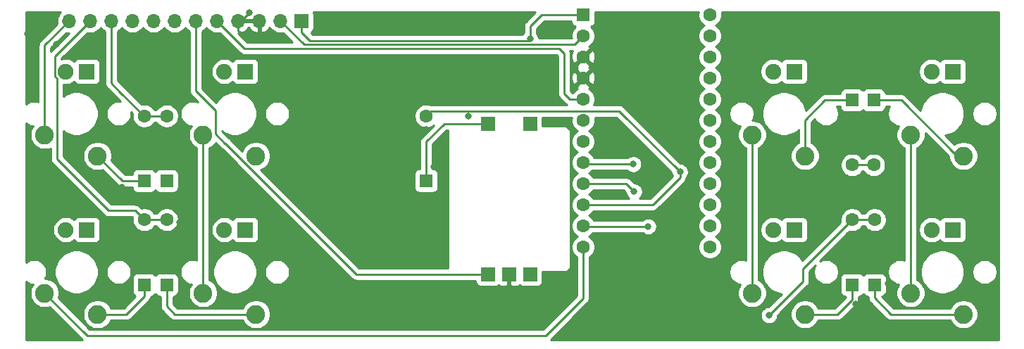
<source format=gbr>
%TF.GenerationSoftware,KiCad,Pcbnew,(5.1.6)-1*%
%TF.CreationDate,2022-01-06T13:40:46-06:00*%
%TF.ProjectId,Pikatea XL Macropad,50696b61-7465-4612-9058-4c204d616372,rev?*%
%TF.SameCoordinates,Original*%
%TF.FileFunction,Copper,L1,Top*%
%TF.FilePolarity,Positive*%
%FSLAX46Y46*%
G04 Gerber Fmt 4.6, Leading zero omitted, Abs format (unit mm)*
G04 Created by KiCad (PCBNEW (5.1.6)-1) date 2022-01-06 13:40:46*
%MOMM*%
%LPD*%
G01*
G04 APERTURE LIST*
%TA.AperFunction,ComponentPad*%
%ADD10C,1.600000*%
%TD*%
%TA.AperFunction,ComponentPad*%
%ADD11R,1.600000X1.600000*%
%TD*%
%TA.AperFunction,ComponentPad*%
%ADD12O,1.700000X1.700000*%
%TD*%
%TA.AperFunction,ComponentPad*%
%ADD13R,1.700000X1.700000*%
%TD*%
%TA.AperFunction,ComponentPad*%
%ADD14R,1.905000X1.905000*%
%TD*%
%TA.AperFunction,ComponentPad*%
%ADD15C,1.905000*%
%TD*%
%TA.AperFunction,ComponentPad*%
%ADD16C,2.250000*%
%TD*%
%TA.AperFunction,ViaPad*%
%ADD17C,0.800000*%
%TD*%
%TA.AperFunction,Conductor*%
%ADD18C,0.250000*%
%TD*%
%TA.AperFunction,Conductor*%
%ADD19C,0.254000*%
%TD*%
G04 APERTURE END LIST*
D10*
%TO.P,D1,2*%
%TO.N,/A3*%
X190900000Y-94500000D03*
D11*
%TO.P,D1,1*%
%TO.N,Net-(D1-Pad1)*%
X190900000Y-86700000D03*
%TD*%
D10*
%TO.P,D2,2*%
%TO.N,/A0*%
X191000000Y-101100000D03*
D11*
%TO.P,D2,1*%
%TO.N,Net-(D2-Pad1)*%
X191000000Y-108900000D03*
%TD*%
D10*
%TO.P,D3,2*%
%TO.N,/A3*%
X188300000Y-94500000D03*
D11*
%TO.P,D3,1*%
%TO.N,Net-(D3-Pad1)*%
X188300000Y-86700000D03*
%TD*%
D10*
%TO.P,D4,2*%
%TO.N,/A0*%
X188300000Y-101100000D03*
D11*
%TO.P,D4,1*%
%TO.N,Net-(D4-Pad1)*%
X188300000Y-108900000D03*
%TD*%
D10*
%TO.P,D5,2*%
%TO.N,/A3*%
X105900000Y-88600000D03*
D11*
%TO.P,D5,1*%
%TO.N,Net-(D5-Pad1)*%
X105900000Y-96400000D03*
%TD*%
D10*
%TO.P,D6,2*%
%TO.N,/A0*%
X105900000Y-101100000D03*
D11*
%TO.P,D6,1*%
%TO.N,Net-(D6-Pad1)*%
X105900000Y-108900000D03*
%TD*%
D10*
%TO.P,D7,2*%
%TO.N,/A3*%
X103200000Y-88600000D03*
D11*
%TO.P,D7,1*%
%TO.N,Net-(D7-Pad1)*%
X103200000Y-96400000D03*
%TD*%
D10*
%TO.P,D8,2*%
%TO.N,/A0*%
X103200000Y-101100000D03*
D11*
%TO.P,D8,1*%
%TO.N,Net-(D8-Pad1)*%
X103200000Y-108900000D03*
%TD*%
D10*
%TO.P,D9,2*%
%TO.N,/A3*%
X137100000Y-88600000D03*
D11*
%TO.P,D9,1*%
%TO.N,Net-(D9-Pad1)*%
X137100000Y-96400000D03*
%TD*%
D10*
%TO.P,U1,24*%
%TO.N,Net-(U1-Pad24)*%
X171221400Y-76415900D03*
%TO.P,U1,23*%
%TO.N,Net-(U1-Pad23)*%
X171221400Y-78955900D03*
%TO.P,U1,22*%
%TO.N,Net-(U1-Pad22)*%
X171221400Y-81495900D03*
%TO.P,U1,21*%
%TO.N,Net-(U1-Pad21)*%
X171221400Y-84035900D03*
%TO.P,U1,20*%
%TO.N,Net-(U1-Pad20)*%
X171221400Y-86575900D03*
%TO.P,U1,19*%
%TO.N,Net-(U1-Pad19)*%
X171221400Y-89115900D03*
%TO.P,U1,18*%
%TO.N,Net-(U1-Pad18)*%
X171221400Y-91655900D03*
%TO.P,U1,17*%
%TO.N,Net-(U1-Pad17)*%
X171221400Y-94195900D03*
%TO.P,U1,16*%
%TO.N,Net-(U1-Pad16)*%
X171221400Y-96735900D03*
%TO.P,U1,15*%
%TO.N,Net-(U1-Pad15)*%
X171221400Y-99275900D03*
%TO.P,U1,14*%
%TO.N,Net-(U1-Pad14)*%
X171221400Y-101815900D03*
%TO.P,U1,13*%
%TO.N,Net-(U1-Pad13)*%
X171221400Y-104355900D03*
%TO.P,U1,12*%
%TO.N,/A4*%
X155981400Y-104355900D03*
%TO.P,U1,11*%
%TO.N,/A0*%
X155981400Y-101815900D03*
%TO.P,U1,10*%
%TO.N,/A3*%
X155981400Y-99275900D03*
%TO.P,U1,9*%
%TO.N,/D9*%
X155981400Y-96735900D03*
%TO.P,U1,8*%
%TO.N,/D7*%
X155981400Y-94195900D03*
%TO.P,U1,7*%
%TO.N,/A*%
X155981400Y-91655900D03*
%TO.P,U1,6*%
%TO.N,/B*%
X155981400Y-89115900D03*
%TO.P,U1,5*%
%TO.N,Net-(J1-Pad5)*%
X155981400Y-86575900D03*
%TO.P,U1,4*%
%TO.N,GND*%
X155981400Y-84035900D03*
%TO.P,U1,3*%
X155981400Y-81495900D03*
%TO.P,U1,2*%
%TO.N,Net-(J1-Pad2)*%
X155981400Y-78955900D03*
D11*
%TO.P,U1,1*%
%TO.N,/A10*%
X155981400Y-76415900D03*
%TD*%
D12*
%TO.P,J1,12*%
%TO.N,/A4*%
X94170500Y-77177900D03*
%TO.P,J1,11*%
%TO.N,/A0*%
X96710500Y-77177900D03*
%TO.P,J1,10*%
%TO.N,/A3*%
X99250500Y-77177900D03*
%TO.P,J1,9*%
%TO.N,/D9*%
X101790500Y-77177900D03*
%TO.P,J1,8*%
%TO.N,/D7*%
X104330500Y-77177900D03*
%TO.P,J1,7*%
%TO.N,/A*%
X106870500Y-77177900D03*
%TO.P,J1,6*%
%TO.N,/B*%
X109410500Y-77177900D03*
%TO.P,J1,5*%
%TO.N,Net-(J1-Pad5)*%
X111950500Y-77177900D03*
%TO.P,J1,4*%
%TO.N,GND*%
X114490500Y-77177900D03*
%TO.P,J1,3*%
X117030500Y-77177900D03*
%TO.P,J1,2*%
%TO.N,Net-(J1-Pad2)*%
X119570500Y-77177900D03*
D13*
%TO.P,J1,1*%
%TO.N,/A10*%
X122110500Y-77177900D03*
%TD*%
%TO.P,SW3,S1*%
%TO.N,Net-(D9-Pad1)*%
X144531080Y-89529940D03*
%TO.P,SW3,S2*%
%TO.N,/A10*%
X149611080Y-89529940D03*
%TO.P,SW3,C*%
%TO.N,GND*%
X147071080Y-107629940D03*
%TO.P,SW3,B*%
%TO.N,/B*%
X144531080Y-107629940D03*
%TO.P,SW3,A*%
%TO.N,/A*%
X149611080Y-107629940D03*
%TD*%
D14*
%TO.P,MX8,4*%
%TO.N,Net-(MX8-Pad4)*%
X96321479Y-83243660D03*
D15*
%TO.P,MX8,3*%
%TO.N,Net-(MX8-Pad3)*%
X93781479Y-83243660D03*
D16*
%TO.P,MX8,1*%
%TO.N,/A4*%
X91241479Y-90863660D03*
%TO.P,MX8,2*%
%TO.N,Net-(D7-Pad1)*%
X97591479Y-93403660D03*
%TD*%
D14*
%TO.P,MX7,4*%
%TO.N,Net-(MX7-Pad4)*%
X115371480Y-83243660D03*
D15*
%TO.P,MX7,3*%
%TO.N,Net-(MX7-Pad3)*%
X112831480Y-83243660D03*
D16*
%TO.P,MX7,1*%
%TO.N,/D8*%
X110291480Y-90863660D03*
%TO.P,MX7,2*%
%TO.N,Net-(D5-Pad1)*%
X116641480Y-93403660D03*
%TD*%
D14*
%TO.P,MX6,4*%
%TO.N,Net-(MX6-Pad4)*%
X181371480Y-83243660D03*
D15*
%TO.P,MX6,3*%
%TO.N,Net-(MX6-Pad3)*%
X178831480Y-83243660D03*
D16*
%TO.P,MX6,1*%
%TO.N,/D7*%
X176291480Y-90863660D03*
%TO.P,MX6,2*%
%TO.N,Net-(D3-Pad1)*%
X182641480Y-93403660D03*
%TD*%
D14*
%TO.P,MX5,4*%
%TO.N,Net-(MX5-Pad4)*%
X200421480Y-83243660D03*
D15*
%TO.P,MX5,3*%
%TO.N,Net-(MX5-Pad3)*%
X197881480Y-83243660D03*
D16*
%TO.P,MX5,1*%
%TO.N,/D9*%
X195341480Y-90863660D03*
%TO.P,MX5,2*%
%TO.N,Net-(D1-Pad1)*%
X201691480Y-93403660D03*
%TD*%
D14*
%TO.P,MX4,4*%
%TO.N,Net-(MX4-Pad4)*%
X96321479Y-102293660D03*
D15*
%TO.P,MX4,3*%
%TO.N,Net-(MX4-Pad3)*%
X93781479Y-102293660D03*
D16*
%TO.P,MX4,1*%
%TO.N,/A4*%
X91241479Y-109913660D03*
%TO.P,MX4,2*%
%TO.N,Net-(D8-Pad1)*%
X97591479Y-112453660D03*
%TD*%
D14*
%TO.P,MX3,4*%
%TO.N,Net-(MX3-Pad4)*%
X115371480Y-102293659D03*
D15*
%TO.P,MX3,3*%
%TO.N,Net-(MX3-Pad3)*%
X112831480Y-102293659D03*
D16*
%TO.P,MX3,1*%
%TO.N,/D8*%
X110291480Y-109913659D03*
%TO.P,MX3,2*%
%TO.N,Net-(D6-Pad1)*%
X116641480Y-112453659D03*
%TD*%
D14*
%TO.P,MX2,4*%
%TO.N,Net-(MX2-Pad4)*%
X181371480Y-102293659D03*
D15*
%TO.P,MX2,3*%
%TO.N,Net-(MX2-Pad3)*%
X178831480Y-102293659D03*
D16*
%TO.P,MX2,1*%
%TO.N,/D7*%
X176291480Y-109913659D03*
%TO.P,MX2,2*%
%TO.N,Net-(D4-Pad1)*%
X182641480Y-112453659D03*
%TD*%
D14*
%TO.P,MX1,4*%
%TO.N,Net-(MX1-Pad4)*%
X200421480Y-102293659D03*
D15*
%TO.P,MX1,3*%
%TO.N,Net-(MX1-Pad3)*%
X197881480Y-102293659D03*
D16*
%TO.P,MX1,1*%
%TO.N,/D9*%
X195341480Y-109913659D03*
%TO.P,MX1,2*%
%TO.N,Net-(D2-Pad1)*%
X201691480Y-112453659D03*
%TD*%
D17*
%TO.N,GND*%
X115800000Y-76200000D03*
%TO.N,/D9*%
X162100000Y-97700000D03*
%TO.N,/D7*%
X162000000Y-94400000D03*
%TO.N,/A3*%
X167620901Y-95320901D03*
%TO.N,/A0*%
X178307113Y-112600000D03*
X163800000Y-101900000D03*
%TO.N,GND*%
X157200000Y-82600000D03*
X107100000Y-87300000D03*
X107400000Y-97900000D03*
X100500000Y-97200000D03*
X103000000Y-86800000D03*
X107400000Y-110500000D03*
X101500000Y-109900000D03*
X101300000Y-101500000D03*
X107500000Y-101400000D03*
X151800000Y-110300000D03*
X142300000Y-109100000D03*
X154200000Y-108500000D03*
X188700000Y-111200000D03*
X192600000Y-108800000D03*
X187900000Y-102900000D03*
X191200000Y-102900000D03*
X188400000Y-89300000D03*
X190300000Y-89200000D03*
X191000000Y-92400000D03*
X188200000Y-92500000D03*
X157300000Y-103200000D03*
X118300000Y-92300000D03*
X95700000Y-92200000D03*
X94400000Y-111100000D03*
X113600000Y-111100000D03*
X151600000Y-89500000D03*
X142200000Y-88600000D03*
X137100000Y-90200000D03*
X138000000Y-94700000D03*
X153900000Y-78000000D03*
X120200000Y-79300000D03*
X147700000Y-76800000D03*
X100400000Y-84300000D03*
X89800000Y-94500000D03*
X161400000Y-100400000D03*
X157800000Y-95700000D03*
X90500000Y-113600000D03*
X89200000Y-78700000D03*
X92600000Y-80000000D03*
X157800000Y-98000000D03*
X111300000Y-79500000D03*
%TO.N,/A10*%
X149587347Y-79287347D03*
%TD*%
D18*
%TO.N,Net-(D1-Pad1)*%
X200927482Y-93403660D02*
X201691480Y-93403660D01*
X194223822Y-86700000D02*
X200927482Y-93403660D01*
X190900000Y-86700000D02*
X194223822Y-86700000D01*
%TO.N,Net-(D2-Pad1)*%
X191000000Y-108900000D02*
X191000000Y-110500000D01*
X192953659Y-112453659D02*
X201691480Y-112453659D01*
X191000000Y-110500000D02*
X192953659Y-112453659D01*
%TO.N,Net-(D3-Pad1)*%
X182641480Y-89087658D02*
X182641480Y-93403660D01*
X185029138Y-86700000D02*
X182641480Y-89087658D01*
X188300000Y-86700000D02*
X185029138Y-86700000D01*
%TO.N,Net-(D4-Pad1)*%
X188300000Y-108900000D02*
X188300000Y-110700000D01*
X186546341Y-112453659D02*
X182641480Y-112453659D01*
X188300000Y-110700000D02*
X186546341Y-112453659D01*
%TO.N,Net-(D6-Pad1)*%
X105900000Y-108900000D02*
X105900000Y-111500000D01*
X106853659Y-112453659D02*
X116641480Y-112453659D01*
X105900000Y-111500000D02*
X106853659Y-112453659D01*
%TO.N,Net-(D7-Pad1)*%
X100587819Y-96400000D02*
X97591479Y-93403660D01*
X103200000Y-96400000D02*
X100587819Y-96400000D01*
%TO.N,Net-(D8-Pad1)*%
X103200000Y-108900000D02*
X103200000Y-110300000D01*
X101046340Y-112453660D02*
X97591479Y-112453660D01*
X103200000Y-110300000D02*
X101046340Y-112453660D01*
%TO.N,Net-(D9-Pad1)*%
X137100000Y-96400000D02*
X137100000Y-91700000D01*
X139270060Y-89529940D02*
X144531080Y-89529940D01*
X137100000Y-91700000D02*
X139270060Y-89529940D01*
%TO.N,/D9*%
X195341480Y-107879661D02*
X195341480Y-109913659D01*
X195341480Y-90863660D02*
X195341480Y-107879661D01*
X161135900Y-96735900D02*
X155981400Y-96735900D01*
X162100000Y-97700000D02*
X161135900Y-96735900D01*
%TO.N,/D7*%
X176291480Y-107879661D02*
X176291480Y-109913659D01*
X176291480Y-90863660D02*
X176291480Y-107879661D01*
X156185500Y-94400000D02*
X155981400Y-94195900D01*
X162000000Y-94400000D02*
X156185500Y-94400000D01*
%TO.N,/D8*%
X110291480Y-109913659D02*
X110291480Y-90863660D01*
%TO.N,/A4*%
X91241479Y-80106921D02*
X94170500Y-77177900D01*
X91241479Y-90863660D02*
X91241479Y-80106921D01*
X91241479Y-109913660D02*
X96327819Y-115000000D01*
X96327819Y-115000000D02*
X151500000Y-115000000D01*
X155981400Y-110518600D02*
X155981400Y-104355900D01*
X151500000Y-115000000D02*
X155981400Y-110518600D01*
%TO.N,/A3*%
X190900000Y-94500000D02*
X188300000Y-94500000D01*
X105900000Y-88600000D02*
X103200000Y-88600000D01*
X103200000Y-88600000D02*
X100300000Y-85700000D01*
X99250500Y-84650500D02*
X100300000Y-85700000D01*
X99250500Y-77177900D02*
X99250500Y-84650500D01*
X137709101Y-87990899D02*
X137100000Y-88600000D01*
X160290899Y-87990899D02*
X137709101Y-87990899D01*
X167620901Y-95320901D02*
X160290899Y-87990899D01*
X167620901Y-95320901D02*
X167620901Y-95979099D01*
X164324100Y-99275900D02*
X155981400Y-99275900D01*
X167620901Y-95979099D02*
X164324100Y-99275900D01*
%TO.N,/A0*%
X191000000Y-101100000D02*
X188300000Y-101100000D01*
X103200000Y-101100000D02*
X105900000Y-101100000D01*
X182420381Y-108486732D02*
X182420381Y-106979619D01*
X178307113Y-112600000D02*
X178307113Y-112600000D01*
X182420381Y-106979619D02*
X188300000Y-101100000D01*
X103200000Y-101100000D02*
X102100000Y-100000000D01*
X92503978Y-81384422D02*
X96710500Y-77177900D01*
X92691480Y-93791480D02*
X92691480Y-84044363D01*
X92691480Y-84044363D02*
X92503978Y-83856861D01*
X98900000Y-100000000D02*
X92691480Y-93791480D01*
X92503978Y-83856861D02*
X92503978Y-81384422D01*
X102100000Y-100000000D02*
X98900000Y-100000000D01*
X178307113Y-112600000D02*
X182420381Y-108486732D01*
X156065500Y-101900000D02*
X155981400Y-101815900D01*
X163800000Y-101900000D02*
X156065500Y-101900000D01*
%TO.N,Net-(J1-Pad5)*%
X111950500Y-77332678D02*
X111950500Y-77177900D01*
X115234957Y-80462357D02*
X111950500Y-77177900D01*
X153062358Y-80462358D02*
X115234957Y-80462357D01*
X154375900Y-86575900D02*
X153700000Y-85900000D01*
X153700000Y-85900000D02*
X153700000Y-81100000D01*
X155981400Y-86575900D02*
X154375900Y-86575900D01*
X153700000Y-81100000D02*
X153062358Y-80462358D01*
%TO.N,Net-(J1-Pad2)*%
X122404948Y-80012348D02*
X119570500Y-77177900D01*
X154924952Y-80012348D02*
X122404948Y-80012348D01*
X155981400Y-78955900D02*
X154924952Y-80012348D01*
%TO.N,GND*%
X117030500Y-77177900D02*
X114490500Y-77177900D01*
X114822100Y-77177900D02*
X115800000Y-76200000D01*
X114490500Y-77177900D02*
X114822100Y-77177900D01*
X114490500Y-77177900D02*
X114490500Y-78390500D01*
X115400000Y-79300000D02*
X120200000Y-79300000D01*
X114490500Y-78390500D02*
X115400000Y-79300000D01*
%TO.N,/B*%
X109410500Y-85610500D02*
X109410500Y-77177900D01*
X144531080Y-107629940D02*
X128721758Y-107629940D01*
X112991818Y-91900000D02*
X112900000Y-91900000D01*
X128721758Y-107629940D02*
X112991818Y-91900000D01*
X112900000Y-91900000D02*
X111741481Y-90741481D01*
X111741481Y-87941481D02*
X109410500Y-85610500D01*
X111741481Y-90741481D02*
X111741481Y-87941481D01*
%TO.N,/A10*%
X149600000Y-77800000D02*
X150984100Y-76415900D01*
X149600000Y-77931800D02*
X149600000Y-77800000D01*
X155981400Y-76415900D02*
X150984100Y-76415900D01*
X149587347Y-77944453D02*
X149600000Y-77931800D01*
X149587347Y-79287347D02*
X149587347Y-77944453D01*
X149337662Y-79562338D02*
X123162338Y-79562338D01*
X122110500Y-78510500D02*
X122110500Y-77177900D01*
X123162338Y-79562338D02*
X122110500Y-78510500D01*
X149587347Y-79287347D02*
X149587347Y-79312653D01*
X149587347Y-79312653D02*
X149337662Y-79562338D01*
%TD*%
D19*
%TO.N,GND*%
G36*
X89008910Y-108546553D02*
G01*
X89256226Y-108711804D01*
X89531028Y-108825631D01*
X89814117Y-108881941D01*
X89681787Y-109079987D01*
X89549115Y-109400287D01*
X89481479Y-109740315D01*
X89481479Y-110087005D01*
X89549115Y-110427033D01*
X89681787Y-110747333D01*
X89874398Y-111035595D01*
X90119544Y-111280741D01*
X90407806Y-111473352D01*
X90728106Y-111606024D01*
X91068134Y-111673660D01*
X91414824Y-111673660D01*
X91754852Y-111606024D01*
X91828525Y-111575508D01*
X95764020Y-115511003D01*
X95767300Y-115515000D01*
X88985000Y-115515000D01*
X88985000Y-108522643D01*
X89008910Y-108546553D01*
G37*
X89008910Y-108546553D02*
X89256226Y-108711804D01*
X89531028Y-108825631D01*
X89814117Y-108881941D01*
X89681787Y-109079987D01*
X89549115Y-109400287D01*
X89481479Y-109740315D01*
X89481479Y-110087005D01*
X89549115Y-110427033D01*
X89681787Y-110747333D01*
X89874398Y-111035595D01*
X90119544Y-111280741D01*
X90407806Y-111473352D01*
X90728106Y-111606024D01*
X91068134Y-111673660D01*
X91414824Y-111673660D01*
X91754852Y-111606024D01*
X91828525Y-111575508D01*
X95764020Y-115511003D01*
X95767300Y-115515000D01*
X88985000Y-115515000D01*
X88985000Y-108522643D01*
X89008910Y-108546553D01*
G36*
X169786400Y-76274565D02*
G01*
X169786400Y-76557235D01*
X169841547Y-76834474D01*
X169949720Y-77095627D01*
X170106763Y-77330659D01*
X170306641Y-77530537D01*
X170539159Y-77685900D01*
X170306641Y-77841263D01*
X170106763Y-78041141D01*
X169949720Y-78276173D01*
X169841547Y-78537326D01*
X169786400Y-78814565D01*
X169786400Y-79097235D01*
X169841547Y-79374474D01*
X169949720Y-79635627D01*
X170106763Y-79870659D01*
X170306641Y-80070537D01*
X170539159Y-80225900D01*
X170306641Y-80381263D01*
X170106763Y-80581141D01*
X169949720Y-80816173D01*
X169841547Y-81077326D01*
X169786400Y-81354565D01*
X169786400Y-81637235D01*
X169841547Y-81914474D01*
X169949720Y-82175627D01*
X170106763Y-82410659D01*
X170306641Y-82610537D01*
X170539159Y-82765900D01*
X170306641Y-82921263D01*
X170106763Y-83121141D01*
X169949720Y-83356173D01*
X169841547Y-83617326D01*
X169786400Y-83894565D01*
X169786400Y-84177235D01*
X169841547Y-84454474D01*
X169949720Y-84715627D01*
X170106763Y-84950659D01*
X170306641Y-85150537D01*
X170539159Y-85305900D01*
X170306641Y-85461263D01*
X170106763Y-85661141D01*
X169949720Y-85896173D01*
X169841547Y-86157326D01*
X169786400Y-86434565D01*
X169786400Y-86717235D01*
X169841547Y-86994474D01*
X169949720Y-87255627D01*
X170106763Y-87490659D01*
X170306641Y-87690537D01*
X170539159Y-87845900D01*
X170306641Y-88001263D01*
X170106763Y-88201141D01*
X169949720Y-88436173D01*
X169841547Y-88697326D01*
X169786400Y-88974565D01*
X169786400Y-89257235D01*
X169841547Y-89534474D01*
X169949720Y-89795627D01*
X170106763Y-90030659D01*
X170306641Y-90230537D01*
X170539159Y-90385900D01*
X170306641Y-90541263D01*
X170106763Y-90741141D01*
X169949720Y-90976173D01*
X169841547Y-91237326D01*
X169786400Y-91514565D01*
X169786400Y-91797235D01*
X169841547Y-92074474D01*
X169949720Y-92335627D01*
X170106763Y-92570659D01*
X170306641Y-92770537D01*
X170539159Y-92925900D01*
X170306641Y-93081263D01*
X170106763Y-93281141D01*
X169949720Y-93516173D01*
X169841547Y-93777326D01*
X169786400Y-94054565D01*
X169786400Y-94337235D01*
X169841547Y-94614474D01*
X169949720Y-94875627D01*
X170106763Y-95110659D01*
X170306641Y-95310537D01*
X170539159Y-95465900D01*
X170306641Y-95621263D01*
X170106763Y-95821141D01*
X169949720Y-96056173D01*
X169841547Y-96317326D01*
X169786400Y-96594565D01*
X169786400Y-96877235D01*
X169841547Y-97154474D01*
X169949720Y-97415627D01*
X170106763Y-97650659D01*
X170306641Y-97850537D01*
X170539159Y-98005900D01*
X170306641Y-98161263D01*
X170106763Y-98361141D01*
X169949720Y-98596173D01*
X169841547Y-98857326D01*
X169786400Y-99134565D01*
X169786400Y-99417235D01*
X169841547Y-99694474D01*
X169949720Y-99955627D01*
X170106763Y-100190659D01*
X170306641Y-100390537D01*
X170539159Y-100545900D01*
X170306641Y-100701263D01*
X170106763Y-100901141D01*
X169949720Y-101136173D01*
X169841547Y-101397326D01*
X169786400Y-101674565D01*
X169786400Y-101957235D01*
X169841547Y-102234474D01*
X169949720Y-102495627D01*
X170106763Y-102730659D01*
X170306641Y-102930537D01*
X170539159Y-103085900D01*
X170306641Y-103241263D01*
X170106763Y-103441141D01*
X169949720Y-103676173D01*
X169841547Y-103937326D01*
X169786400Y-104214565D01*
X169786400Y-104497235D01*
X169841547Y-104774474D01*
X169949720Y-105035627D01*
X170106763Y-105270659D01*
X170306641Y-105470537D01*
X170541673Y-105627580D01*
X170802826Y-105735753D01*
X171080065Y-105790900D01*
X171362735Y-105790900D01*
X171639974Y-105735753D01*
X171901127Y-105627580D01*
X172136159Y-105470537D01*
X172336037Y-105270659D01*
X172493080Y-105035627D01*
X172601253Y-104774474D01*
X172656400Y-104497235D01*
X172656400Y-104214565D01*
X172601253Y-103937326D01*
X172493080Y-103676173D01*
X172336037Y-103441141D01*
X172136159Y-103241263D01*
X171903641Y-103085900D01*
X172136159Y-102930537D01*
X172336037Y-102730659D01*
X172493080Y-102495627D01*
X172601253Y-102234474D01*
X172656400Y-101957235D01*
X172656400Y-101674565D01*
X172601253Y-101397326D01*
X172493080Y-101136173D01*
X172336037Y-100901141D01*
X172136159Y-100701263D01*
X171903641Y-100545900D01*
X172136159Y-100390537D01*
X172336037Y-100190659D01*
X172493080Y-99955627D01*
X172601253Y-99694474D01*
X172656400Y-99417235D01*
X172656400Y-99134565D01*
X172601253Y-98857326D01*
X172493080Y-98596173D01*
X172336037Y-98361141D01*
X172136159Y-98161263D01*
X171903641Y-98005900D01*
X172136159Y-97850537D01*
X172336037Y-97650659D01*
X172493080Y-97415627D01*
X172601253Y-97154474D01*
X172656400Y-96877235D01*
X172656400Y-96594565D01*
X172601253Y-96317326D01*
X172493080Y-96056173D01*
X172336037Y-95821141D01*
X172136159Y-95621263D01*
X171903641Y-95465900D01*
X172136159Y-95310537D01*
X172336037Y-95110659D01*
X172493080Y-94875627D01*
X172601253Y-94614474D01*
X172656400Y-94337235D01*
X172656400Y-94054565D01*
X172601253Y-93777326D01*
X172493080Y-93516173D01*
X172336037Y-93281141D01*
X172136159Y-93081263D01*
X171903641Y-92925900D01*
X172136159Y-92770537D01*
X172336037Y-92570659D01*
X172493080Y-92335627D01*
X172601253Y-92074474D01*
X172656400Y-91797235D01*
X172656400Y-91514565D01*
X172601253Y-91237326D01*
X172493080Y-90976173D01*
X172336037Y-90741141D01*
X172136159Y-90541263D01*
X171903641Y-90385900D01*
X172136159Y-90230537D01*
X172336037Y-90030659D01*
X172493080Y-89795627D01*
X172601253Y-89534474D01*
X172656400Y-89257235D01*
X172656400Y-88974565D01*
X172601253Y-88697326D01*
X172493080Y-88436173D01*
X172336037Y-88201141D01*
X172309834Y-88174938D01*
X173511480Y-88174938D01*
X173511480Y-88472382D01*
X173569509Y-88764111D01*
X173683336Y-89038913D01*
X173848587Y-89286229D01*
X174058911Y-89496553D01*
X174306227Y-89661804D01*
X174581029Y-89775631D01*
X174864118Y-89831941D01*
X174731788Y-90029987D01*
X174599116Y-90350287D01*
X174531480Y-90690315D01*
X174531480Y-91037005D01*
X174599116Y-91377033D01*
X174731788Y-91697333D01*
X174924399Y-91985595D01*
X175169545Y-92230741D01*
X175457807Y-92423352D01*
X175531480Y-92453868D01*
X175531481Y-105950497D01*
X175461931Y-105921688D01*
X175170202Y-105863659D01*
X174872758Y-105863659D01*
X174581029Y-105921688D01*
X174306227Y-106035515D01*
X174058911Y-106200766D01*
X173848587Y-106411090D01*
X173683336Y-106658406D01*
X173569509Y-106933208D01*
X173511480Y-107224937D01*
X173511480Y-107522381D01*
X173569509Y-107814110D01*
X173683336Y-108088912D01*
X173848587Y-108336228D01*
X174058911Y-108546552D01*
X174306227Y-108711803D01*
X174581029Y-108825630D01*
X174864118Y-108881940D01*
X174731788Y-109079986D01*
X174599116Y-109400286D01*
X174531480Y-109740314D01*
X174531480Y-110087004D01*
X174599116Y-110427032D01*
X174731788Y-110747332D01*
X174924399Y-111035594D01*
X175169545Y-111280740D01*
X175457807Y-111473351D01*
X175778107Y-111606023D01*
X176118135Y-111673659D01*
X176464825Y-111673659D01*
X176804853Y-111606023D01*
X177125153Y-111473351D01*
X177413415Y-111280740D01*
X177658561Y-111035594D01*
X177851172Y-110747332D01*
X177983844Y-110427032D01*
X178051480Y-110087004D01*
X178051480Y-109740314D01*
X177983844Y-109400286D01*
X177851172Y-109079986D01*
X177658561Y-108791724D01*
X177413415Y-108546578D01*
X177125153Y-108353967D01*
X177051480Y-108323451D01*
X177051480Y-102137304D01*
X177243980Y-102137304D01*
X177243980Y-102450014D01*
X177304987Y-102756716D01*
X177424656Y-103045622D01*
X177598388Y-103305631D01*
X177819508Y-103526751D01*
X178079517Y-103700483D01*
X178368423Y-103820152D01*
X178675125Y-103881159D01*
X178987835Y-103881159D01*
X179294537Y-103820152D01*
X179583443Y-103700483D01*
X179843452Y-103526751D01*
X179847029Y-103523174D01*
X179888443Y-103600653D01*
X179967795Y-103697344D01*
X180064486Y-103776696D01*
X180174800Y-103835661D01*
X180294498Y-103871971D01*
X180418980Y-103884231D01*
X182323980Y-103884231D01*
X182448462Y-103871971D01*
X182568160Y-103835661D01*
X182678474Y-103776696D01*
X182775165Y-103697344D01*
X182854517Y-103600653D01*
X182913482Y-103490339D01*
X182949792Y-103370641D01*
X182962052Y-103246159D01*
X182962052Y-101341159D01*
X182949792Y-101216677D01*
X182913482Y-101096979D01*
X182854517Y-100986665D01*
X182775165Y-100889974D01*
X182678474Y-100810622D01*
X182568160Y-100751657D01*
X182448462Y-100715347D01*
X182323980Y-100703087D01*
X180418980Y-100703087D01*
X180294498Y-100715347D01*
X180174800Y-100751657D01*
X180064486Y-100810622D01*
X179967795Y-100889974D01*
X179888443Y-100986665D01*
X179847029Y-101064144D01*
X179843452Y-101060567D01*
X179583443Y-100886835D01*
X179294537Y-100767166D01*
X178987835Y-100706159D01*
X178675125Y-100706159D01*
X178368423Y-100767166D01*
X178079517Y-100886835D01*
X177819508Y-101060567D01*
X177598388Y-101281687D01*
X177424656Y-101541696D01*
X177304987Y-101830602D01*
X177243980Y-102137304D01*
X177051480Y-102137304D01*
X177051480Y-92453868D01*
X177125153Y-92423352D01*
X177413415Y-92230741D01*
X177658561Y-91985595D01*
X177851172Y-91697333D01*
X177983844Y-91377033D01*
X178051480Y-91037005D01*
X178051480Y-90690315D01*
X177983844Y-90350287D01*
X177851172Y-90029987D01*
X177658561Y-89741725D01*
X177413415Y-89496579D01*
X177125153Y-89303968D01*
X176804853Y-89171296D01*
X176464825Y-89103660D01*
X176316362Y-89103660D01*
X176359624Y-89038913D01*
X176473451Y-88764111D01*
X176531480Y-88472382D01*
X176531480Y-88174938D01*
X176509560Y-88064736D01*
X177472580Y-88064736D01*
X177472580Y-88582584D01*
X177573607Y-89090482D01*
X177771779Y-89568911D01*
X178059480Y-89999486D01*
X178425654Y-90365660D01*
X178856229Y-90653361D01*
X179334658Y-90851533D01*
X179842556Y-90952560D01*
X180360404Y-90952560D01*
X180868302Y-90851533D01*
X181346731Y-90653361D01*
X181777306Y-90365660D01*
X181881480Y-90261486D01*
X181881481Y-91813452D01*
X181807807Y-91843968D01*
X181519545Y-92036579D01*
X181274399Y-92281725D01*
X181081788Y-92569987D01*
X180949116Y-92890287D01*
X180881480Y-93230315D01*
X180881480Y-93577005D01*
X180949116Y-93917033D01*
X181081788Y-94237333D01*
X181274399Y-94525595D01*
X181519545Y-94770741D01*
X181807807Y-94963352D01*
X182128107Y-95096024D01*
X182468135Y-95163660D01*
X182814825Y-95163660D01*
X183154853Y-95096024D01*
X183475153Y-94963352D01*
X183763415Y-94770741D01*
X184008561Y-94525595D01*
X184120100Y-94358665D01*
X186865000Y-94358665D01*
X186865000Y-94641335D01*
X186920147Y-94918574D01*
X187028320Y-95179727D01*
X187185363Y-95414759D01*
X187385241Y-95614637D01*
X187620273Y-95771680D01*
X187881426Y-95879853D01*
X188158665Y-95935000D01*
X188441335Y-95935000D01*
X188718574Y-95879853D01*
X188979727Y-95771680D01*
X189214759Y-95614637D01*
X189414637Y-95414759D01*
X189518043Y-95260000D01*
X189681957Y-95260000D01*
X189785363Y-95414759D01*
X189985241Y-95614637D01*
X190220273Y-95771680D01*
X190481426Y-95879853D01*
X190758665Y-95935000D01*
X191041335Y-95935000D01*
X191318574Y-95879853D01*
X191579727Y-95771680D01*
X191814759Y-95614637D01*
X192014637Y-95414759D01*
X192171680Y-95179727D01*
X192279853Y-94918574D01*
X192335000Y-94641335D01*
X192335000Y-94358665D01*
X192279853Y-94081426D01*
X192171680Y-93820273D01*
X192014637Y-93585241D01*
X191814759Y-93385363D01*
X191579727Y-93228320D01*
X191318574Y-93120147D01*
X191041335Y-93065000D01*
X190758665Y-93065000D01*
X190481426Y-93120147D01*
X190220273Y-93228320D01*
X189985241Y-93385363D01*
X189785363Y-93585241D01*
X189681957Y-93740000D01*
X189518043Y-93740000D01*
X189414637Y-93585241D01*
X189214759Y-93385363D01*
X188979727Y-93228320D01*
X188718574Y-93120147D01*
X188441335Y-93065000D01*
X188158665Y-93065000D01*
X187881426Y-93120147D01*
X187620273Y-93228320D01*
X187385241Y-93385363D01*
X187185363Y-93585241D01*
X187028320Y-93820273D01*
X186920147Y-94081426D01*
X186865000Y-94358665D01*
X184120100Y-94358665D01*
X184201172Y-94237333D01*
X184333844Y-93917033D01*
X184401480Y-93577005D01*
X184401480Y-93230315D01*
X184333844Y-92890287D01*
X184201172Y-92569987D01*
X184008561Y-92281725D01*
X183763415Y-92036579D01*
X183475153Y-91843968D01*
X183401480Y-91813452D01*
X183401480Y-89402459D01*
X183820400Y-88983540D01*
X183843336Y-89038913D01*
X184008587Y-89286229D01*
X184218911Y-89496553D01*
X184466227Y-89661804D01*
X184741029Y-89775631D01*
X185032758Y-89833660D01*
X185330202Y-89833660D01*
X185621931Y-89775631D01*
X185896733Y-89661804D01*
X186144049Y-89496553D01*
X186354373Y-89286229D01*
X186519624Y-89038913D01*
X186633451Y-88764111D01*
X186691480Y-88472382D01*
X186691480Y-88174938D01*
X186633451Y-87883209D01*
X186519624Y-87608407D01*
X186420462Y-87460000D01*
X186861928Y-87460000D01*
X186861928Y-87500000D01*
X186874188Y-87624482D01*
X186910498Y-87744180D01*
X186969463Y-87854494D01*
X187048815Y-87951185D01*
X187145506Y-88030537D01*
X187255820Y-88089502D01*
X187375518Y-88125812D01*
X187500000Y-88138072D01*
X189100000Y-88138072D01*
X189224482Y-88125812D01*
X189344180Y-88089502D01*
X189454494Y-88030537D01*
X189551185Y-87951185D01*
X189600000Y-87891704D01*
X189648815Y-87951185D01*
X189745506Y-88030537D01*
X189855820Y-88089502D01*
X189975518Y-88125812D01*
X190100000Y-88138072D01*
X191700000Y-88138072D01*
X191824482Y-88125812D01*
X191944180Y-88089502D01*
X192054494Y-88030537D01*
X192151185Y-87951185D01*
X192230537Y-87854494D01*
X192289502Y-87744180D01*
X192325812Y-87624482D01*
X192338072Y-87500000D01*
X192338072Y-87460000D01*
X192832498Y-87460000D01*
X192733336Y-87608407D01*
X192619509Y-87883209D01*
X192561480Y-88174938D01*
X192561480Y-88472382D01*
X192619509Y-88764111D01*
X192733336Y-89038913D01*
X192898587Y-89286229D01*
X193108911Y-89496553D01*
X193356227Y-89661804D01*
X193631029Y-89775631D01*
X193914118Y-89831941D01*
X193781788Y-90029987D01*
X193649116Y-90350287D01*
X193581480Y-90690315D01*
X193581480Y-91037005D01*
X193649116Y-91377033D01*
X193781788Y-91697333D01*
X193974399Y-91985595D01*
X194219545Y-92230741D01*
X194507807Y-92423352D01*
X194581480Y-92453868D01*
X194581481Y-105950497D01*
X194511931Y-105921688D01*
X194220202Y-105863659D01*
X193922758Y-105863659D01*
X193631029Y-105921688D01*
X193356227Y-106035515D01*
X193108911Y-106200766D01*
X192898587Y-106411090D01*
X192733336Y-106658406D01*
X192619509Y-106933208D01*
X192561480Y-107224937D01*
X192561480Y-107522381D01*
X192619509Y-107814110D01*
X192733336Y-108088912D01*
X192898587Y-108336228D01*
X193108911Y-108546552D01*
X193356227Y-108711803D01*
X193631029Y-108825630D01*
X193914118Y-108881940D01*
X193781788Y-109079986D01*
X193649116Y-109400286D01*
X193581480Y-109740314D01*
X193581480Y-110087004D01*
X193649116Y-110427032D01*
X193781788Y-110747332D01*
X193974399Y-111035594D01*
X194219545Y-111280740D01*
X194507807Y-111473351D01*
X194828107Y-111606023D01*
X195168135Y-111673659D01*
X195514825Y-111673659D01*
X195854853Y-111606023D01*
X196175153Y-111473351D01*
X196463415Y-111280740D01*
X196708561Y-111035594D01*
X196901172Y-110747332D01*
X197033844Y-110427032D01*
X197101480Y-110087004D01*
X197101480Y-109740314D01*
X197033844Y-109400286D01*
X196901172Y-109079986D01*
X196708561Y-108791724D01*
X196463415Y-108546578D01*
X196175153Y-108353967D01*
X196101480Y-108323451D01*
X196101480Y-107114735D01*
X196522580Y-107114735D01*
X196522580Y-107632583D01*
X196623607Y-108140481D01*
X196821779Y-108618910D01*
X197109480Y-109049485D01*
X197475654Y-109415659D01*
X197906229Y-109703360D01*
X198384658Y-109901532D01*
X198892556Y-110002559D01*
X199410404Y-110002559D01*
X199918302Y-109901532D01*
X200396731Y-109703360D01*
X200827306Y-109415659D01*
X201193480Y-109049485D01*
X201481181Y-108618910D01*
X201679353Y-108140481D01*
X201780380Y-107632583D01*
X201780380Y-107224937D01*
X202721480Y-107224937D01*
X202721480Y-107522381D01*
X202779509Y-107814110D01*
X202893336Y-108088912D01*
X203058587Y-108336228D01*
X203268911Y-108546552D01*
X203516227Y-108711803D01*
X203791029Y-108825630D01*
X204082758Y-108883659D01*
X204380202Y-108883659D01*
X204671931Y-108825630D01*
X204946733Y-108711803D01*
X205194049Y-108546552D01*
X205404373Y-108336228D01*
X205569624Y-108088912D01*
X205683451Y-107814110D01*
X205741480Y-107522381D01*
X205741480Y-107224937D01*
X205683451Y-106933208D01*
X205569624Y-106658406D01*
X205404373Y-106411090D01*
X205194049Y-106200766D01*
X204946733Y-106035515D01*
X204671931Y-105921688D01*
X204380202Y-105863659D01*
X204082758Y-105863659D01*
X203791029Y-105921688D01*
X203516227Y-106035515D01*
X203268911Y-106200766D01*
X203058587Y-106411090D01*
X202893336Y-106658406D01*
X202779509Y-106933208D01*
X202721480Y-107224937D01*
X201780380Y-107224937D01*
X201780380Y-107114735D01*
X201679353Y-106606837D01*
X201481181Y-106128408D01*
X201193480Y-105697833D01*
X200827306Y-105331659D01*
X200396731Y-105043958D01*
X199918302Y-104845786D01*
X199410404Y-104744759D01*
X198892556Y-104744759D01*
X198384658Y-104845786D01*
X197906229Y-105043958D01*
X197475654Y-105331659D01*
X197109480Y-105697833D01*
X196821779Y-106128408D01*
X196623607Y-106606837D01*
X196522580Y-107114735D01*
X196101480Y-107114735D01*
X196101480Y-102137304D01*
X196293980Y-102137304D01*
X196293980Y-102450014D01*
X196354987Y-102756716D01*
X196474656Y-103045622D01*
X196648388Y-103305631D01*
X196869508Y-103526751D01*
X197129517Y-103700483D01*
X197418423Y-103820152D01*
X197725125Y-103881159D01*
X198037835Y-103881159D01*
X198344537Y-103820152D01*
X198633443Y-103700483D01*
X198893452Y-103526751D01*
X198897029Y-103523174D01*
X198938443Y-103600653D01*
X199017795Y-103697344D01*
X199114486Y-103776696D01*
X199224800Y-103835661D01*
X199344498Y-103871971D01*
X199468980Y-103884231D01*
X201373980Y-103884231D01*
X201498462Y-103871971D01*
X201618160Y-103835661D01*
X201728474Y-103776696D01*
X201825165Y-103697344D01*
X201904517Y-103600653D01*
X201963482Y-103490339D01*
X201999792Y-103370641D01*
X202012052Y-103246159D01*
X202012052Y-101341159D01*
X201999792Y-101216677D01*
X201963482Y-101096979D01*
X201904517Y-100986665D01*
X201825165Y-100889974D01*
X201728474Y-100810622D01*
X201618160Y-100751657D01*
X201498462Y-100715347D01*
X201373980Y-100703087D01*
X199468980Y-100703087D01*
X199344498Y-100715347D01*
X199224800Y-100751657D01*
X199114486Y-100810622D01*
X199017795Y-100889974D01*
X198938443Y-100986665D01*
X198897029Y-101064144D01*
X198893452Y-101060567D01*
X198633443Y-100886835D01*
X198344537Y-100767166D01*
X198037835Y-100706159D01*
X197725125Y-100706159D01*
X197418423Y-100767166D01*
X197129517Y-100886835D01*
X196869508Y-101060567D01*
X196648388Y-101281687D01*
X196474656Y-101541696D01*
X196354987Y-101830602D01*
X196293980Y-102137304D01*
X196101480Y-102137304D01*
X196101480Y-92453868D01*
X196175153Y-92423352D01*
X196463415Y-92230741D01*
X196708561Y-91985595D01*
X196901172Y-91697333D01*
X197033844Y-91377033D01*
X197101480Y-91037005D01*
X197101480Y-90690315D01*
X197092080Y-90643060D01*
X199931480Y-93482460D01*
X199931480Y-93577005D01*
X199999116Y-93917033D01*
X200131788Y-94237333D01*
X200324399Y-94525595D01*
X200569545Y-94770741D01*
X200857807Y-94963352D01*
X201178107Y-95096024D01*
X201518135Y-95163660D01*
X201864825Y-95163660D01*
X202204853Y-95096024D01*
X202525153Y-94963352D01*
X202813415Y-94770741D01*
X203058561Y-94525595D01*
X203251172Y-94237333D01*
X203383844Y-93917033D01*
X203451480Y-93577005D01*
X203451480Y-93230315D01*
X203383844Y-92890287D01*
X203251172Y-92569987D01*
X203058561Y-92281725D01*
X202813415Y-92036579D01*
X202525153Y-91843968D01*
X202204853Y-91711296D01*
X201864825Y-91643660D01*
X201518135Y-91643660D01*
X201178107Y-91711296D01*
X200857807Y-91843968D01*
X200608904Y-92010280D01*
X199527827Y-90929203D01*
X199918302Y-90851533D01*
X200396731Y-90653361D01*
X200827306Y-90365660D01*
X201193480Y-89999486D01*
X201481181Y-89568911D01*
X201679353Y-89090482D01*
X201780380Y-88582584D01*
X201780380Y-88174938D01*
X202721480Y-88174938D01*
X202721480Y-88472382D01*
X202779509Y-88764111D01*
X202893336Y-89038913D01*
X203058587Y-89286229D01*
X203268911Y-89496553D01*
X203516227Y-89661804D01*
X203791029Y-89775631D01*
X204082758Y-89833660D01*
X204380202Y-89833660D01*
X204671931Y-89775631D01*
X204946733Y-89661804D01*
X205194049Y-89496553D01*
X205404373Y-89286229D01*
X205569624Y-89038913D01*
X205683451Y-88764111D01*
X205741480Y-88472382D01*
X205741480Y-88174938D01*
X205683451Y-87883209D01*
X205569624Y-87608407D01*
X205404373Y-87361091D01*
X205194049Y-87150767D01*
X204946733Y-86985516D01*
X204671931Y-86871689D01*
X204380202Y-86813660D01*
X204082758Y-86813660D01*
X203791029Y-86871689D01*
X203516227Y-86985516D01*
X203268911Y-87150767D01*
X203058587Y-87361091D01*
X202893336Y-87608407D01*
X202779509Y-87883209D01*
X202721480Y-88174938D01*
X201780380Y-88174938D01*
X201780380Y-88064736D01*
X201679353Y-87556838D01*
X201481181Y-87078409D01*
X201193480Y-86647834D01*
X200827306Y-86281660D01*
X200396731Y-85993959D01*
X199918302Y-85795787D01*
X199410404Y-85694760D01*
X198892556Y-85694760D01*
X198384658Y-85795787D01*
X197906229Y-85993959D01*
X197475654Y-86281660D01*
X197109480Y-86647834D01*
X196821779Y-87078409D01*
X196623607Y-87556838D01*
X196545937Y-87947313D01*
X194787626Y-86189003D01*
X194763823Y-86159999D01*
X194648098Y-86065026D01*
X194516069Y-85994454D01*
X194372808Y-85950997D01*
X194261155Y-85940000D01*
X194261144Y-85940000D01*
X194223822Y-85936324D01*
X194186500Y-85940000D01*
X192338072Y-85940000D01*
X192338072Y-85900000D01*
X192325812Y-85775518D01*
X192289502Y-85655820D01*
X192230537Y-85545506D01*
X192151185Y-85448815D01*
X192054494Y-85369463D01*
X191944180Y-85310498D01*
X191824482Y-85274188D01*
X191700000Y-85261928D01*
X190100000Y-85261928D01*
X189975518Y-85274188D01*
X189855820Y-85310498D01*
X189745506Y-85369463D01*
X189648815Y-85448815D01*
X189600000Y-85508296D01*
X189551185Y-85448815D01*
X189454494Y-85369463D01*
X189344180Y-85310498D01*
X189224482Y-85274188D01*
X189100000Y-85261928D01*
X187500000Y-85261928D01*
X187375518Y-85274188D01*
X187255820Y-85310498D01*
X187145506Y-85369463D01*
X187048815Y-85448815D01*
X186969463Y-85545506D01*
X186910498Y-85655820D01*
X186874188Y-85775518D01*
X186861928Y-85900000D01*
X186861928Y-85940000D01*
X185066460Y-85940000D01*
X185029137Y-85936324D01*
X184991814Y-85940000D01*
X184991805Y-85940000D01*
X184880152Y-85950997D01*
X184736891Y-85994454D01*
X184604862Y-86065026D01*
X184489137Y-86159999D01*
X184465339Y-86188997D01*
X182707023Y-87947313D01*
X182629353Y-87556838D01*
X182431181Y-87078409D01*
X182143480Y-86647834D01*
X181777306Y-86281660D01*
X181346731Y-85993959D01*
X180868302Y-85795787D01*
X180360404Y-85694760D01*
X179842556Y-85694760D01*
X179334658Y-85795787D01*
X178856229Y-85993959D01*
X178425654Y-86281660D01*
X178059480Y-86647834D01*
X177771779Y-87078409D01*
X177573607Y-87556838D01*
X177472580Y-88064736D01*
X176509560Y-88064736D01*
X176473451Y-87883209D01*
X176359624Y-87608407D01*
X176194373Y-87361091D01*
X175984049Y-87150767D01*
X175736733Y-86985516D01*
X175461931Y-86871689D01*
X175170202Y-86813660D01*
X174872758Y-86813660D01*
X174581029Y-86871689D01*
X174306227Y-86985516D01*
X174058911Y-87150767D01*
X173848587Y-87361091D01*
X173683336Y-87608407D01*
X173569509Y-87883209D01*
X173511480Y-88174938D01*
X172309834Y-88174938D01*
X172136159Y-88001263D01*
X171903641Y-87845900D01*
X172136159Y-87690537D01*
X172336037Y-87490659D01*
X172493080Y-87255627D01*
X172601253Y-86994474D01*
X172656400Y-86717235D01*
X172656400Y-86434565D01*
X172601253Y-86157326D01*
X172493080Y-85896173D01*
X172336037Y-85661141D01*
X172136159Y-85461263D01*
X171903641Y-85305900D01*
X172136159Y-85150537D01*
X172336037Y-84950659D01*
X172493080Y-84715627D01*
X172601253Y-84454474D01*
X172656400Y-84177235D01*
X172656400Y-83894565D01*
X172601253Y-83617326D01*
X172493080Y-83356173D01*
X172336037Y-83121141D01*
X172302201Y-83087305D01*
X177243980Y-83087305D01*
X177243980Y-83400015D01*
X177304987Y-83706717D01*
X177424656Y-83995623D01*
X177598388Y-84255632D01*
X177819508Y-84476752D01*
X178079517Y-84650484D01*
X178368423Y-84770153D01*
X178675125Y-84831160D01*
X178987835Y-84831160D01*
X179294537Y-84770153D01*
X179583443Y-84650484D01*
X179843452Y-84476752D01*
X179847029Y-84473175D01*
X179888443Y-84550654D01*
X179967795Y-84647345D01*
X180064486Y-84726697D01*
X180174800Y-84785662D01*
X180294498Y-84821972D01*
X180418980Y-84834232D01*
X182323980Y-84834232D01*
X182448462Y-84821972D01*
X182568160Y-84785662D01*
X182678474Y-84726697D01*
X182775165Y-84647345D01*
X182854517Y-84550654D01*
X182913482Y-84440340D01*
X182949792Y-84320642D01*
X182962052Y-84196160D01*
X182962052Y-83087305D01*
X196293980Y-83087305D01*
X196293980Y-83400015D01*
X196354987Y-83706717D01*
X196474656Y-83995623D01*
X196648388Y-84255632D01*
X196869508Y-84476752D01*
X197129517Y-84650484D01*
X197418423Y-84770153D01*
X197725125Y-84831160D01*
X198037835Y-84831160D01*
X198344537Y-84770153D01*
X198633443Y-84650484D01*
X198893452Y-84476752D01*
X198897029Y-84473175D01*
X198938443Y-84550654D01*
X199017795Y-84647345D01*
X199114486Y-84726697D01*
X199224800Y-84785662D01*
X199344498Y-84821972D01*
X199468980Y-84834232D01*
X201373980Y-84834232D01*
X201498462Y-84821972D01*
X201618160Y-84785662D01*
X201728474Y-84726697D01*
X201825165Y-84647345D01*
X201904517Y-84550654D01*
X201963482Y-84440340D01*
X201999792Y-84320642D01*
X202012052Y-84196160D01*
X202012052Y-82291160D01*
X201999792Y-82166678D01*
X201963482Y-82046980D01*
X201904517Y-81936666D01*
X201825165Y-81839975D01*
X201728474Y-81760623D01*
X201618160Y-81701658D01*
X201498462Y-81665348D01*
X201373980Y-81653088D01*
X199468980Y-81653088D01*
X199344498Y-81665348D01*
X199224800Y-81701658D01*
X199114486Y-81760623D01*
X199017795Y-81839975D01*
X198938443Y-81936666D01*
X198897029Y-82014145D01*
X198893452Y-82010568D01*
X198633443Y-81836836D01*
X198344537Y-81717167D01*
X198037835Y-81656160D01*
X197725125Y-81656160D01*
X197418423Y-81717167D01*
X197129517Y-81836836D01*
X196869508Y-82010568D01*
X196648388Y-82231688D01*
X196474656Y-82491697D01*
X196354987Y-82780603D01*
X196293980Y-83087305D01*
X182962052Y-83087305D01*
X182962052Y-82291160D01*
X182949792Y-82166678D01*
X182913482Y-82046980D01*
X182854517Y-81936666D01*
X182775165Y-81839975D01*
X182678474Y-81760623D01*
X182568160Y-81701658D01*
X182448462Y-81665348D01*
X182323980Y-81653088D01*
X180418980Y-81653088D01*
X180294498Y-81665348D01*
X180174800Y-81701658D01*
X180064486Y-81760623D01*
X179967795Y-81839975D01*
X179888443Y-81936666D01*
X179847029Y-82014145D01*
X179843452Y-82010568D01*
X179583443Y-81836836D01*
X179294537Y-81717167D01*
X178987835Y-81656160D01*
X178675125Y-81656160D01*
X178368423Y-81717167D01*
X178079517Y-81836836D01*
X177819508Y-82010568D01*
X177598388Y-82231688D01*
X177424656Y-82491697D01*
X177304987Y-82780603D01*
X177243980Y-83087305D01*
X172302201Y-83087305D01*
X172136159Y-82921263D01*
X171903641Y-82765900D01*
X172136159Y-82610537D01*
X172336037Y-82410659D01*
X172493080Y-82175627D01*
X172601253Y-81914474D01*
X172656400Y-81637235D01*
X172656400Y-81354565D01*
X172601253Y-81077326D01*
X172493080Y-80816173D01*
X172336037Y-80581141D01*
X172136159Y-80381263D01*
X171903641Y-80225900D01*
X172136159Y-80070537D01*
X172336037Y-79870659D01*
X172493080Y-79635627D01*
X172601253Y-79374474D01*
X172656400Y-79097235D01*
X172656400Y-78814565D01*
X172601253Y-78537326D01*
X172493080Y-78276173D01*
X172336037Y-78041141D01*
X172136159Y-77841263D01*
X171903641Y-77685900D01*
X172136159Y-77530537D01*
X172336037Y-77330659D01*
X172493080Y-77095627D01*
X172601253Y-76834474D01*
X172656400Y-76557235D01*
X172656400Y-76274565D01*
X172618693Y-76085000D01*
X205915001Y-76085000D01*
X205915000Y-115515000D01*
X152060519Y-115515000D01*
X152063804Y-115510997D01*
X155076740Y-112498061D01*
X177272113Y-112498061D01*
X177272113Y-112701939D01*
X177311887Y-112901898D01*
X177389908Y-113090256D01*
X177503176Y-113259774D01*
X177647339Y-113403937D01*
X177816857Y-113517205D01*
X178005215Y-113595226D01*
X178205174Y-113635000D01*
X178409052Y-113635000D01*
X178609011Y-113595226D01*
X178797369Y-113517205D01*
X178966887Y-113403937D01*
X179111050Y-113259774D01*
X179224318Y-113090256D01*
X179302339Y-112901898D01*
X179342113Y-112701939D01*
X179342113Y-112639801D01*
X179701600Y-112280314D01*
X180881480Y-112280314D01*
X180881480Y-112627004D01*
X180949116Y-112967032D01*
X181081788Y-113287332D01*
X181274399Y-113575594D01*
X181519545Y-113820740D01*
X181807807Y-114013351D01*
X182128107Y-114146023D01*
X182468135Y-114213659D01*
X182814825Y-114213659D01*
X183154853Y-114146023D01*
X183475153Y-114013351D01*
X183763415Y-113820740D01*
X184008561Y-113575594D01*
X184201172Y-113287332D01*
X184231688Y-113213659D01*
X186509019Y-113213659D01*
X186546341Y-113217335D01*
X186583663Y-113213659D01*
X186583674Y-113213659D01*
X186695327Y-113202662D01*
X186838588Y-113159205D01*
X186970617Y-113088633D01*
X187086342Y-112993660D01*
X187110145Y-112964656D01*
X188811003Y-111263799D01*
X188840001Y-111240001D01*
X188934974Y-111124276D01*
X189005546Y-110992247D01*
X189049003Y-110848986D01*
X189060000Y-110737333D01*
X189060000Y-110737324D01*
X189063676Y-110700001D01*
X189060000Y-110662678D01*
X189060000Y-110338072D01*
X189100000Y-110338072D01*
X189224482Y-110325812D01*
X189344180Y-110289502D01*
X189454494Y-110230537D01*
X189551185Y-110151185D01*
X189630537Y-110054494D01*
X189650000Y-110018082D01*
X189669463Y-110054494D01*
X189748815Y-110151185D01*
X189845506Y-110230537D01*
X189955820Y-110289502D01*
X190075518Y-110325812D01*
X190200000Y-110338072D01*
X190240001Y-110338072D01*
X190240001Y-110462668D01*
X190236324Y-110500000D01*
X190240001Y-110537333D01*
X190250998Y-110648986D01*
X190256640Y-110667585D01*
X190294454Y-110792246D01*
X190365026Y-110924276D01*
X190436201Y-111011002D01*
X190460000Y-111040001D01*
X190488998Y-111063799D01*
X192389860Y-112964662D01*
X192413658Y-112993660D01*
X192442656Y-113017458D01*
X192529382Y-113088633D01*
X192625484Y-113140001D01*
X192661412Y-113159205D01*
X192804673Y-113202662D01*
X192916326Y-113213659D01*
X192916335Y-113213659D01*
X192953658Y-113217335D01*
X192990981Y-113213659D01*
X200101272Y-113213659D01*
X200131788Y-113287332D01*
X200324399Y-113575594D01*
X200569545Y-113820740D01*
X200857807Y-114013351D01*
X201178107Y-114146023D01*
X201518135Y-114213659D01*
X201864825Y-114213659D01*
X202204853Y-114146023D01*
X202525153Y-114013351D01*
X202813415Y-113820740D01*
X203058561Y-113575594D01*
X203251172Y-113287332D01*
X203383844Y-112967032D01*
X203451480Y-112627004D01*
X203451480Y-112280314D01*
X203383844Y-111940286D01*
X203251172Y-111619986D01*
X203058561Y-111331724D01*
X202813415Y-111086578D01*
X202525153Y-110893967D01*
X202204853Y-110761295D01*
X201864825Y-110693659D01*
X201518135Y-110693659D01*
X201178107Y-110761295D01*
X200857807Y-110893967D01*
X200569545Y-111086578D01*
X200324399Y-111331724D01*
X200131788Y-111619986D01*
X200101272Y-111693659D01*
X193268461Y-111693659D01*
X191902753Y-110327952D01*
X191924482Y-110325812D01*
X192044180Y-110289502D01*
X192154494Y-110230537D01*
X192251185Y-110151185D01*
X192330537Y-110054494D01*
X192389502Y-109944180D01*
X192425812Y-109824482D01*
X192438072Y-109700000D01*
X192438072Y-108100000D01*
X192425812Y-107975518D01*
X192389502Y-107855820D01*
X192330537Y-107745506D01*
X192251185Y-107648815D01*
X192154494Y-107569463D01*
X192044180Y-107510498D01*
X191924482Y-107474188D01*
X191800000Y-107461928D01*
X190200000Y-107461928D01*
X190075518Y-107474188D01*
X189955820Y-107510498D01*
X189845506Y-107569463D01*
X189748815Y-107648815D01*
X189669463Y-107745506D01*
X189650000Y-107781918D01*
X189630537Y-107745506D01*
X189551185Y-107648815D01*
X189454494Y-107569463D01*
X189344180Y-107510498D01*
X189224482Y-107474188D01*
X189100000Y-107461928D01*
X187500000Y-107461928D01*
X187375518Y-107474188D01*
X187255820Y-107510498D01*
X187145506Y-107569463D01*
X187048815Y-107648815D01*
X186969463Y-107745506D01*
X186910498Y-107855820D01*
X186874188Y-107975518D01*
X186861928Y-108100000D01*
X186861928Y-109700000D01*
X186874188Y-109824482D01*
X186910498Y-109944180D01*
X186969463Y-110054494D01*
X187048815Y-110151185D01*
X187145506Y-110230537D01*
X187255820Y-110289502D01*
X187375518Y-110325812D01*
X187500000Y-110338072D01*
X187540001Y-110338072D01*
X187540001Y-110385197D01*
X186231540Y-111693659D01*
X184231688Y-111693659D01*
X184201172Y-111619986D01*
X184008561Y-111331724D01*
X183763415Y-111086578D01*
X183475153Y-110893967D01*
X183154853Y-110761295D01*
X182814825Y-110693659D01*
X182468135Y-110693659D01*
X182128107Y-110761295D01*
X181807807Y-110893967D01*
X181519545Y-111086578D01*
X181274399Y-111331724D01*
X181081788Y-111619986D01*
X180949116Y-111940286D01*
X180881480Y-112280314D01*
X179701600Y-112280314D01*
X182931390Y-109050526D01*
X182960382Y-109026733D01*
X182984176Y-108997740D01*
X182984180Y-108997736D01*
X183055354Y-108911009D01*
X183055355Y-108911008D01*
X183125927Y-108778979D01*
X183169384Y-108635718D01*
X183180381Y-108524065D01*
X183180381Y-108524056D01*
X183184057Y-108486733D01*
X183180381Y-108449410D01*
X183180381Y-107294420D01*
X183897586Y-106577215D01*
X183843336Y-106658406D01*
X183729509Y-106933208D01*
X183671480Y-107224937D01*
X183671480Y-107522381D01*
X183729509Y-107814110D01*
X183843336Y-108088912D01*
X184008587Y-108336228D01*
X184218911Y-108546552D01*
X184466227Y-108711803D01*
X184741029Y-108825630D01*
X185032758Y-108883659D01*
X185330202Y-108883659D01*
X185621931Y-108825630D01*
X185896733Y-108711803D01*
X186144049Y-108546552D01*
X186354373Y-108336228D01*
X186519624Y-108088912D01*
X186633451Y-107814110D01*
X186691480Y-107522381D01*
X186691480Y-107224937D01*
X186633451Y-106933208D01*
X186519624Y-106658406D01*
X186354373Y-106411090D01*
X186144049Y-106200766D01*
X185896733Y-106035515D01*
X185621931Y-105921688D01*
X185330202Y-105863659D01*
X185032758Y-105863659D01*
X184741029Y-105921688D01*
X184466227Y-106035515D01*
X184385037Y-106089765D01*
X187976114Y-102498688D01*
X188158665Y-102535000D01*
X188441335Y-102535000D01*
X188718574Y-102479853D01*
X188979727Y-102371680D01*
X189214759Y-102214637D01*
X189414637Y-102014759D01*
X189518043Y-101860000D01*
X189781957Y-101860000D01*
X189885363Y-102014759D01*
X190085241Y-102214637D01*
X190320273Y-102371680D01*
X190581426Y-102479853D01*
X190858665Y-102535000D01*
X191141335Y-102535000D01*
X191418574Y-102479853D01*
X191679727Y-102371680D01*
X191914759Y-102214637D01*
X192114637Y-102014759D01*
X192271680Y-101779727D01*
X192379853Y-101518574D01*
X192435000Y-101241335D01*
X192435000Y-100958665D01*
X192379853Y-100681426D01*
X192271680Y-100420273D01*
X192114637Y-100185241D01*
X191914759Y-99985363D01*
X191679727Y-99828320D01*
X191418574Y-99720147D01*
X191141335Y-99665000D01*
X190858665Y-99665000D01*
X190581426Y-99720147D01*
X190320273Y-99828320D01*
X190085241Y-99985363D01*
X189885363Y-100185241D01*
X189781957Y-100340000D01*
X189518043Y-100340000D01*
X189414637Y-100185241D01*
X189214759Y-99985363D01*
X188979727Y-99828320D01*
X188718574Y-99720147D01*
X188441335Y-99665000D01*
X188158665Y-99665000D01*
X187881426Y-99720147D01*
X187620273Y-99828320D01*
X187385241Y-99985363D01*
X187185363Y-100185241D01*
X187028320Y-100420273D01*
X186920147Y-100681426D01*
X186865000Y-100958665D01*
X186865000Y-101241335D01*
X186901312Y-101423886D01*
X182337298Y-105987901D01*
X182143480Y-105697833D01*
X181777306Y-105331659D01*
X181346731Y-105043958D01*
X180868302Y-104845786D01*
X180360404Y-104744759D01*
X179842556Y-104744759D01*
X179334658Y-104845786D01*
X178856229Y-105043958D01*
X178425654Y-105331659D01*
X178059480Y-105697833D01*
X177771779Y-106128408D01*
X177573607Y-106606837D01*
X177472580Y-107114735D01*
X177472580Y-107632583D01*
X177573607Y-108140481D01*
X177771779Y-108618910D01*
X178059480Y-109049485D01*
X178425654Y-109415659D01*
X178856229Y-109703360D01*
X179334658Y-109901532D01*
X179831876Y-110000435D01*
X178267312Y-111565000D01*
X178205174Y-111565000D01*
X178005215Y-111604774D01*
X177816857Y-111682795D01*
X177647339Y-111796063D01*
X177503176Y-111940226D01*
X177389908Y-112109744D01*
X177311887Y-112298102D01*
X177272113Y-112498061D01*
X155076740Y-112498061D01*
X156492404Y-111082398D01*
X156521401Y-111058601D01*
X156616374Y-110942876D01*
X156686946Y-110810847D01*
X156730403Y-110667586D01*
X156741400Y-110555933D01*
X156741400Y-110555925D01*
X156745076Y-110518600D01*
X156741400Y-110481275D01*
X156741400Y-105573943D01*
X156896159Y-105470537D01*
X157096037Y-105270659D01*
X157253080Y-105035627D01*
X157361253Y-104774474D01*
X157416400Y-104497235D01*
X157416400Y-104214565D01*
X157361253Y-103937326D01*
X157253080Y-103676173D01*
X157096037Y-103441141D01*
X156896159Y-103241263D01*
X156663641Y-103085900D01*
X156896159Y-102930537D01*
X157096037Y-102730659D01*
X157143250Y-102660000D01*
X163096289Y-102660000D01*
X163140226Y-102703937D01*
X163309744Y-102817205D01*
X163498102Y-102895226D01*
X163698061Y-102935000D01*
X163901939Y-102935000D01*
X164101898Y-102895226D01*
X164290256Y-102817205D01*
X164459774Y-102703937D01*
X164603937Y-102559774D01*
X164717205Y-102390256D01*
X164795226Y-102201898D01*
X164835000Y-102001939D01*
X164835000Y-101798061D01*
X164795226Y-101598102D01*
X164717205Y-101409744D01*
X164603937Y-101240226D01*
X164459774Y-101096063D01*
X164290256Y-100982795D01*
X164101898Y-100904774D01*
X163901939Y-100865000D01*
X163698061Y-100865000D01*
X163498102Y-100904774D01*
X163309744Y-100982795D01*
X163140226Y-101096063D01*
X163096289Y-101140000D01*
X157254665Y-101140000D01*
X157253080Y-101136173D01*
X157096037Y-100901141D01*
X156896159Y-100701263D01*
X156663641Y-100545900D01*
X156896159Y-100390537D01*
X157096037Y-100190659D01*
X157199443Y-100035900D01*
X164286778Y-100035900D01*
X164324100Y-100039576D01*
X164361422Y-100035900D01*
X164361433Y-100035900D01*
X164473086Y-100024903D01*
X164616347Y-99981446D01*
X164748376Y-99910874D01*
X164864101Y-99815901D01*
X164887904Y-99786897D01*
X168131904Y-96542898D01*
X168160902Y-96519100D01*
X168255875Y-96403375D01*
X168326447Y-96271346D01*
X168369904Y-96128085D01*
X168380007Y-96025506D01*
X168424838Y-95980675D01*
X168538106Y-95811157D01*
X168616127Y-95622799D01*
X168655901Y-95422840D01*
X168655901Y-95218962D01*
X168616127Y-95019003D01*
X168538106Y-94830645D01*
X168424838Y-94661127D01*
X168280675Y-94516964D01*
X168111157Y-94403696D01*
X167922799Y-94325675D01*
X167722840Y-94285901D01*
X167660703Y-94285901D01*
X160854703Y-87479902D01*
X160830900Y-87450898D01*
X160715175Y-87355925D01*
X160583146Y-87285353D01*
X160439885Y-87241896D01*
X160328232Y-87230899D01*
X160328221Y-87230899D01*
X160290899Y-87227223D01*
X160253577Y-87230899D01*
X157263323Y-87230899D01*
X157361253Y-86994474D01*
X157416400Y-86717235D01*
X157416400Y-86434565D01*
X157361253Y-86157326D01*
X157253080Y-85896173D01*
X157096037Y-85661141D01*
X156896159Y-85461263D01*
X156662272Y-85304985D01*
X156722914Y-85272571D01*
X156794497Y-85028602D01*
X155981400Y-84215505D01*
X155168303Y-85028602D01*
X155239886Y-85272571D01*
X155304392Y-85303094D01*
X155301673Y-85304220D01*
X155066641Y-85461263D01*
X154866763Y-85661141D01*
X154763357Y-85815900D01*
X154690702Y-85815900D01*
X154460000Y-85585199D01*
X154460000Y-84106412D01*
X154541183Y-84106412D01*
X154582613Y-84386030D01*
X154677797Y-84652192D01*
X154744729Y-84777414D01*
X154988698Y-84848997D01*
X155801795Y-84035900D01*
X156161005Y-84035900D01*
X156974102Y-84848997D01*
X157218071Y-84777414D01*
X157338971Y-84521904D01*
X157407700Y-84247716D01*
X157421617Y-83965388D01*
X157380187Y-83685770D01*
X157285003Y-83419608D01*
X157218071Y-83294386D01*
X156974102Y-83222803D01*
X156161005Y-84035900D01*
X155801795Y-84035900D01*
X154988698Y-83222803D01*
X154744729Y-83294386D01*
X154623829Y-83549896D01*
X154555100Y-83824084D01*
X154541183Y-84106412D01*
X154460000Y-84106412D01*
X154460000Y-82488602D01*
X155168303Y-82488602D01*
X155239886Y-82732571D01*
X155306036Y-82763871D01*
X155239886Y-82799229D01*
X155168303Y-83043198D01*
X155981400Y-83856295D01*
X156794497Y-83043198D01*
X156722914Y-82799229D01*
X156656764Y-82767929D01*
X156722914Y-82732571D01*
X156794497Y-82488602D01*
X155981400Y-81675505D01*
X155168303Y-82488602D01*
X154460000Y-82488602D01*
X154460000Y-81137323D01*
X154463676Y-81100000D01*
X154460000Y-81062677D01*
X154460000Y-81062667D01*
X154449003Y-80951014D01*
X154405546Y-80807753D01*
X154388586Y-80776024D01*
X154386622Y-80772348D01*
X154736230Y-80772348D01*
X154623829Y-81009896D01*
X154555100Y-81284084D01*
X154541183Y-81566412D01*
X154582613Y-81846030D01*
X154677797Y-82112192D01*
X154744729Y-82237414D01*
X154988698Y-82308997D01*
X155801795Y-81495900D01*
X156161005Y-81495900D01*
X156974102Y-82308997D01*
X157218071Y-82237414D01*
X157338971Y-81981904D01*
X157407700Y-81707716D01*
X157421617Y-81425388D01*
X157380187Y-81145770D01*
X157285003Y-80879608D01*
X157218071Y-80754386D01*
X156974102Y-80682803D01*
X156161005Y-81495900D01*
X155801795Y-81495900D01*
X155787653Y-81481758D01*
X155967258Y-81302153D01*
X155981400Y-81316295D01*
X156794497Y-80503198D01*
X156722914Y-80259229D01*
X156658408Y-80228706D01*
X156661127Y-80227580D01*
X156896159Y-80070537D01*
X157096037Y-79870659D01*
X157253080Y-79635627D01*
X157361253Y-79374474D01*
X157416400Y-79097235D01*
X157416400Y-78814565D01*
X157361253Y-78537326D01*
X157253080Y-78276173D01*
X157096037Y-78041141D01*
X156897439Y-77842543D01*
X156905882Y-77841712D01*
X157025580Y-77805402D01*
X157135894Y-77746437D01*
X157232585Y-77667085D01*
X157311937Y-77570394D01*
X157370902Y-77460080D01*
X157407212Y-77340382D01*
X157419472Y-77215900D01*
X157419472Y-76085000D01*
X169824107Y-76085000D01*
X169786400Y-76274565D01*
G37*
X169786400Y-76274565D02*
X169786400Y-76557235D01*
X169841547Y-76834474D01*
X169949720Y-77095627D01*
X170106763Y-77330659D01*
X170306641Y-77530537D01*
X170539159Y-77685900D01*
X170306641Y-77841263D01*
X170106763Y-78041141D01*
X169949720Y-78276173D01*
X169841547Y-78537326D01*
X169786400Y-78814565D01*
X169786400Y-79097235D01*
X169841547Y-79374474D01*
X169949720Y-79635627D01*
X170106763Y-79870659D01*
X170306641Y-80070537D01*
X170539159Y-80225900D01*
X170306641Y-80381263D01*
X170106763Y-80581141D01*
X169949720Y-80816173D01*
X169841547Y-81077326D01*
X169786400Y-81354565D01*
X169786400Y-81637235D01*
X169841547Y-81914474D01*
X169949720Y-82175627D01*
X170106763Y-82410659D01*
X170306641Y-82610537D01*
X170539159Y-82765900D01*
X170306641Y-82921263D01*
X170106763Y-83121141D01*
X169949720Y-83356173D01*
X169841547Y-83617326D01*
X169786400Y-83894565D01*
X169786400Y-84177235D01*
X169841547Y-84454474D01*
X169949720Y-84715627D01*
X170106763Y-84950659D01*
X170306641Y-85150537D01*
X170539159Y-85305900D01*
X170306641Y-85461263D01*
X170106763Y-85661141D01*
X169949720Y-85896173D01*
X169841547Y-86157326D01*
X169786400Y-86434565D01*
X169786400Y-86717235D01*
X169841547Y-86994474D01*
X169949720Y-87255627D01*
X170106763Y-87490659D01*
X170306641Y-87690537D01*
X170539159Y-87845900D01*
X170306641Y-88001263D01*
X170106763Y-88201141D01*
X169949720Y-88436173D01*
X169841547Y-88697326D01*
X169786400Y-88974565D01*
X169786400Y-89257235D01*
X169841547Y-89534474D01*
X169949720Y-89795627D01*
X170106763Y-90030659D01*
X170306641Y-90230537D01*
X170539159Y-90385900D01*
X170306641Y-90541263D01*
X170106763Y-90741141D01*
X169949720Y-90976173D01*
X169841547Y-91237326D01*
X169786400Y-91514565D01*
X169786400Y-91797235D01*
X169841547Y-92074474D01*
X169949720Y-92335627D01*
X170106763Y-92570659D01*
X170306641Y-92770537D01*
X170539159Y-92925900D01*
X170306641Y-93081263D01*
X170106763Y-93281141D01*
X169949720Y-93516173D01*
X169841547Y-93777326D01*
X169786400Y-94054565D01*
X169786400Y-94337235D01*
X169841547Y-94614474D01*
X169949720Y-94875627D01*
X170106763Y-95110659D01*
X170306641Y-95310537D01*
X170539159Y-95465900D01*
X170306641Y-95621263D01*
X170106763Y-95821141D01*
X169949720Y-96056173D01*
X169841547Y-96317326D01*
X169786400Y-96594565D01*
X169786400Y-96877235D01*
X169841547Y-97154474D01*
X169949720Y-97415627D01*
X170106763Y-97650659D01*
X170306641Y-97850537D01*
X170539159Y-98005900D01*
X170306641Y-98161263D01*
X170106763Y-98361141D01*
X169949720Y-98596173D01*
X169841547Y-98857326D01*
X169786400Y-99134565D01*
X169786400Y-99417235D01*
X169841547Y-99694474D01*
X169949720Y-99955627D01*
X170106763Y-100190659D01*
X170306641Y-100390537D01*
X170539159Y-100545900D01*
X170306641Y-100701263D01*
X170106763Y-100901141D01*
X169949720Y-101136173D01*
X169841547Y-101397326D01*
X169786400Y-101674565D01*
X169786400Y-101957235D01*
X169841547Y-102234474D01*
X169949720Y-102495627D01*
X170106763Y-102730659D01*
X170306641Y-102930537D01*
X170539159Y-103085900D01*
X170306641Y-103241263D01*
X170106763Y-103441141D01*
X169949720Y-103676173D01*
X169841547Y-103937326D01*
X169786400Y-104214565D01*
X169786400Y-104497235D01*
X169841547Y-104774474D01*
X169949720Y-105035627D01*
X170106763Y-105270659D01*
X170306641Y-105470537D01*
X170541673Y-105627580D01*
X170802826Y-105735753D01*
X171080065Y-105790900D01*
X171362735Y-105790900D01*
X171639974Y-105735753D01*
X171901127Y-105627580D01*
X172136159Y-105470537D01*
X172336037Y-105270659D01*
X172493080Y-105035627D01*
X172601253Y-104774474D01*
X172656400Y-104497235D01*
X172656400Y-104214565D01*
X172601253Y-103937326D01*
X172493080Y-103676173D01*
X172336037Y-103441141D01*
X172136159Y-103241263D01*
X171903641Y-103085900D01*
X172136159Y-102930537D01*
X172336037Y-102730659D01*
X172493080Y-102495627D01*
X172601253Y-102234474D01*
X172656400Y-101957235D01*
X172656400Y-101674565D01*
X172601253Y-101397326D01*
X172493080Y-101136173D01*
X172336037Y-100901141D01*
X172136159Y-100701263D01*
X171903641Y-100545900D01*
X172136159Y-100390537D01*
X172336037Y-100190659D01*
X172493080Y-99955627D01*
X172601253Y-99694474D01*
X172656400Y-99417235D01*
X172656400Y-99134565D01*
X172601253Y-98857326D01*
X172493080Y-98596173D01*
X172336037Y-98361141D01*
X172136159Y-98161263D01*
X171903641Y-98005900D01*
X172136159Y-97850537D01*
X172336037Y-97650659D01*
X172493080Y-97415627D01*
X172601253Y-97154474D01*
X172656400Y-96877235D01*
X172656400Y-96594565D01*
X172601253Y-96317326D01*
X172493080Y-96056173D01*
X172336037Y-95821141D01*
X172136159Y-95621263D01*
X171903641Y-95465900D01*
X172136159Y-95310537D01*
X172336037Y-95110659D01*
X172493080Y-94875627D01*
X172601253Y-94614474D01*
X172656400Y-94337235D01*
X172656400Y-94054565D01*
X172601253Y-93777326D01*
X172493080Y-93516173D01*
X172336037Y-93281141D01*
X172136159Y-93081263D01*
X171903641Y-92925900D01*
X172136159Y-92770537D01*
X172336037Y-92570659D01*
X172493080Y-92335627D01*
X172601253Y-92074474D01*
X172656400Y-91797235D01*
X172656400Y-91514565D01*
X172601253Y-91237326D01*
X172493080Y-90976173D01*
X172336037Y-90741141D01*
X172136159Y-90541263D01*
X171903641Y-90385900D01*
X172136159Y-90230537D01*
X172336037Y-90030659D01*
X172493080Y-89795627D01*
X172601253Y-89534474D01*
X172656400Y-89257235D01*
X172656400Y-88974565D01*
X172601253Y-88697326D01*
X172493080Y-88436173D01*
X172336037Y-88201141D01*
X172309834Y-88174938D01*
X173511480Y-88174938D01*
X173511480Y-88472382D01*
X173569509Y-88764111D01*
X173683336Y-89038913D01*
X173848587Y-89286229D01*
X174058911Y-89496553D01*
X174306227Y-89661804D01*
X174581029Y-89775631D01*
X174864118Y-89831941D01*
X174731788Y-90029987D01*
X174599116Y-90350287D01*
X174531480Y-90690315D01*
X174531480Y-91037005D01*
X174599116Y-91377033D01*
X174731788Y-91697333D01*
X174924399Y-91985595D01*
X175169545Y-92230741D01*
X175457807Y-92423352D01*
X175531480Y-92453868D01*
X175531481Y-105950497D01*
X175461931Y-105921688D01*
X175170202Y-105863659D01*
X174872758Y-105863659D01*
X174581029Y-105921688D01*
X174306227Y-106035515D01*
X174058911Y-106200766D01*
X173848587Y-106411090D01*
X173683336Y-106658406D01*
X173569509Y-106933208D01*
X173511480Y-107224937D01*
X173511480Y-107522381D01*
X173569509Y-107814110D01*
X173683336Y-108088912D01*
X173848587Y-108336228D01*
X174058911Y-108546552D01*
X174306227Y-108711803D01*
X174581029Y-108825630D01*
X174864118Y-108881940D01*
X174731788Y-109079986D01*
X174599116Y-109400286D01*
X174531480Y-109740314D01*
X174531480Y-110087004D01*
X174599116Y-110427032D01*
X174731788Y-110747332D01*
X174924399Y-111035594D01*
X175169545Y-111280740D01*
X175457807Y-111473351D01*
X175778107Y-111606023D01*
X176118135Y-111673659D01*
X176464825Y-111673659D01*
X176804853Y-111606023D01*
X177125153Y-111473351D01*
X177413415Y-111280740D01*
X177658561Y-111035594D01*
X177851172Y-110747332D01*
X177983844Y-110427032D01*
X178051480Y-110087004D01*
X178051480Y-109740314D01*
X177983844Y-109400286D01*
X177851172Y-109079986D01*
X177658561Y-108791724D01*
X177413415Y-108546578D01*
X177125153Y-108353967D01*
X177051480Y-108323451D01*
X177051480Y-102137304D01*
X177243980Y-102137304D01*
X177243980Y-102450014D01*
X177304987Y-102756716D01*
X177424656Y-103045622D01*
X177598388Y-103305631D01*
X177819508Y-103526751D01*
X178079517Y-103700483D01*
X178368423Y-103820152D01*
X178675125Y-103881159D01*
X178987835Y-103881159D01*
X179294537Y-103820152D01*
X179583443Y-103700483D01*
X179843452Y-103526751D01*
X179847029Y-103523174D01*
X179888443Y-103600653D01*
X179967795Y-103697344D01*
X180064486Y-103776696D01*
X180174800Y-103835661D01*
X180294498Y-103871971D01*
X180418980Y-103884231D01*
X182323980Y-103884231D01*
X182448462Y-103871971D01*
X182568160Y-103835661D01*
X182678474Y-103776696D01*
X182775165Y-103697344D01*
X182854517Y-103600653D01*
X182913482Y-103490339D01*
X182949792Y-103370641D01*
X182962052Y-103246159D01*
X182962052Y-101341159D01*
X182949792Y-101216677D01*
X182913482Y-101096979D01*
X182854517Y-100986665D01*
X182775165Y-100889974D01*
X182678474Y-100810622D01*
X182568160Y-100751657D01*
X182448462Y-100715347D01*
X182323980Y-100703087D01*
X180418980Y-100703087D01*
X180294498Y-100715347D01*
X180174800Y-100751657D01*
X180064486Y-100810622D01*
X179967795Y-100889974D01*
X179888443Y-100986665D01*
X179847029Y-101064144D01*
X179843452Y-101060567D01*
X179583443Y-100886835D01*
X179294537Y-100767166D01*
X178987835Y-100706159D01*
X178675125Y-100706159D01*
X178368423Y-100767166D01*
X178079517Y-100886835D01*
X177819508Y-101060567D01*
X177598388Y-101281687D01*
X177424656Y-101541696D01*
X177304987Y-101830602D01*
X177243980Y-102137304D01*
X177051480Y-102137304D01*
X177051480Y-92453868D01*
X177125153Y-92423352D01*
X177413415Y-92230741D01*
X177658561Y-91985595D01*
X177851172Y-91697333D01*
X177983844Y-91377033D01*
X178051480Y-91037005D01*
X178051480Y-90690315D01*
X177983844Y-90350287D01*
X177851172Y-90029987D01*
X177658561Y-89741725D01*
X177413415Y-89496579D01*
X177125153Y-89303968D01*
X176804853Y-89171296D01*
X176464825Y-89103660D01*
X176316362Y-89103660D01*
X176359624Y-89038913D01*
X176473451Y-88764111D01*
X176531480Y-88472382D01*
X176531480Y-88174938D01*
X176509560Y-88064736D01*
X177472580Y-88064736D01*
X177472580Y-88582584D01*
X177573607Y-89090482D01*
X177771779Y-89568911D01*
X178059480Y-89999486D01*
X178425654Y-90365660D01*
X178856229Y-90653361D01*
X179334658Y-90851533D01*
X179842556Y-90952560D01*
X180360404Y-90952560D01*
X180868302Y-90851533D01*
X181346731Y-90653361D01*
X181777306Y-90365660D01*
X181881480Y-90261486D01*
X181881481Y-91813452D01*
X181807807Y-91843968D01*
X181519545Y-92036579D01*
X181274399Y-92281725D01*
X181081788Y-92569987D01*
X180949116Y-92890287D01*
X180881480Y-93230315D01*
X180881480Y-93577005D01*
X180949116Y-93917033D01*
X181081788Y-94237333D01*
X181274399Y-94525595D01*
X181519545Y-94770741D01*
X181807807Y-94963352D01*
X182128107Y-95096024D01*
X182468135Y-95163660D01*
X182814825Y-95163660D01*
X183154853Y-95096024D01*
X183475153Y-94963352D01*
X183763415Y-94770741D01*
X184008561Y-94525595D01*
X184120100Y-94358665D01*
X186865000Y-94358665D01*
X186865000Y-94641335D01*
X186920147Y-94918574D01*
X187028320Y-95179727D01*
X187185363Y-95414759D01*
X187385241Y-95614637D01*
X187620273Y-95771680D01*
X187881426Y-95879853D01*
X188158665Y-95935000D01*
X188441335Y-95935000D01*
X188718574Y-95879853D01*
X188979727Y-95771680D01*
X189214759Y-95614637D01*
X189414637Y-95414759D01*
X189518043Y-95260000D01*
X189681957Y-95260000D01*
X189785363Y-95414759D01*
X189985241Y-95614637D01*
X190220273Y-95771680D01*
X190481426Y-95879853D01*
X190758665Y-95935000D01*
X191041335Y-95935000D01*
X191318574Y-95879853D01*
X191579727Y-95771680D01*
X191814759Y-95614637D01*
X192014637Y-95414759D01*
X192171680Y-95179727D01*
X192279853Y-94918574D01*
X192335000Y-94641335D01*
X192335000Y-94358665D01*
X192279853Y-94081426D01*
X192171680Y-93820273D01*
X192014637Y-93585241D01*
X191814759Y-93385363D01*
X191579727Y-93228320D01*
X191318574Y-93120147D01*
X191041335Y-93065000D01*
X190758665Y-93065000D01*
X190481426Y-93120147D01*
X190220273Y-93228320D01*
X189985241Y-93385363D01*
X189785363Y-93585241D01*
X189681957Y-93740000D01*
X189518043Y-93740000D01*
X189414637Y-93585241D01*
X189214759Y-93385363D01*
X188979727Y-93228320D01*
X188718574Y-93120147D01*
X188441335Y-93065000D01*
X188158665Y-93065000D01*
X187881426Y-93120147D01*
X187620273Y-93228320D01*
X187385241Y-93385363D01*
X187185363Y-93585241D01*
X187028320Y-93820273D01*
X186920147Y-94081426D01*
X186865000Y-94358665D01*
X184120100Y-94358665D01*
X184201172Y-94237333D01*
X184333844Y-93917033D01*
X184401480Y-93577005D01*
X184401480Y-93230315D01*
X184333844Y-92890287D01*
X184201172Y-92569987D01*
X184008561Y-92281725D01*
X183763415Y-92036579D01*
X183475153Y-91843968D01*
X183401480Y-91813452D01*
X183401480Y-89402459D01*
X183820400Y-88983540D01*
X183843336Y-89038913D01*
X184008587Y-89286229D01*
X184218911Y-89496553D01*
X184466227Y-89661804D01*
X184741029Y-89775631D01*
X185032758Y-89833660D01*
X185330202Y-89833660D01*
X185621931Y-89775631D01*
X185896733Y-89661804D01*
X186144049Y-89496553D01*
X186354373Y-89286229D01*
X186519624Y-89038913D01*
X186633451Y-88764111D01*
X186691480Y-88472382D01*
X186691480Y-88174938D01*
X186633451Y-87883209D01*
X186519624Y-87608407D01*
X186420462Y-87460000D01*
X186861928Y-87460000D01*
X186861928Y-87500000D01*
X186874188Y-87624482D01*
X186910498Y-87744180D01*
X186969463Y-87854494D01*
X187048815Y-87951185D01*
X187145506Y-88030537D01*
X187255820Y-88089502D01*
X187375518Y-88125812D01*
X187500000Y-88138072D01*
X189100000Y-88138072D01*
X189224482Y-88125812D01*
X189344180Y-88089502D01*
X189454494Y-88030537D01*
X189551185Y-87951185D01*
X189600000Y-87891704D01*
X189648815Y-87951185D01*
X189745506Y-88030537D01*
X189855820Y-88089502D01*
X189975518Y-88125812D01*
X190100000Y-88138072D01*
X191700000Y-88138072D01*
X191824482Y-88125812D01*
X191944180Y-88089502D01*
X192054494Y-88030537D01*
X192151185Y-87951185D01*
X192230537Y-87854494D01*
X192289502Y-87744180D01*
X192325812Y-87624482D01*
X192338072Y-87500000D01*
X192338072Y-87460000D01*
X192832498Y-87460000D01*
X192733336Y-87608407D01*
X192619509Y-87883209D01*
X192561480Y-88174938D01*
X192561480Y-88472382D01*
X192619509Y-88764111D01*
X192733336Y-89038913D01*
X192898587Y-89286229D01*
X193108911Y-89496553D01*
X193356227Y-89661804D01*
X193631029Y-89775631D01*
X193914118Y-89831941D01*
X193781788Y-90029987D01*
X193649116Y-90350287D01*
X193581480Y-90690315D01*
X193581480Y-91037005D01*
X193649116Y-91377033D01*
X193781788Y-91697333D01*
X193974399Y-91985595D01*
X194219545Y-92230741D01*
X194507807Y-92423352D01*
X194581480Y-92453868D01*
X194581481Y-105950497D01*
X194511931Y-105921688D01*
X194220202Y-105863659D01*
X193922758Y-105863659D01*
X193631029Y-105921688D01*
X193356227Y-106035515D01*
X193108911Y-106200766D01*
X192898587Y-106411090D01*
X192733336Y-106658406D01*
X192619509Y-106933208D01*
X192561480Y-107224937D01*
X192561480Y-107522381D01*
X192619509Y-107814110D01*
X192733336Y-108088912D01*
X192898587Y-108336228D01*
X193108911Y-108546552D01*
X193356227Y-108711803D01*
X193631029Y-108825630D01*
X193914118Y-108881940D01*
X193781788Y-109079986D01*
X193649116Y-109400286D01*
X193581480Y-109740314D01*
X193581480Y-110087004D01*
X193649116Y-110427032D01*
X193781788Y-110747332D01*
X193974399Y-111035594D01*
X194219545Y-111280740D01*
X194507807Y-111473351D01*
X194828107Y-111606023D01*
X195168135Y-111673659D01*
X195514825Y-111673659D01*
X195854853Y-111606023D01*
X196175153Y-111473351D01*
X196463415Y-111280740D01*
X196708561Y-111035594D01*
X196901172Y-110747332D01*
X197033844Y-110427032D01*
X197101480Y-110087004D01*
X197101480Y-109740314D01*
X197033844Y-109400286D01*
X196901172Y-109079986D01*
X196708561Y-108791724D01*
X196463415Y-108546578D01*
X196175153Y-108353967D01*
X196101480Y-108323451D01*
X196101480Y-107114735D01*
X196522580Y-107114735D01*
X196522580Y-107632583D01*
X196623607Y-108140481D01*
X196821779Y-108618910D01*
X197109480Y-109049485D01*
X197475654Y-109415659D01*
X197906229Y-109703360D01*
X198384658Y-109901532D01*
X198892556Y-110002559D01*
X199410404Y-110002559D01*
X199918302Y-109901532D01*
X200396731Y-109703360D01*
X200827306Y-109415659D01*
X201193480Y-109049485D01*
X201481181Y-108618910D01*
X201679353Y-108140481D01*
X201780380Y-107632583D01*
X201780380Y-107224937D01*
X202721480Y-107224937D01*
X202721480Y-107522381D01*
X202779509Y-107814110D01*
X202893336Y-108088912D01*
X203058587Y-108336228D01*
X203268911Y-108546552D01*
X203516227Y-108711803D01*
X203791029Y-108825630D01*
X204082758Y-108883659D01*
X204380202Y-108883659D01*
X204671931Y-108825630D01*
X204946733Y-108711803D01*
X205194049Y-108546552D01*
X205404373Y-108336228D01*
X205569624Y-108088912D01*
X205683451Y-107814110D01*
X205741480Y-107522381D01*
X205741480Y-107224937D01*
X205683451Y-106933208D01*
X205569624Y-106658406D01*
X205404373Y-106411090D01*
X205194049Y-106200766D01*
X204946733Y-106035515D01*
X204671931Y-105921688D01*
X204380202Y-105863659D01*
X204082758Y-105863659D01*
X203791029Y-105921688D01*
X203516227Y-106035515D01*
X203268911Y-106200766D01*
X203058587Y-106411090D01*
X202893336Y-106658406D01*
X202779509Y-106933208D01*
X202721480Y-107224937D01*
X201780380Y-107224937D01*
X201780380Y-107114735D01*
X201679353Y-106606837D01*
X201481181Y-106128408D01*
X201193480Y-105697833D01*
X200827306Y-105331659D01*
X200396731Y-105043958D01*
X199918302Y-104845786D01*
X199410404Y-104744759D01*
X198892556Y-104744759D01*
X198384658Y-104845786D01*
X197906229Y-105043958D01*
X197475654Y-105331659D01*
X197109480Y-105697833D01*
X196821779Y-106128408D01*
X196623607Y-106606837D01*
X196522580Y-107114735D01*
X196101480Y-107114735D01*
X196101480Y-102137304D01*
X196293980Y-102137304D01*
X196293980Y-102450014D01*
X196354987Y-102756716D01*
X196474656Y-103045622D01*
X196648388Y-103305631D01*
X196869508Y-103526751D01*
X197129517Y-103700483D01*
X197418423Y-103820152D01*
X197725125Y-103881159D01*
X198037835Y-103881159D01*
X198344537Y-103820152D01*
X198633443Y-103700483D01*
X198893452Y-103526751D01*
X198897029Y-103523174D01*
X198938443Y-103600653D01*
X199017795Y-103697344D01*
X199114486Y-103776696D01*
X199224800Y-103835661D01*
X199344498Y-103871971D01*
X199468980Y-103884231D01*
X201373980Y-103884231D01*
X201498462Y-103871971D01*
X201618160Y-103835661D01*
X201728474Y-103776696D01*
X201825165Y-103697344D01*
X201904517Y-103600653D01*
X201963482Y-103490339D01*
X201999792Y-103370641D01*
X202012052Y-103246159D01*
X202012052Y-101341159D01*
X201999792Y-101216677D01*
X201963482Y-101096979D01*
X201904517Y-100986665D01*
X201825165Y-100889974D01*
X201728474Y-100810622D01*
X201618160Y-100751657D01*
X201498462Y-100715347D01*
X201373980Y-100703087D01*
X199468980Y-100703087D01*
X199344498Y-100715347D01*
X199224800Y-100751657D01*
X199114486Y-100810622D01*
X199017795Y-100889974D01*
X198938443Y-100986665D01*
X198897029Y-101064144D01*
X198893452Y-101060567D01*
X198633443Y-100886835D01*
X198344537Y-100767166D01*
X198037835Y-100706159D01*
X197725125Y-100706159D01*
X197418423Y-100767166D01*
X197129517Y-100886835D01*
X196869508Y-101060567D01*
X196648388Y-101281687D01*
X196474656Y-101541696D01*
X196354987Y-101830602D01*
X196293980Y-102137304D01*
X196101480Y-102137304D01*
X196101480Y-92453868D01*
X196175153Y-92423352D01*
X196463415Y-92230741D01*
X196708561Y-91985595D01*
X196901172Y-91697333D01*
X197033844Y-91377033D01*
X197101480Y-91037005D01*
X197101480Y-90690315D01*
X197092080Y-90643060D01*
X199931480Y-93482460D01*
X199931480Y-93577005D01*
X199999116Y-93917033D01*
X200131788Y-94237333D01*
X200324399Y-94525595D01*
X200569545Y-94770741D01*
X200857807Y-94963352D01*
X201178107Y-95096024D01*
X201518135Y-95163660D01*
X201864825Y-95163660D01*
X202204853Y-95096024D01*
X202525153Y-94963352D01*
X202813415Y-94770741D01*
X203058561Y-94525595D01*
X203251172Y-94237333D01*
X203383844Y-93917033D01*
X203451480Y-93577005D01*
X203451480Y-93230315D01*
X203383844Y-92890287D01*
X203251172Y-92569987D01*
X203058561Y-92281725D01*
X202813415Y-92036579D01*
X202525153Y-91843968D01*
X202204853Y-91711296D01*
X201864825Y-91643660D01*
X201518135Y-91643660D01*
X201178107Y-91711296D01*
X200857807Y-91843968D01*
X200608904Y-92010280D01*
X199527827Y-90929203D01*
X199918302Y-90851533D01*
X200396731Y-90653361D01*
X200827306Y-90365660D01*
X201193480Y-89999486D01*
X201481181Y-89568911D01*
X201679353Y-89090482D01*
X201780380Y-88582584D01*
X201780380Y-88174938D01*
X202721480Y-88174938D01*
X202721480Y-88472382D01*
X202779509Y-88764111D01*
X202893336Y-89038913D01*
X203058587Y-89286229D01*
X203268911Y-89496553D01*
X203516227Y-89661804D01*
X203791029Y-89775631D01*
X204082758Y-89833660D01*
X204380202Y-89833660D01*
X204671931Y-89775631D01*
X204946733Y-89661804D01*
X205194049Y-89496553D01*
X205404373Y-89286229D01*
X205569624Y-89038913D01*
X205683451Y-88764111D01*
X205741480Y-88472382D01*
X205741480Y-88174938D01*
X205683451Y-87883209D01*
X205569624Y-87608407D01*
X205404373Y-87361091D01*
X205194049Y-87150767D01*
X204946733Y-86985516D01*
X204671931Y-86871689D01*
X204380202Y-86813660D01*
X204082758Y-86813660D01*
X203791029Y-86871689D01*
X203516227Y-86985516D01*
X203268911Y-87150767D01*
X203058587Y-87361091D01*
X202893336Y-87608407D01*
X202779509Y-87883209D01*
X202721480Y-88174938D01*
X201780380Y-88174938D01*
X201780380Y-88064736D01*
X201679353Y-87556838D01*
X201481181Y-87078409D01*
X201193480Y-86647834D01*
X200827306Y-86281660D01*
X200396731Y-85993959D01*
X199918302Y-85795787D01*
X199410404Y-85694760D01*
X198892556Y-85694760D01*
X198384658Y-85795787D01*
X197906229Y-85993959D01*
X197475654Y-86281660D01*
X197109480Y-86647834D01*
X196821779Y-87078409D01*
X196623607Y-87556838D01*
X196545937Y-87947313D01*
X194787626Y-86189003D01*
X194763823Y-86159999D01*
X194648098Y-86065026D01*
X194516069Y-85994454D01*
X194372808Y-85950997D01*
X194261155Y-85940000D01*
X194261144Y-85940000D01*
X194223822Y-85936324D01*
X194186500Y-85940000D01*
X192338072Y-85940000D01*
X192338072Y-85900000D01*
X192325812Y-85775518D01*
X192289502Y-85655820D01*
X192230537Y-85545506D01*
X192151185Y-85448815D01*
X192054494Y-85369463D01*
X191944180Y-85310498D01*
X191824482Y-85274188D01*
X191700000Y-85261928D01*
X190100000Y-85261928D01*
X189975518Y-85274188D01*
X189855820Y-85310498D01*
X189745506Y-85369463D01*
X189648815Y-85448815D01*
X189600000Y-85508296D01*
X189551185Y-85448815D01*
X189454494Y-85369463D01*
X189344180Y-85310498D01*
X189224482Y-85274188D01*
X189100000Y-85261928D01*
X187500000Y-85261928D01*
X187375518Y-85274188D01*
X187255820Y-85310498D01*
X187145506Y-85369463D01*
X187048815Y-85448815D01*
X186969463Y-85545506D01*
X186910498Y-85655820D01*
X186874188Y-85775518D01*
X186861928Y-85900000D01*
X186861928Y-85940000D01*
X185066460Y-85940000D01*
X185029137Y-85936324D01*
X184991814Y-85940000D01*
X184991805Y-85940000D01*
X184880152Y-85950997D01*
X184736891Y-85994454D01*
X184604862Y-86065026D01*
X184489137Y-86159999D01*
X184465339Y-86188997D01*
X182707023Y-87947313D01*
X182629353Y-87556838D01*
X182431181Y-87078409D01*
X182143480Y-86647834D01*
X181777306Y-86281660D01*
X181346731Y-85993959D01*
X180868302Y-85795787D01*
X180360404Y-85694760D01*
X179842556Y-85694760D01*
X179334658Y-85795787D01*
X178856229Y-85993959D01*
X178425654Y-86281660D01*
X178059480Y-86647834D01*
X177771779Y-87078409D01*
X177573607Y-87556838D01*
X177472580Y-88064736D01*
X176509560Y-88064736D01*
X176473451Y-87883209D01*
X176359624Y-87608407D01*
X176194373Y-87361091D01*
X175984049Y-87150767D01*
X175736733Y-86985516D01*
X175461931Y-86871689D01*
X175170202Y-86813660D01*
X174872758Y-86813660D01*
X174581029Y-86871689D01*
X174306227Y-86985516D01*
X174058911Y-87150767D01*
X173848587Y-87361091D01*
X173683336Y-87608407D01*
X173569509Y-87883209D01*
X173511480Y-88174938D01*
X172309834Y-88174938D01*
X172136159Y-88001263D01*
X171903641Y-87845900D01*
X172136159Y-87690537D01*
X172336037Y-87490659D01*
X172493080Y-87255627D01*
X172601253Y-86994474D01*
X172656400Y-86717235D01*
X172656400Y-86434565D01*
X172601253Y-86157326D01*
X172493080Y-85896173D01*
X172336037Y-85661141D01*
X172136159Y-85461263D01*
X171903641Y-85305900D01*
X172136159Y-85150537D01*
X172336037Y-84950659D01*
X172493080Y-84715627D01*
X172601253Y-84454474D01*
X172656400Y-84177235D01*
X172656400Y-83894565D01*
X172601253Y-83617326D01*
X172493080Y-83356173D01*
X172336037Y-83121141D01*
X172302201Y-83087305D01*
X177243980Y-83087305D01*
X177243980Y-83400015D01*
X177304987Y-83706717D01*
X177424656Y-83995623D01*
X177598388Y-84255632D01*
X177819508Y-84476752D01*
X178079517Y-84650484D01*
X178368423Y-84770153D01*
X178675125Y-84831160D01*
X178987835Y-84831160D01*
X179294537Y-84770153D01*
X179583443Y-84650484D01*
X179843452Y-84476752D01*
X179847029Y-84473175D01*
X179888443Y-84550654D01*
X179967795Y-84647345D01*
X180064486Y-84726697D01*
X180174800Y-84785662D01*
X180294498Y-84821972D01*
X180418980Y-84834232D01*
X182323980Y-84834232D01*
X182448462Y-84821972D01*
X182568160Y-84785662D01*
X182678474Y-84726697D01*
X182775165Y-84647345D01*
X182854517Y-84550654D01*
X182913482Y-84440340D01*
X182949792Y-84320642D01*
X182962052Y-84196160D01*
X182962052Y-83087305D01*
X196293980Y-83087305D01*
X196293980Y-83400015D01*
X196354987Y-83706717D01*
X196474656Y-83995623D01*
X196648388Y-84255632D01*
X196869508Y-84476752D01*
X197129517Y-84650484D01*
X197418423Y-84770153D01*
X197725125Y-84831160D01*
X198037835Y-84831160D01*
X198344537Y-84770153D01*
X198633443Y-84650484D01*
X198893452Y-84476752D01*
X198897029Y-84473175D01*
X198938443Y-84550654D01*
X199017795Y-84647345D01*
X199114486Y-84726697D01*
X199224800Y-84785662D01*
X199344498Y-84821972D01*
X199468980Y-84834232D01*
X201373980Y-84834232D01*
X201498462Y-84821972D01*
X201618160Y-84785662D01*
X201728474Y-84726697D01*
X201825165Y-84647345D01*
X201904517Y-84550654D01*
X201963482Y-84440340D01*
X201999792Y-84320642D01*
X202012052Y-84196160D01*
X202012052Y-82291160D01*
X201999792Y-82166678D01*
X201963482Y-82046980D01*
X201904517Y-81936666D01*
X201825165Y-81839975D01*
X201728474Y-81760623D01*
X201618160Y-81701658D01*
X201498462Y-81665348D01*
X201373980Y-81653088D01*
X199468980Y-81653088D01*
X199344498Y-81665348D01*
X199224800Y-81701658D01*
X199114486Y-81760623D01*
X199017795Y-81839975D01*
X198938443Y-81936666D01*
X198897029Y-82014145D01*
X198893452Y-82010568D01*
X198633443Y-81836836D01*
X198344537Y-81717167D01*
X198037835Y-81656160D01*
X197725125Y-81656160D01*
X197418423Y-81717167D01*
X197129517Y-81836836D01*
X196869508Y-82010568D01*
X196648388Y-82231688D01*
X196474656Y-82491697D01*
X196354987Y-82780603D01*
X196293980Y-83087305D01*
X182962052Y-83087305D01*
X182962052Y-82291160D01*
X182949792Y-82166678D01*
X182913482Y-82046980D01*
X182854517Y-81936666D01*
X182775165Y-81839975D01*
X182678474Y-81760623D01*
X182568160Y-81701658D01*
X182448462Y-81665348D01*
X182323980Y-81653088D01*
X180418980Y-81653088D01*
X180294498Y-81665348D01*
X180174800Y-81701658D01*
X180064486Y-81760623D01*
X179967795Y-81839975D01*
X179888443Y-81936666D01*
X179847029Y-82014145D01*
X179843452Y-82010568D01*
X179583443Y-81836836D01*
X179294537Y-81717167D01*
X178987835Y-81656160D01*
X178675125Y-81656160D01*
X178368423Y-81717167D01*
X178079517Y-81836836D01*
X177819508Y-82010568D01*
X177598388Y-82231688D01*
X177424656Y-82491697D01*
X177304987Y-82780603D01*
X177243980Y-83087305D01*
X172302201Y-83087305D01*
X172136159Y-82921263D01*
X171903641Y-82765900D01*
X172136159Y-82610537D01*
X172336037Y-82410659D01*
X172493080Y-82175627D01*
X172601253Y-81914474D01*
X172656400Y-81637235D01*
X172656400Y-81354565D01*
X172601253Y-81077326D01*
X172493080Y-80816173D01*
X172336037Y-80581141D01*
X172136159Y-80381263D01*
X171903641Y-80225900D01*
X172136159Y-80070537D01*
X172336037Y-79870659D01*
X172493080Y-79635627D01*
X172601253Y-79374474D01*
X172656400Y-79097235D01*
X172656400Y-78814565D01*
X172601253Y-78537326D01*
X172493080Y-78276173D01*
X172336037Y-78041141D01*
X172136159Y-77841263D01*
X171903641Y-77685900D01*
X172136159Y-77530537D01*
X172336037Y-77330659D01*
X172493080Y-77095627D01*
X172601253Y-76834474D01*
X172656400Y-76557235D01*
X172656400Y-76274565D01*
X172618693Y-76085000D01*
X205915001Y-76085000D01*
X205915000Y-115515000D01*
X152060519Y-115515000D01*
X152063804Y-115510997D01*
X155076740Y-112498061D01*
X177272113Y-112498061D01*
X177272113Y-112701939D01*
X177311887Y-112901898D01*
X177389908Y-113090256D01*
X177503176Y-113259774D01*
X177647339Y-113403937D01*
X177816857Y-113517205D01*
X178005215Y-113595226D01*
X178205174Y-113635000D01*
X178409052Y-113635000D01*
X178609011Y-113595226D01*
X178797369Y-113517205D01*
X178966887Y-113403937D01*
X179111050Y-113259774D01*
X179224318Y-113090256D01*
X179302339Y-112901898D01*
X179342113Y-112701939D01*
X179342113Y-112639801D01*
X179701600Y-112280314D01*
X180881480Y-112280314D01*
X180881480Y-112627004D01*
X180949116Y-112967032D01*
X181081788Y-113287332D01*
X181274399Y-113575594D01*
X181519545Y-113820740D01*
X181807807Y-114013351D01*
X182128107Y-114146023D01*
X182468135Y-114213659D01*
X182814825Y-114213659D01*
X183154853Y-114146023D01*
X183475153Y-114013351D01*
X183763415Y-113820740D01*
X184008561Y-113575594D01*
X184201172Y-113287332D01*
X184231688Y-113213659D01*
X186509019Y-113213659D01*
X186546341Y-113217335D01*
X186583663Y-113213659D01*
X186583674Y-113213659D01*
X186695327Y-113202662D01*
X186838588Y-113159205D01*
X186970617Y-113088633D01*
X187086342Y-112993660D01*
X187110145Y-112964656D01*
X188811003Y-111263799D01*
X188840001Y-111240001D01*
X188934974Y-111124276D01*
X189005546Y-110992247D01*
X189049003Y-110848986D01*
X189060000Y-110737333D01*
X189060000Y-110737324D01*
X189063676Y-110700001D01*
X189060000Y-110662678D01*
X189060000Y-110338072D01*
X189100000Y-110338072D01*
X189224482Y-110325812D01*
X189344180Y-110289502D01*
X189454494Y-110230537D01*
X189551185Y-110151185D01*
X189630537Y-110054494D01*
X189650000Y-110018082D01*
X189669463Y-110054494D01*
X189748815Y-110151185D01*
X189845506Y-110230537D01*
X189955820Y-110289502D01*
X190075518Y-110325812D01*
X190200000Y-110338072D01*
X190240001Y-110338072D01*
X190240001Y-110462668D01*
X190236324Y-110500000D01*
X190240001Y-110537333D01*
X190250998Y-110648986D01*
X190256640Y-110667585D01*
X190294454Y-110792246D01*
X190365026Y-110924276D01*
X190436201Y-111011002D01*
X190460000Y-111040001D01*
X190488998Y-111063799D01*
X192389860Y-112964662D01*
X192413658Y-112993660D01*
X192442656Y-113017458D01*
X192529382Y-113088633D01*
X192625484Y-113140001D01*
X192661412Y-113159205D01*
X192804673Y-113202662D01*
X192916326Y-113213659D01*
X192916335Y-113213659D01*
X192953658Y-113217335D01*
X192990981Y-113213659D01*
X200101272Y-113213659D01*
X200131788Y-113287332D01*
X200324399Y-113575594D01*
X200569545Y-113820740D01*
X200857807Y-114013351D01*
X201178107Y-114146023D01*
X201518135Y-114213659D01*
X201864825Y-114213659D01*
X202204853Y-114146023D01*
X202525153Y-114013351D01*
X202813415Y-113820740D01*
X203058561Y-113575594D01*
X203251172Y-113287332D01*
X203383844Y-112967032D01*
X203451480Y-112627004D01*
X203451480Y-112280314D01*
X203383844Y-111940286D01*
X203251172Y-111619986D01*
X203058561Y-111331724D01*
X202813415Y-111086578D01*
X202525153Y-110893967D01*
X202204853Y-110761295D01*
X201864825Y-110693659D01*
X201518135Y-110693659D01*
X201178107Y-110761295D01*
X200857807Y-110893967D01*
X200569545Y-111086578D01*
X200324399Y-111331724D01*
X200131788Y-111619986D01*
X200101272Y-111693659D01*
X193268461Y-111693659D01*
X191902753Y-110327952D01*
X191924482Y-110325812D01*
X192044180Y-110289502D01*
X192154494Y-110230537D01*
X192251185Y-110151185D01*
X192330537Y-110054494D01*
X192389502Y-109944180D01*
X192425812Y-109824482D01*
X192438072Y-109700000D01*
X192438072Y-108100000D01*
X192425812Y-107975518D01*
X192389502Y-107855820D01*
X192330537Y-107745506D01*
X192251185Y-107648815D01*
X192154494Y-107569463D01*
X192044180Y-107510498D01*
X191924482Y-107474188D01*
X191800000Y-107461928D01*
X190200000Y-107461928D01*
X190075518Y-107474188D01*
X189955820Y-107510498D01*
X189845506Y-107569463D01*
X189748815Y-107648815D01*
X189669463Y-107745506D01*
X189650000Y-107781918D01*
X189630537Y-107745506D01*
X189551185Y-107648815D01*
X189454494Y-107569463D01*
X189344180Y-107510498D01*
X189224482Y-107474188D01*
X189100000Y-107461928D01*
X187500000Y-107461928D01*
X187375518Y-107474188D01*
X187255820Y-107510498D01*
X187145506Y-107569463D01*
X187048815Y-107648815D01*
X186969463Y-107745506D01*
X186910498Y-107855820D01*
X186874188Y-107975518D01*
X186861928Y-108100000D01*
X186861928Y-109700000D01*
X186874188Y-109824482D01*
X186910498Y-109944180D01*
X186969463Y-110054494D01*
X187048815Y-110151185D01*
X187145506Y-110230537D01*
X187255820Y-110289502D01*
X187375518Y-110325812D01*
X187500000Y-110338072D01*
X187540001Y-110338072D01*
X187540001Y-110385197D01*
X186231540Y-111693659D01*
X184231688Y-111693659D01*
X184201172Y-111619986D01*
X184008561Y-111331724D01*
X183763415Y-111086578D01*
X183475153Y-110893967D01*
X183154853Y-110761295D01*
X182814825Y-110693659D01*
X182468135Y-110693659D01*
X182128107Y-110761295D01*
X181807807Y-110893967D01*
X181519545Y-111086578D01*
X181274399Y-111331724D01*
X181081788Y-111619986D01*
X180949116Y-111940286D01*
X180881480Y-112280314D01*
X179701600Y-112280314D01*
X182931390Y-109050526D01*
X182960382Y-109026733D01*
X182984176Y-108997740D01*
X182984180Y-108997736D01*
X183055354Y-108911009D01*
X183055355Y-108911008D01*
X183125927Y-108778979D01*
X183169384Y-108635718D01*
X183180381Y-108524065D01*
X183180381Y-108524056D01*
X183184057Y-108486733D01*
X183180381Y-108449410D01*
X183180381Y-107294420D01*
X183897586Y-106577215D01*
X183843336Y-106658406D01*
X183729509Y-106933208D01*
X183671480Y-107224937D01*
X183671480Y-107522381D01*
X183729509Y-107814110D01*
X183843336Y-108088912D01*
X184008587Y-108336228D01*
X184218911Y-108546552D01*
X184466227Y-108711803D01*
X184741029Y-108825630D01*
X185032758Y-108883659D01*
X185330202Y-108883659D01*
X185621931Y-108825630D01*
X185896733Y-108711803D01*
X186144049Y-108546552D01*
X186354373Y-108336228D01*
X186519624Y-108088912D01*
X186633451Y-107814110D01*
X186691480Y-107522381D01*
X186691480Y-107224937D01*
X186633451Y-106933208D01*
X186519624Y-106658406D01*
X186354373Y-106411090D01*
X186144049Y-106200766D01*
X185896733Y-106035515D01*
X185621931Y-105921688D01*
X185330202Y-105863659D01*
X185032758Y-105863659D01*
X184741029Y-105921688D01*
X184466227Y-106035515D01*
X184385037Y-106089765D01*
X187976114Y-102498688D01*
X188158665Y-102535000D01*
X188441335Y-102535000D01*
X188718574Y-102479853D01*
X188979727Y-102371680D01*
X189214759Y-102214637D01*
X189414637Y-102014759D01*
X189518043Y-101860000D01*
X189781957Y-101860000D01*
X189885363Y-102014759D01*
X190085241Y-102214637D01*
X190320273Y-102371680D01*
X190581426Y-102479853D01*
X190858665Y-102535000D01*
X191141335Y-102535000D01*
X191418574Y-102479853D01*
X191679727Y-102371680D01*
X191914759Y-102214637D01*
X192114637Y-102014759D01*
X192271680Y-101779727D01*
X192379853Y-101518574D01*
X192435000Y-101241335D01*
X192435000Y-100958665D01*
X192379853Y-100681426D01*
X192271680Y-100420273D01*
X192114637Y-100185241D01*
X191914759Y-99985363D01*
X191679727Y-99828320D01*
X191418574Y-99720147D01*
X191141335Y-99665000D01*
X190858665Y-99665000D01*
X190581426Y-99720147D01*
X190320273Y-99828320D01*
X190085241Y-99985363D01*
X189885363Y-100185241D01*
X189781957Y-100340000D01*
X189518043Y-100340000D01*
X189414637Y-100185241D01*
X189214759Y-99985363D01*
X188979727Y-99828320D01*
X188718574Y-99720147D01*
X188441335Y-99665000D01*
X188158665Y-99665000D01*
X187881426Y-99720147D01*
X187620273Y-99828320D01*
X187385241Y-99985363D01*
X187185363Y-100185241D01*
X187028320Y-100420273D01*
X186920147Y-100681426D01*
X186865000Y-100958665D01*
X186865000Y-101241335D01*
X186901312Y-101423886D01*
X182337298Y-105987901D01*
X182143480Y-105697833D01*
X181777306Y-105331659D01*
X181346731Y-105043958D01*
X180868302Y-104845786D01*
X180360404Y-104744759D01*
X179842556Y-104744759D01*
X179334658Y-104845786D01*
X178856229Y-105043958D01*
X178425654Y-105331659D01*
X178059480Y-105697833D01*
X177771779Y-106128408D01*
X177573607Y-106606837D01*
X177472580Y-107114735D01*
X177472580Y-107632583D01*
X177573607Y-108140481D01*
X177771779Y-108618910D01*
X178059480Y-109049485D01*
X178425654Y-109415659D01*
X178856229Y-109703360D01*
X179334658Y-109901532D01*
X179831876Y-110000435D01*
X178267312Y-111565000D01*
X178205174Y-111565000D01*
X178005215Y-111604774D01*
X177816857Y-111682795D01*
X177647339Y-111796063D01*
X177503176Y-111940226D01*
X177389908Y-112109744D01*
X177311887Y-112298102D01*
X177272113Y-112498061D01*
X155076740Y-112498061D01*
X156492404Y-111082398D01*
X156521401Y-111058601D01*
X156616374Y-110942876D01*
X156686946Y-110810847D01*
X156730403Y-110667586D01*
X156741400Y-110555933D01*
X156741400Y-110555925D01*
X156745076Y-110518600D01*
X156741400Y-110481275D01*
X156741400Y-105573943D01*
X156896159Y-105470537D01*
X157096037Y-105270659D01*
X157253080Y-105035627D01*
X157361253Y-104774474D01*
X157416400Y-104497235D01*
X157416400Y-104214565D01*
X157361253Y-103937326D01*
X157253080Y-103676173D01*
X157096037Y-103441141D01*
X156896159Y-103241263D01*
X156663641Y-103085900D01*
X156896159Y-102930537D01*
X157096037Y-102730659D01*
X157143250Y-102660000D01*
X163096289Y-102660000D01*
X163140226Y-102703937D01*
X163309744Y-102817205D01*
X163498102Y-102895226D01*
X163698061Y-102935000D01*
X163901939Y-102935000D01*
X164101898Y-102895226D01*
X164290256Y-102817205D01*
X164459774Y-102703937D01*
X164603937Y-102559774D01*
X164717205Y-102390256D01*
X164795226Y-102201898D01*
X164835000Y-102001939D01*
X164835000Y-101798061D01*
X164795226Y-101598102D01*
X164717205Y-101409744D01*
X164603937Y-101240226D01*
X164459774Y-101096063D01*
X164290256Y-100982795D01*
X164101898Y-100904774D01*
X163901939Y-100865000D01*
X163698061Y-100865000D01*
X163498102Y-100904774D01*
X163309744Y-100982795D01*
X163140226Y-101096063D01*
X163096289Y-101140000D01*
X157254665Y-101140000D01*
X157253080Y-101136173D01*
X157096037Y-100901141D01*
X156896159Y-100701263D01*
X156663641Y-100545900D01*
X156896159Y-100390537D01*
X157096037Y-100190659D01*
X157199443Y-100035900D01*
X164286778Y-100035900D01*
X164324100Y-100039576D01*
X164361422Y-100035900D01*
X164361433Y-100035900D01*
X164473086Y-100024903D01*
X164616347Y-99981446D01*
X164748376Y-99910874D01*
X164864101Y-99815901D01*
X164887904Y-99786897D01*
X168131904Y-96542898D01*
X168160902Y-96519100D01*
X168255875Y-96403375D01*
X168326447Y-96271346D01*
X168369904Y-96128085D01*
X168380007Y-96025506D01*
X168424838Y-95980675D01*
X168538106Y-95811157D01*
X168616127Y-95622799D01*
X168655901Y-95422840D01*
X168655901Y-95218962D01*
X168616127Y-95019003D01*
X168538106Y-94830645D01*
X168424838Y-94661127D01*
X168280675Y-94516964D01*
X168111157Y-94403696D01*
X167922799Y-94325675D01*
X167722840Y-94285901D01*
X167660703Y-94285901D01*
X160854703Y-87479902D01*
X160830900Y-87450898D01*
X160715175Y-87355925D01*
X160583146Y-87285353D01*
X160439885Y-87241896D01*
X160328232Y-87230899D01*
X160328221Y-87230899D01*
X160290899Y-87227223D01*
X160253577Y-87230899D01*
X157263323Y-87230899D01*
X157361253Y-86994474D01*
X157416400Y-86717235D01*
X157416400Y-86434565D01*
X157361253Y-86157326D01*
X157253080Y-85896173D01*
X157096037Y-85661141D01*
X156896159Y-85461263D01*
X156662272Y-85304985D01*
X156722914Y-85272571D01*
X156794497Y-85028602D01*
X155981400Y-84215505D01*
X155168303Y-85028602D01*
X155239886Y-85272571D01*
X155304392Y-85303094D01*
X155301673Y-85304220D01*
X155066641Y-85461263D01*
X154866763Y-85661141D01*
X154763357Y-85815900D01*
X154690702Y-85815900D01*
X154460000Y-85585199D01*
X154460000Y-84106412D01*
X154541183Y-84106412D01*
X154582613Y-84386030D01*
X154677797Y-84652192D01*
X154744729Y-84777414D01*
X154988698Y-84848997D01*
X155801795Y-84035900D01*
X156161005Y-84035900D01*
X156974102Y-84848997D01*
X157218071Y-84777414D01*
X157338971Y-84521904D01*
X157407700Y-84247716D01*
X157421617Y-83965388D01*
X157380187Y-83685770D01*
X157285003Y-83419608D01*
X157218071Y-83294386D01*
X156974102Y-83222803D01*
X156161005Y-84035900D01*
X155801795Y-84035900D01*
X154988698Y-83222803D01*
X154744729Y-83294386D01*
X154623829Y-83549896D01*
X154555100Y-83824084D01*
X154541183Y-84106412D01*
X154460000Y-84106412D01*
X154460000Y-82488602D01*
X155168303Y-82488602D01*
X155239886Y-82732571D01*
X155306036Y-82763871D01*
X155239886Y-82799229D01*
X155168303Y-83043198D01*
X155981400Y-83856295D01*
X156794497Y-83043198D01*
X156722914Y-82799229D01*
X156656764Y-82767929D01*
X156722914Y-82732571D01*
X156794497Y-82488602D01*
X155981400Y-81675505D01*
X155168303Y-82488602D01*
X154460000Y-82488602D01*
X154460000Y-81137323D01*
X154463676Y-81100000D01*
X154460000Y-81062677D01*
X154460000Y-81062667D01*
X154449003Y-80951014D01*
X154405546Y-80807753D01*
X154388586Y-80776024D01*
X154386622Y-80772348D01*
X154736230Y-80772348D01*
X154623829Y-81009896D01*
X154555100Y-81284084D01*
X154541183Y-81566412D01*
X154582613Y-81846030D01*
X154677797Y-82112192D01*
X154744729Y-82237414D01*
X154988698Y-82308997D01*
X155801795Y-81495900D01*
X156161005Y-81495900D01*
X156974102Y-82308997D01*
X157218071Y-82237414D01*
X157338971Y-81981904D01*
X157407700Y-81707716D01*
X157421617Y-81425388D01*
X157380187Y-81145770D01*
X157285003Y-80879608D01*
X157218071Y-80754386D01*
X156974102Y-80682803D01*
X156161005Y-81495900D01*
X155801795Y-81495900D01*
X155787653Y-81481758D01*
X155967258Y-81302153D01*
X155981400Y-81316295D01*
X156794497Y-80503198D01*
X156722914Y-80259229D01*
X156658408Y-80228706D01*
X156661127Y-80227580D01*
X156896159Y-80070537D01*
X157096037Y-79870659D01*
X157253080Y-79635627D01*
X157361253Y-79374474D01*
X157416400Y-79097235D01*
X157416400Y-78814565D01*
X157361253Y-78537326D01*
X157253080Y-78276173D01*
X157096037Y-78041141D01*
X156897439Y-77842543D01*
X156905882Y-77841712D01*
X157025580Y-77805402D01*
X157135894Y-77746437D01*
X157232585Y-77667085D01*
X157311937Y-77570394D01*
X157370902Y-77460080D01*
X157407212Y-77340382D01*
X157419472Y-77215900D01*
X157419472Y-76085000D01*
X169824107Y-76085000D01*
X169786400Y-76274565D01*
G36*
X108257025Y-78124532D02*
G01*
X108463868Y-78331375D01*
X108650501Y-78456079D01*
X108650500Y-85573178D01*
X108646824Y-85610500D01*
X108650500Y-85647822D01*
X108650500Y-85647832D01*
X108661497Y-85759485D01*
X108681946Y-85826897D01*
X108704954Y-85902746D01*
X108775526Y-86034776D01*
X108800246Y-86064897D01*
X108870499Y-86150501D01*
X108899503Y-86174304D01*
X109692317Y-86967118D01*
X109461931Y-86871689D01*
X109170202Y-86813660D01*
X108872758Y-86813660D01*
X108581029Y-86871689D01*
X108306227Y-86985516D01*
X108058911Y-87150767D01*
X107848587Y-87361091D01*
X107683336Y-87608407D01*
X107569509Y-87883209D01*
X107511480Y-88174938D01*
X107511480Y-88472382D01*
X107569509Y-88764111D01*
X107683336Y-89038913D01*
X107848587Y-89286229D01*
X108058911Y-89496553D01*
X108306227Y-89661804D01*
X108581029Y-89775631D01*
X108864118Y-89831941D01*
X108731788Y-90029987D01*
X108599116Y-90350287D01*
X108531480Y-90690315D01*
X108531480Y-91037005D01*
X108599116Y-91377033D01*
X108731788Y-91697333D01*
X108924399Y-91985595D01*
X109169545Y-92230741D01*
X109457807Y-92423352D01*
X109531481Y-92453869D01*
X109531480Y-105950496D01*
X109461931Y-105921688D01*
X109170202Y-105863659D01*
X108872758Y-105863659D01*
X108581029Y-105921688D01*
X108306227Y-106035515D01*
X108058911Y-106200766D01*
X107848587Y-106411090D01*
X107683336Y-106658406D01*
X107569509Y-106933208D01*
X107511480Y-107224937D01*
X107511480Y-107522381D01*
X107569509Y-107814110D01*
X107683336Y-108088912D01*
X107848587Y-108336228D01*
X108058911Y-108546552D01*
X108306227Y-108711803D01*
X108581029Y-108825630D01*
X108864118Y-108881940D01*
X108731788Y-109079986D01*
X108599116Y-109400286D01*
X108531480Y-109740314D01*
X108531480Y-110087004D01*
X108599116Y-110427032D01*
X108731788Y-110747332D01*
X108924399Y-111035594D01*
X109169545Y-111280740D01*
X109457807Y-111473351D01*
X109778107Y-111606023D01*
X110118135Y-111673659D01*
X110464825Y-111673659D01*
X110804853Y-111606023D01*
X111125153Y-111473351D01*
X111413415Y-111280740D01*
X111658561Y-111035594D01*
X111851172Y-110747332D01*
X111983844Y-110427032D01*
X112051480Y-110087004D01*
X112051480Y-109740314D01*
X111983844Y-109400286D01*
X111851172Y-109079986D01*
X111658561Y-108791724D01*
X111413415Y-108546578D01*
X111125153Y-108353967D01*
X111051480Y-108323451D01*
X111051480Y-107114735D01*
X111472580Y-107114735D01*
X111472580Y-107632583D01*
X111573607Y-108140481D01*
X111771779Y-108618910D01*
X112059480Y-109049485D01*
X112425654Y-109415659D01*
X112856229Y-109703360D01*
X113334658Y-109901532D01*
X113842556Y-110002559D01*
X114360404Y-110002559D01*
X114868302Y-109901532D01*
X115346731Y-109703360D01*
X115777306Y-109415659D01*
X116143480Y-109049485D01*
X116431181Y-108618910D01*
X116629353Y-108140481D01*
X116730380Y-107632583D01*
X116730380Y-107224937D01*
X117671480Y-107224937D01*
X117671480Y-107522381D01*
X117729509Y-107814110D01*
X117843336Y-108088912D01*
X118008587Y-108336228D01*
X118218911Y-108546552D01*
X118466227Y-108711803D01*
X118741029Y-108825630D01*
X119032758Y-108883659D01*
X119330202Y-108883659D01*
X119621931Y-108825630D01*
X119896733Y-108711803D01*
X120144049Y-108546552D01*
X120354373Y-108336228D01*
X120519624Y-108088912D01*
X120633451Y-107814110D01*
X120691480Y-107522381D01*
X120691480Y-107224937D01*
X120633451Y-106933208D01*
X120519624Y-106658406D01*
X120354373Y-106411090D01*
X120144049Y-106200766D01*
X119896733Y-106035515D01*
X119621931Y-105921688D01*
X119330202Y-105863659D01*
X119032758Y-105863659D01*
X118741029Y-105921688D01*
X118466227Y-106035515D01*
X118218911Y-106200766D01*
X118008587Y-106411090D01*
X117843336Y-106658406D01*
X117729509Y-106933208D01*
X117671480Y-107224937D01*
X116730380Y-107224937D01*
X116730380Y-107114735D01*
X116629353Y-106606837D01*
X116431181Y-106128408D01*
X116143480Y-105697833D01*
X115777306Y-105331659D01*
X115346731Y-105043958D01*
X114868302Y-104845786D01*
X114360404Y-104744759D01*
X113842556Y-104744759D01*
X113334658Y-104845786D01*
X112856229Y-105043958D01*
X112425654Y-105331659D01*
X112059480Y-105697833D01*
X111771779Y-106128408D01*
X111573607Y-106606837D01*
X111472580Y-107114735D01*
X111051480Y-107114735D01*
X111051480Y-102137304D01*
X111243980Y-102137304D01*
X111243980Y-102450014D01*
X111304987Y-102756716D01*
X111424656Y-103045622D01*
X111598388Y-103305631D01*
X111819508Y-103526751D01*
X112079517Y-103700483D01*
X112368423Y-103820152D01*
X112675125Y-103881159D01*
X112987835Y-103881159D01*
X113294537Y-103820152D01*
X113583443Y-103700483D01*
X113843452Y-103526751D01*
X113847029Y-103523174D01*
X113888443Y-103600653D01*
X113967795Y-103697344D01*
X114064486Y-103776696D01*
X114174800Y-103835661D01*
X114294498Y-103871971D01*
X114418980Y-103884231D01*
X116323980Y-103884231D01*
X116448462Y-103871971D01*
X116568160Y-103835661D01*
X116678474Y-103776696D01*
X116775165Y-103697344D01*
X116854517Y-103600653D01*
X116913482Y-103490339D01*
X116949792Y-103370641D01*
X116962052Y-103246159D01*
X116962052Y-101341159D01*
X116949792Y-101216677D01*
X116913482Y-101096979D01*
X116854517Y-100986665D01*
X116775165Y-100889974D01*
X116678474Y-100810622D01*
X116568160Y-100751657D01*
X116448462Y-100715347D01*
X116323980Y-100703087D01*
X114418980Y-100703087D01*
X114294498Y-100715347D01*
X114174800Y-100751657D01*
X114064486Y-100810622D01*
X113967795Y-100889974D01*
X113888443Y-100986665D01*
X113847029Y-101064144D01*
X113843452Y-101060567D01*
X113583443Y-100886835D01*
X113294537Y-100767166D01*
X112987835Y-100706159D01*
X112675125Y-100706159D01*
X112368423Y-100767166D01*
X112079517Y-100886835D01*
X111819508Y-101060567D01*
X111598388Y-101281687D01*
X111424656Y-101541696D01*
X111304987Y-101830602D01*
X111243980Y-102137304D01*
X111051480Y-102137304D01*
X111051480Y-92453868D01*
X111125153Y-92423352D01*
X111413415Y-92230741D01*
X111658561Y-91985595D01*
X111759591Y-91834393D01*
X112336200Y-92411002D01*
X112359999Y-92440001D01*
X112475724Y-92534974D01*
X112607753Y-92605546D01*
X112629012Y-92611995D01*
X128157963Y-108140948D01*
X128181757Y-108169941D01*
X128210750Y-108193735D01*
X128210754Y-108193739D01*
X128244332Y-108221295D01*
X128297482Y-108264914D01*
X128429511Y-108335486D01*
X128572772Y-108378943D01*
X128684425Y-108389940D01*
X128684434Y-108389940D01*
X128721757Y-108393616D01*
X128759080Y-108389940D01*
X143043008Y-108389940D01*
X143043008Y-108479940D01*
X143055268Y-108604422D01*
X143091578Y-108724120D01*
X143150543Y-108834434D01*
X143229895Y-108931125D01*
X143326586Y-109010477D01*
X143436900Y-109069442D01*
X143556598Y-109105752D01*
X143681080Y-109118012D01*
X145381080Y-109118012D01*
X145505562Y-109105752D01*
X145625260Y-109069442D01*
X145735574Y-109010477D01*
X145801080Y-108956718D01*
X145866586Y-109010477D01*
X145976900Y-109069442D01*
X146096598Y-109105752D01*
X146221080Y-109118012D01*
X146785330Y-109114940D01*
X146944080Y-108956190D01*
X146944080Y-107756940D01*
X146924080Y-107756940D01*
X146924080Y-107502940D01*
X146944080Y-107502940D01*
X146944080Y-107482940D01*
X147198080Y-107482940D01*
X147198080Y-107502940D01*
X147218080Y-107502940D01*
X147218080Y-107756940D01*
X147198080Y-107756940D01*
X147198080Y-108956190D01*
X147356830Y-109114940D01*
X147921080Y-109118012D01*
X148045562Y-109105752D01*
X148165260Y-109069442D01*
X148275574Y-109010477D01*
X148341080Y-108956718D01*
X148406586Y-109010477D01*
X148516900Y-109069442D01*
X148636598Y-109105752D01*
X148761080Y-109118012D01*
X150461080Y-109118012D01*
X150585562Y-109105752D01*
X150705260Y-109069442D01*
X150815574Y-109010477D01*
X150912265Y-108931125D01*
X150991617Y-108834434D01*
X151050582Y-108724120D01*
X151086892Y-108604422D01*
X151099152Y-108479940D01*
X151099152Y-107340500D01*
X153699053Y-107340500D01*
X153732700Y-107343814D01*
X153866983Y-107330588D01*
X153996106Y-107291419D01*
X154115107Y-107227812D01*
X154219411Y-107142211D01*
X154305012Y-107037907D01*
X154368619Y-106918906D01*
X154407788Y-106789783D01*
X154417700Y-106689147D01*
X154417700Y-106689146D01*
X154421014Y-106655500D01*
X154417700Y-106621853D01*
X154417700Y-90539147D01*
X154421014Y-90505500D01*
X154407788Y-90371217D01*
X154368619Y-90242094D01*
X154305012Y-90123093D01*
X154219411Y-90018789D01*
X154115107Y-89933188D01*
X153996106Y-89869581D01*
X153866983Y-89830412D01*
X153766347Y-89820500D01*
X153732700Y-89817186D01*
X153699053Y-89820500D01*
X151099152Y-89820500D01*
X151099152Y-88750899D01*
X154590891Y-88750899D01*
X154546400Y-88974565D01*
X154546400Y-89257235D01*
X154601547Y-89534474D01*
X154709720Y-89795627D01*
X154866763Y-90030659D01*
X155066641Y-90230537D01*
X155299159Y-90385900D01*
X155066641Y-90541263D01*
X154866763Y-90741141D01*
X154709720Y-90976173D01*
X154601547Y-91237326D01*
X154546400Y-91514565D01*
X154546400Y-91797235D01*
X154601547Y-92074474D01*
X154709720Y-92335627D01*
X154866763Y-92570659D01*
X155066641Y-92770537D01*
X155299159Y-92925900D01*
X155066641Y-93081263D01*
X154866763Y-93281141D01*
X154709720Y-93516173D01*
X154601547Y-93777326D01*
X154546400Y-94054565D01*
X154546400Y-94337235D01*
X154601547Y-94614474D01*
X154709720Y-94875627D01*
X154866763Y-95110659D01*
X155066641Y-95310537D01*
X155299159Y-95465900D01*
X155066641Y-95621263D01*
X154866763Y-95821141D01*
X154709720Y-96056173D01*
X154601547Y-96317326D01*
X154546400Y-96594565D01*
X154546400Y-96877235D01*
X154601547Y-97154474D01*
X154709720Y-97415627D01*
X154866763Y-97650659D01*
X155066641Y-97850537D01*
X155299159Y-98005900D01*
X155066641Y-98161263D01*
X154866763Y-98361141D01*
X154709720Y-98596173D01*
X154601547Y-98857326D01*
X154546400Y-99134565D01*
X154546400Y-99417235D01*
X154601547Y-99694474D01*
X154709720Y-99955627D01*
X154866763Y-100190659D01*
X155066641Y-100390537D01*
X155299159Y-100545900D01*
X155066641Y-100701263D01*
X154866763Y-100901141D01*
X154709720Y-101136173D01*
X154601547Y-101397326D01*
X154546400Y-101674565D01*
X154546400Y-101957235D01*
X154601547Y-102234474D01*
X154709720Y-102495627D01*
X154866763Y-102730659D01*
X155066641Y-102930537D01*
X155299159Y-103085900D01*
X155066641Y-103241263D01*
X154866763Y-103441141D01*
X154709720Y-103676173D01*
X154601547Y-103937326D01*
X154546400Y-104214565D01*
X154546400Y-104497235D01*
X154601547Y-104774474D01*
X154709720Y-105035627D01*
X154866763Y-105270659D01*
X155066641Y-105470537D01*
X155221401Y-105573944D01*
X155221400Y-110203798D01*
X151185199Y-114240000D01*
X96642621Y-114240000D01*
X94682936Y-112280315D01*
X95831479Y-112280315D01*
X95831479Y-112627005D01*
X95899115Y-112967033D01*
X96031787Y-113287333D01*
X96224398Y-113575595D01*
X96469544Y-113820741D01*
X96757806Y-114013352D01*
X97078106Y-114146024D01*
X97418134Y-114213660D01*
X97764824Y-114213660D01*
X98104852Y-114146024D01*
X98425152Y-114013352D01*
X98713414Y-113820741D01*
X98958560Y-113575595D01*
X99151171Y-113287333D01*
X99181687Y-113213660D01*
X101009018Y-113213660D01*
X101046340Y-113217336D01*
X101083662Y-113213660D01*
X101083673Y-113213660D01*
X101195326Y-113202663D01*
X101338587Y-113159206D01*
X101470616Y-113088634D01*
X101586341Y-112993661D01*
X101610144Y-112964657D01*
X103711003Y-110863799D01*
X103740001Y-110840001D01*
X103834974Y-110724276D01*
X103905546Y-110592247D01*
X103949003Y-110448986D01*
X103959927Y-110338072D01*
X104000000Y-110338072D01*
X104124482Y-110325812D01*
X104244180Y-110289502D01*
X104354494Y-110230537D01*
X104451185Y-110151185D01*
X104530537Y-110054494D01*
X104550000Y-110018082D01*
X104569463Y-110054494D01*
X104648815Y-110151185D01*
X104745506Y-110230537D01*
X104855820Y-110289502D01*
X104975518Y-110325812D01*
X105100000Y-110338072D01*
X105140001Y-110338072D01*
X105140001Y-111462668D01*
X105136324Y-111500000D01*
X105140001Y-111537333D01*
X105146767Y-111606023D01*
X105150998Y-111648985D01*
X105194454Y-111792246D01*
X105265026Y-111924276D01*
X105336201Y-112011002D01*
X105360000Y-112040001D01*
X105388998Y-112063799D01*
X106289864Y-112964667D01*
X106313658Y-112993660D01*
X106342651Y-113017454D01*
X106342655Y-113017458D01*
X106413344Y-113075470D01*
X106429383Y-113088633D01*
X106561412Y-113159205D01*
X106704673Y-113202662D01*
X106816326Y-113213659D01*
X106816335Y-113213659D01*
X106853658Y-113217335D01*
X106890981Y-113213659D01*
X115051272Y-113213659D01*
X115081788Y-113287332D01*
X115274399Y-113575594D01*
X115519545Y-113820740D01*
X115807807Y-114013351D01*
X116128107Y-114146023D01*
X116468135Y-114213659D01*
X116814825Y-114213659D01*
X117154853Y-114146023D01*
X117475153Y-114013351D01*
X117763415Y-113820740D01*
X118008561Y-113575594D01*
X118201172Y-113287332D01*
X118333844Y-112967032D01*
X118401480Y-112627004D01*
X118401480Y-112280314D01*
X118333844Y-111940286D01*
X118201172Y-111619986D01*
X118008561Y-111331724D01*
X117763415Y-111086578D01*
X117475153Y-110893967D01*
X117154853Y-110761295D01*
X116814825Y-110693659D01*
X116468135Y-110693659D01*
X116128107Y-110761295D01*
X115807807Y-110893967D01*
X115519545Y-111086578D01*
X115274399Y-111331724D01*
X115081788Y-111619986D01*
X115051272Y-111693659D01*
X107168462Y-111693659D01*
X106660000Y-111185199D01*
X106660000Y-110338072D01*
X106700000Y-110338072D01*
X106824482Y-110325812D01*
X106944180Y-110289502D01*
X107054494Y-110230537D01*
X107151185Y-110151185D01*
X107230537Y-110054494D01*
X107289502Y-109944180D01*
X107325812Y-109824482D01*
X107338072Y-109700000D01*
X107338072Y-108100000D01*
X107325812Y-107975518D01*
X107289502Y-107855820D01*
X107230537Y-107745506D01*
X107151185Y-107648815D01*
X107054494Y-107569463D01*
X106944180Y-107510498D01*
X106824482Y-107474188D01*
X106700000Y-107461928D01*
X105100000Y-107461928D01*
X104975518Y-107474188D01*
X104855820Y-107510498D01*
X104745506Y-107569463D01*
X104648815Y-107648815D01*
X104569463Y-107745506D01*
X104550000Y-107781918D01*
X104530537Y-107745506D01*
X104451185Y-107648815D01*
X104354494Y-107569463D01*
X104244180Y-107510498D01*
X104124482Y-107474188D01*
X104000000Y-107461928D01*
X102400000Y-107461928D01*
X102275518Y-107474188D01*
X102155820Y-107510498D01*
X102045506Y-107569463D01*
X101948815Y-107648815D01*
X101869463Y-107745506D01*
X101810498Y-107855820D01*
X101774188Y-107975518D01*
X101761928Y-108100000D01*
X101761928Y-109700000D01*
X101774188Y-109824482D01*
X101810498Y-109944180D01*
X101869463Y-110054494D01*
X101948815Y-110151185D01*
X102045506Y-110230537D01*
X102142706Y-110282492D01*
X100731539Y-111693660D01*
X99181687Y-111693660D01*
X99151171Y-111619987D01*
X98958560Y-111331725D01*
X98713414Y-111086579D01*
X98425152Y-110893968D01*
X98104852Y-110761296D01*
X97764824Y-110693660D01*
X97418134Y-110693660D01*
X97078106Y-110761296D01*
X96757806Y-110893968D01*
X96469544Y-111086579D01*
X96224398Y-111331725D01*
X96031787Y-111619987D01*
X95899115Y-111940287D01*
X95831479Y-112280315D01*
X94682936Y-112280315D01*
X92903327Y-110500706D01*
X92933843Y-110427033D01*
X93001479Y-110087005D01*
X93001479Y-109740315D01*
X92933843Y-109400287D01*
X92801171Y-109079987D01*
X92608560Y-108791725D01*
X92363414Y-108546579D01*
X92075152Y-108353968D01*
X91754852Y-108221296D01*
X91414824Y-108153660D01*
X91266361Y-108153660D01*
X91309623Y-108088913D01*
X91423450Y-107814111D01*
X91481479Y-107522382D01*
X91481479Y-107224938D01*
X91459559Y-107114736D01*
X92422579Y-107114736D01*
X92422579Y-107632584D01*
X92523606Y-108140482D01*
X92721778Y-108618911D01*
X93009479Y-109049486D01*
X93375653Y-109415660D01*
X93806228Y-109703361D01*
X94284657Y-109901533D01*
X94792555Y-110002560D01*
X95310403Y-110002560D01*
X95818301Y-109901533D01*
X96296730Y-109703361D01*
X96727305Y-109415660D01*
X97093479Y-109049486D01*
X97381180Y-108618911D01*
X97579352Y-108140482D01*
X97680379Y-107632584D01*
X97680379Y-107224938D01*
X98621479Y-107224938D01*
X98621479Y-107522382D01*
X98679508Y-107814111D01*
X98793335Y-108088913D01*
X98958586Y-108336229D01*
X99168910Y-108546553D01*
X99416226Y-108711804D01*
X99691028Y-108825631D01*
X99982757Y-108883660D01*
X100280201Y-108883660D01*
X100571930Y-108825631D01*
X100846732Y-108711804D01*
X101094048Y-108546553D01*
X101304372Y-108336229D01*
X101469623Y-108088913D01*
X101583450Y-107814111D01*
X101641479Y-107522382D01*
X101641479Y-107224938D01*
X101583450Y-106933209D01*
X101469623Y-106658407D01*
X101304372Y-106411091D01*
X101094048Y-106200767D01*
X100846732Y-106035516D01*
X100571930Y-105921689D01*
X100280201Y-105863660D01*
X99982757Y-105863660D01*
X99691028Y-105921689D01*
X99416226Y-106035516D01*
X99168910Y-106200767D01*
X98958586Y-106411091D01*
X98793335Y-106658407D01*
X98679508Y-106933209D01*
X98621479Y-107224938D01*
X97680379Y-107224938D01*
X97680379Y-107114736D01*
X97579352Y-106606838D01*
X97381180Y-106128409D01*
X97093479Y-105697834D01*
X96727305Y-105331660D01*
X96296730Y-105043959D01*
X95818301Y-104845787D01*
X95310403Y-104744760D01*
X94792555Y-104744760D01*
X94284657Y-104845787D01*
X93806228Y-105043959D01*
X93375653Y-105331660D01*
X93009479Y-105697834D01*
X92721778Y-106128409D01*
X92523606Y-106606838D01*
X92422579Y-107114736D01*
X91459559Y-107114736D01*
X91423450Y-106933209D01*
X91309623Y-106658407D01*
X91144372Y-106411091D01*
X90934048Y-106200767D01*
X90686732Y-106035516D01*
X90411930Y-105921689D01*
X90120201Y-105863660D01*
X89822757Y-105863660D01*
X89531028Y-105921689D01*
X89256226Y-106035516D01*
X89008910Y-106200767D01*
X88985000Y-106224677D01*
X88985000Y-102137305D01*
X92193979Y-102137305D01*
X92193979Y-102450015D01*
X92254986Y-102756717D01*
X92374655Y-103045623D01*
X92548387Y-103305632D01*
X92769507Y-103526752D01*
X93029516Y-103700484D01*
X93318422Y-103820153D01*
X93625124Y-103881160D01*
X93937834Y-103881160D01*
X94244536Y-103820153D01*
X94533442Y-103700484D01*
X94793451Y-103526752D01*
X94797028Y-103523175D01*
X94838442Y-103600654D01*
X94917794Y-103697345D01*
X95014485Y-103776697D01*
X95124799Y-103835662D01*
X95244497Y-103871972D01*
X95368979Y-103884232D01*
X97273979Y-103884232D01*
X97398461Y-103871972D01*
X97518159Y-103835662D01*
X97628473Y-103776697D01*
X97725164Y-103697345D01*
X97804516Y-103600654D01*
X97863481Y-103490340D01*
X97899791Y-103370642D01*
X97912051Y-103246160D01*
X97912051Y-101341160D01*
X97899791Y-101216678D01*
X97863481Y-101096980D01*
X97804516Y-100986666D01*
X97725164Y-100889975D01*
X97628473Y-100810623D01*
X97518159Y-100751658D01*
X97398461Y-100715348D01*
X97273979Y-100703088D01*
X95368979Y-100703088D01*
X95244497Y-100715348D01*
X95124799Y-100751658D01*
X95014485Y-100810623D01*
X94917794Y-100889975D01*
X94838442Y-100986666D01*
X94797028Y-101064145D01*
X94793451Y-101060568D01*
X94533442Y-100886836D01*
X94244536Y-100767167D01*
X93937834Y-100706160D01*
X93625124Y-100706160D01*
X93318422Y-100767167D01*
X93029516Y-100886836D01*
X92769507Y-101060568D01*
X92548387Y-101281688D01*
X92374655Y-101541697D01*
X92254986Y-101830603D01*
X92193979Y-102137305D01*
X88985000Y-102137305D01*
X88985000Y-89472643D01*
X89008910Y-89496553D01*
X89256226Y-89661804D01*
X89531028Y-89775631D01*
X89814117Y-89831941D01*
X89681787Y-90029987D01*
X89549115Y-90350287D01*
X89481479Y-90690315D01*
X89481479Y-91037005D01*
X89549115Y-91377033D01*
X89681787Y-91697333D01*
X89874398Y-91985595D01*
X90119544Y-92230741D01*
X90407806Y-92423352D01*
X90728106Y-92556024D01*
X91068134Y-92623660D01*
X91414824Y-92623660D01*
X91754852Y-92556024D01*
X91931480Y-92482863D01*
X91931480Y-93754158D01*
X91927804Y-93791480D01*
X91931480Y-93828802D01*
X91931480Y-93828812D01*
X91942477Y-93940465D01*
X91953173Y-93975724D01*
X91985934Y-94083726D01*
X92056506Y-94215756D01*
X92074214Y-94237333D01*
X92151479Y-94331481D01*
X92180483Y-94355284D01*
X98336200Y-100511002D01*
X98359999Y-100540001D01*
X98475724Y-100634974D01*
X98607753Y-100705546D01*
X98751014Y-100749003D01*
X98862667Y-100760000D01*
X98862676Y-100760000D01*
X98899999Y-100763676D01*
X98937322Y-100760000D01*
X101785199Y-100760000D01*
X101801312Y-100776113D01*
X101765000Y-100958665D01*
X101765000Y-101241335D01*
X101820147Y-101518574D01*
X101928320Y-101779727D01*
X102085363Y-102014759D01*
X102285241Y-102214637D01*
X102520273Y-102371680D01*
X102781426Y-102479853D01*
X103058665Y-102535000D01*
X103341335Y-102535000D01*
X103618574Y-102479853D01*
X103879727Y-102371680D01*
X104114759Y-102214637D01*
X104314637Y-102014759D01*
X104418043Y-101860000D01*
X104681957Y-101860000D01*
X104785363Y-102014759D01*
X104985241Y-102214637D01*
X105220273Y-102371680D01*
X105481426Y-102479853D01*
X105758665Y-102535000D01*
X106041335Y-102535000D01*
X106318574Y-102479853D01*
X106579727Y-102371680D01*
X106814759Y-102214637D01*
X107014637Y-102014759D01*
X107171680Y-101779727D01*
X107279853Y-101518574D01*
X107335000Y-101241335D01*
X107335000Y-100958665D01*
X107279853Y-100681426D01*
X107171680Y-100420273D01*
X107014637Y-100185241D01*
X106814759Y-99985363D01*
X106579727Y-99828320D01*
X106318574Y-99720147D01*
X106041335Y-99665000D01*
X105758665Y-99665000D01*
X105481426Y-99720147D01*
X105220273Y-99828320D01*
X104985241Y-99985363D01*
X104785363Y-100185241D01*
X104681957Y-100340000D01*
X104418043Y-100340000D01*
X104314637Y-100185241D01*
X104114759Y-99985363D01*
X103879727Y-99828320D01*
X103618574Y-99720147D01*
X103341335Y-99665000D01*
X103058665Y-99665000D01*
X102876113Y-99701312D01*
X102663804Y-99489002D01*
X102640001Y-99459999D01*
X102524276Y-99365026D01*
X102392247Y-99294454D01*
X102248986Y-99250997D01*
X102137333Y-99240000D01*
X102137322Y-99240000D01*
X102100000Y-99236324D01*
X102062678Y-99240000D01*
X99214802Y-99240000D01*
X93451480Y-93476679D01*
X93451480Y-93230315D01*
X95831479Y-93230315D01*
X95831479Y-93577005D01*
X95899115Y-93917033D01*
X96031787Y-94237333D01*
X96224398Y-94525595D01*
X96469544Y-94770741D01*
X96757806Y-94963352D01*
X97078106Y-95096024D01*
X97418134Y-95163660D01*
X97764824Y-95163660D01*
X98104852Y-95096024D01*
X98178525Y-95065508D01*
X100024020Y-96911003D01*
X100047818Y-96940001D01*
X100163543Y-97034974D01*
X100295572Y-97105546D01*
X100438833Y-97149003D01*
X100550486Y-97160000D01*
X100550494Y-97160000D01*
X100587819Y-97163676D01*
X100625144Y-97160000D01*
X101761928Y-97160000D01*
X101761928Y-97200000D01*
X101774188Y-97324482D01*
X101810498Y-97444180D01*
X101869463Y-97554494D01*
X101948815Y-97651185D01*
X102045506Y-97730537D01*
X102155820Y-97789502D01*
X102275518Y-97825812D01*
X102400000Y-97838072D01*
X104000000Y-97838072D01*
X104124482Y-97825812D01*
X104244180Y-97789502D01*
X104354494Y-97730537D01*
X104451185Y-97651185D01*
X104530537Y-97554494D01*
X104550000Y-97518082D01*
X104569463Y-97554494D01*
X104648815Y-97651185D01*
X104745506Y-97730537D01*
X104855820Y-97789502D01*
X104975518Y-97825812D01*
X105100000Y-97838072D01*
X106700000Y-97838072D01*
X106824482Y-97825812D01*
X106944180Y-97789502D01*
X107054494Y-97730537D01*
X107151185Y-97651185D01*
X107230537Y-97554494D01*
X107289502Y-97444180D01*
X107325812Y-97324482D01*
X107338072Y-97200000D01*
X107338072Y-95600000D01*
X107325812Y-95475518D01*
X107289502Y-95355820D01*
X107230537Y-95245506D01*
X107151185Y-95148815D01*
X107054494Y-95069463D01*
X106944180Y-95010498D01*
X106824482Y-94974188D01*
X106700000Y-94961928D01*
X105100000Y-94961928D01*
X104975518Y-94974188D01*
X104855820Y-95010498D01*
X104745506Y-95069463D01*
X104648815Y-95148815D01*
X104569463Y-95245506D01*
X104550000Y-95281918D01*
X104530537Y-95245506D01*
X104451185Y-95148815D01*
X104354494Y-95069463D01*
X104244180Y-95010498D01*
X104124482Y-94974188D01*
X104000000Y-94961928D01*
X102400000Y-94961928D01*
X102275518Y-94974188D01*
X102155820Y-95010498D01*
X102045506Y-95069463D01*
X101948815Y-95148815D01*
X101869463Y-95245506D01*
X101810498Y-95355820D01*
X101774188Y-95475518D01*
X101761928Y-95600000D01*
X101761928Y-95640000D01*
X100902621Y-95640000D01*
X99253327Y-93990706D01*
X99283843Y-93917033D01*
X99351479Y-93577005D01*
X99351479Y-93230315D01*
X99283843Y-92890287D01*
X99151171Y-92569987D01*
X98958560Y-92281725D01*
X98713414Y-92036579D01*
X98425152Y-91843968D01*
X98104852Y-91711296D01*
X97764824Y-91643660D01*
X97418134Y-91643660D01*
X97078106Y-91711296D01*
X96757806Y-91843968D01*
X96469544Y-92036579D01*
X96224398Y-92281725D01*
X96031787Y-92569987D01*
X95899115Y-92890287D01*
X95831479Y-93230315D01*
X93451480Y-93230315D01*
X93451480Y-90416326D01*
X93806228Y-90653361D01*
X94284657Y-90851533D01*
X94792555Y-90952560D01*
X95310403Y-90952560D01*
X95818301Y-90851533D01*
X96296730Y-90653361D01*
X96727305Y-90365660D01*
X97093479Y-89999486D01*
X97381180Y-89568911D01*
X97579352Y-89090482D01*
X97680379Y-88582584D01*
X97680379Y-88064736D01*
X97579352Y-87556838D01*
X97381180Y-87078409D01*
X97093479Y-86647834D01*
X96727305Y-86281660D01*
X96296730Y-85993959D01*
X95818301Y-85795787D01*
X95310403Y-85694760D01*
X94792555Y-85694760D01*
X94284657Y-85795787D01*
X93806228Y-85993959D01*
X93451480Y-86230994D01*
X93451480Y-84796620D01*
X93625124Y-84831160D01*
X93937834Y-84831160D01*
X94244536Y-84770153D01*
X94533442Y-84650484D01*
X94793451Y-84476752D01*
X94797028Y-84473175D01*
X94838442Y-84550654D01*
X94917794Y-84647345D01*
X95014485Y-84726697D01*
X95124799Y-84785662D01*
X95244497Y-84821972D01*
X95368979Y-84834232D01*
X97273979Y-84834232D01*
X97398461Y-84821972D01*
X97518159Y-84785662D01*
X97628473Y-84726697D01*
X97725164Y-84647345D01*
X97804516Y-84550654D01*
X97863481Y-84440340D01*
X97899791Y-84320642D01*
X97912051Y-84196160D01*
X97912051Y-82291160D01*
X97899791Y-82166678D01*
X97863481Y-82046980D01*
X97804516Y-81936666D01*
X97725164Y-81839975D01*
X97628473Y-81760623D01*
X97518159Y-81701658D01*
X97398461Y-81665348D01*
X97273979Y-81653088D01*
X95368979Y-81653088D01*
X95244497Y-81665348D01*
X95124799Y-81701658D01*
X95014485Y-81760623D01*
X94917794Y-81839975D01*
X94838442Y-81936666D01*
X94797028Y-82014145D01*
X94793451Y-82010568D01*
X94533442Y-81836836D01*
X94244536Y-81717167D01*
X93937834Y-81656160D01*
X93625124Y-81656160D01*
X93318422Y-81717167D01*
X93263978Y-81739718D01*
X93263978Y-81699223D01*
X96344093Y-78619110D01*
X96564240Y-78662900D01*
X96856760Y-78662900D01*
X97143658Y-78605832D01*
X97413911Y-78493890D01*
X97657132Y-78331375D01*
X97863975Y-78124532D01*
X97980500Y-77950140D01*
X98097025Y-78124532D01*
X98303868Y-78331375D01*
X98490500Y-78456079D01*
X98490501Y-84613168D01*
X98486824Y-84650500D01*
X98490501Y-84687833D01*
X98501498Y-84799486D01*
X98508319Y-84821972D01*
X98544954Y-84942746D01*
X98615526Y-85074776D01*
X98685468Y-85159999D01*
X98710500Y-85190501D01*
X98739498Y-85214299D01*
X99788997Y-86263799D01*
X99789002Y-86263803D01*
X100353424Y-86828225D01*
X100280201Y-86813660D01*
X99982757Y-86813660D01*
X99691028Y-86871689D01*
X99416226Y-86985516D01*
X99168910Y-87150767D01*
X98958586Y-87361091D01*
X98793335Y-87608407D01*
X98679508Y-87883209D01*
X98621479Y-88174938D01*
X98621479Y-88472382D01*
X98679508Y-88764111D01*
X98793335Y-89038913D01*
X98958586Y-89286229D01*
X99168910Y-89496553D01*
X99416226Y-89661804D01*
X99691028Y-89775631D01*
X99982757Y-89833660D01*
X100280201Y-89833660D01*
X100571930Y-89775631D01*
X100846732Y-89661804D01*
X101094048Y-89496553D01*
X101304372Y-89286229D01*
X101469623Y-89038913D01*
X101583450Y-88764111D01*
X101641479Y-88472382D01*
X101641479Y-88174938D01*
X101626914Y-88101716D01*
X101801312Y-88276114D01*
X101765000Y-88458665D01*
X101765000Y-88741335D01*
X101820147Y-89018574D01*
X101928320Y-89279727D01*
X102085363Y-89514759D01*
X102285241Y-89714637D01*
X102520273Y-89871680D01*
X102781426Y-89979853D01*
X103058665Y-90035000D01*
X103341335Y-90035000D01*
X103618574Y-89979853D01*
X103879727Y-89871680D01*
X104114759Y-89714637D01*
X104314637Y-89514759D01*
X104418043Y-89360000D01*
X104681957Y-89360000D01*
X104785363Y-89514759D01*
X104985241Y-89714637D01*
X105220273Y-89871680D01*
X105481426Y-89979853D01*
X105758665Y-90035000D01*
X106041335Y-90035000D01*
X106318574Y-89979853D01*
X106579727Y-89871680D01*
X106814759Y-89714637D01*
X107014637Y-89514759D01*
X107171680Y-89279727D01*
X107279853Y-89018574D01*
X107335000Y-88741335D01*
X107335000Y-88458665D01*
X107279853Y-88181426D01*
X107171680Y-87920273D01*
X107014637Y-87685241D01*
X106814759Y-87485363D01*
X106579727Y-87328320D01*
X106318574Y-87220147D01*
X106041335Y-87165000D01*
X105758665Y-87165000D01*
X105481426Y-87220147D01*
X105220273Y-87328320D01*
X104985241Y-87485363D01*
X104785363Y-87685241D01*
X104681957Y-87840000D01*
X104418043Y-87840000D01*
X104314637Y-87685241D01*
X104114759Y-87485363D01*
X103879727Y-87328320D01*
X103618574Y-87220147D01*
X103341335Y-87165000D01*
X103058665Y-87165000D01*
X102876114Y-87201312D01*
X100863803Y-85189002D01*
X100863799Y-85188997D01*
X100010500Y-84335699D01*
X100010500Y-78456078D01*
X100197132Y-78331375D01*
X100403975Y-78124532D01*
X100520500Y-77950140D01*
X100637025Y-78124532D01*
X100843868Y-78331375D01*
X101087089Y-78493890D01*
X101357342Y-78605832D01*
X101644240Y-78662900D01*
X101936760Y-78662900D01*
X102223658Y-78605832D01*
X102493911Y-78493890D01*
X102737132Y-78331375D01*
X102943975Y-78124532D01*
X103060500Y-77950140D01*
X103177025Y-78124532D01*
X103383868Y-78331375D01*
X103627089Y-78493890D01*
X103897342Y-78605832D01*
X104184240Y-78662900D01*
X104476760Y-78662900D01*
X104763658Y-78605832D01*
X105033911Y-78493890D01*
X105277132Y-78331375D01*
X105483975Y-78124532D01*
X105600500Y-77950140D01*
X105717025Y-78124532D01*
X105923868Y-78331375D01*
X106167089Y-78493890D01*
X106437342Y-78605832D01*
X106724240Y-78662900D01*
X107016760Y-78662900D01*
X107303658Y-78605832D01*
X107573911Y-78493890D01*
X107817132Y-78331375D01*
X108023975Y-78124532D01*
X108140500Y-77950140D01*
X108257025Y-78124532D01*
G37*
X108257025Y-78124532D02*
X108463868Y-78331375D01*
X108650501Y-78456079D01*
X108650500Y-85573178D01*
X108646824Y-85610500D01*
X108650500Y-85647822D01*
X108650500Y-85647832D01*
X108661497Y-85759485D01*
X108681946Y-85826897D01*
X108704954Y-85902746D01*
X108775526Y-86034776D01*
X108800246Y-86064897D01*
X108870499Y-86150501D01*
X108899503Y-86174304D01*
X109692317Y-86967118D01*
X109461931Y-86871689D01*
X109170202Y-86813660D01*
X108872758Y-86813660D01*
X108581029Y-86871689D01*
X108306227Y-86985516D01*
X108058911Y-87150767D01*
X107848587Y-87361091D01*
X107683336Y-87608407D01*
X107569509Y-87883209D01*
X107511480Y-88174938D01*
X107511480Y-88472382D01*
X107569509Y-88764111D01*
X107683336Y-89038913D01*
X107848587Y-89286229D01*
X108058911Y-89496553D01*
X108306227Y-89661804D01*
X108581029Y-89775631D01*
X108864118Y-89831941D01*
X108731788Y-90029987D01*
X108599116Y-90350287D01*
X108531480Y-90690315D01*
X108531480Y-91037005D01*
X108599116Y-91377033D01*
X108731788Y-91697333D01*
X108924399Y-91985595D01*
X109169545Y-92230741D01*
X109457807Y-92423352D01*
X109531481Y-92453869D01*
X109531480Y-105950496D01*
X109461931Y-105921688D01*
X109170202Y-105863659D01*
X108872758Y-105863659D01*
X108581029Y-105921688D01*
X108306227Y-106035515D01*
X108058911Y-106200766D01*
X107848587Y-106411090D01*
X107683336Y-106658406D01*
X107569509Y-106933208D01*
X107511480Y-107224937D01*
X107511480Y-107522381D01*
X107569509Y-107814110D01*
X107683336Y-108088912D01*
X107848587Y-108336228D01*
X108058911Y-108546552D01*
X108306227Y-108711803D01*
X108581029Y-108825630D01*
X108864118Y-108881940D01*
X108731788Y-109079986D01*
X108599116Y-109400286D01*
X108531480Y-109740314D01*
X108531480Y-110087004D01*
X108599116Y-110427032D01*
X108731788Y-110747332D01*
X108924399Y-111035594D01*
X109169545Y-111280740D01*
X109457807Y-111473351D01*
X109778107Y-111606023D01*
X110118135Y-111673659D01*
X110464825Y-111673659D01*
X110804853Y-111606023D01*
X111125153Y-111473351D01*
X111413415Y-111280740D01*
X111658561Y-111035594D01*
X111851172Y-110747332D01*
X111983844Y-110427032D01*
X112051480Y-110087004D01*
X112051480Y-109740314D01*
X111983844Y-109400286D01*
X111851172Y-109079986D01*
X111658561Y-108791724D01*
X111413415Y-108546578D01*
X111125153Y-108353967D01*
X111051480Y-108323451D01*
X111051480Y-107114735D01*
X111472580Y-107114735D01*
X111472580Y-107632583D01*
X111573607Y-108140481D01*
X111771779Y-108618910D01*
X112059480Y-109049485D01*
X112425654Y-109415659D01*
X112856229Y-109703360D01*
X113334658Y-109901532D01*
X113842556Y-110002559D01*
X114360404Y-110002559D01*
X114868302Y-109901532D01*
X115346731Y-109703360D01*
X115777306Y-109415659D01*
X116143480Y-109049485D01*
X116431181Y-108618910D01*
X116629353Y-108140481D01*
X116730380Y-107632583D01*
X116730380Y-107224937D01*
X117671480Y-107224937D01*
X117671480Y-107522381D01*
X117729509Y-107814110D01*
X117843336Y-108088912D01*
X118008587Y-108336228D01*
X118218911Y-108546552D01*
X118466227Y-108711803D01*
X118741029Y-108825630D01*
X119032758Y-108883659D01*
X119330202Y-108883659D01*
X119621931Y-108825630D01*
X119896733Y-108711803D01*
X120144049Y-108546552D01*
X120354373Y-108336228D01*
X120519624Y-108088912D01*
X120633451Y-107814110D01*
X120691480Y-107522381D01*
X120691480Y-107224937D01*
X120633451Y-106933208D01*
X120519624Y-106658406D01*
X120354373Y-106411090D01*
X120144049Y-106200766D01*
X119896733Y-106035515D01*
X119621931Y-105921688D01*
X119330202Y-105863659D01*
X119032758Y-105863659D01*
X118741029Y-105921688D01*
X118466227Y-106035515D01*
X118218911Y-106200766D01*
X118008587Y-106411090D01*
X117843336Y-106658406D01*
X117729509Y-106933208D01*
X117671480Y-107224937D01*
X116730380Y-107224937D01*
X116730380Y-107114735D01*
X116629353Y-106606837D01*
X116431181Y-106128408D01*
X116143480Y-105697833D01*
X115777306Y-105331659D01*
X115346731Y-105043958D01*
X114868302Y-104845786D01*
X114360404Y-104744759D01*
X113842556Y-104744759D01*
X113334658Y-104845786D01*
X112856229Y-105043958D01*
X112425654Y-105331659D01*
X112059480Y-105697833D01*
X111771779Y-106128408D01*
X111573607Y-106606837D01*
X111472580Y-107114735D01*
X111051480Y-107114735D01*
X111051480Y-102137304D01*
X111243980Y-102137304D01*
X111243980Y-102450014D01*
X111304987Y-102756716D01*
X111424656Y-103045622D01*
X111598388Y-103305631D01*
X111819508Y-103526751D01*
X112079517Y-103700483D01*
X112368423Y-103820152D01*
X112675125Y-103881159D01*
X112987835Y-103881159D01*
X113294537Y-103820152D01*
X113583443Y-103700483D01*
X113843452Y-103526751D01*
X113847029Y-103523174D01*
X113888443Y-103600653D01*
X113967795Y-103697344D01*
X114064486Y-103776696D01*
X114174800Y-103835661D01*
X114294498Y-103871971D01*
X114418980Y-103884231D01*
X116323980Y-103884231D01*
X116448462Y-103871971D01*
X116568160Y-103835661D01*
X116678474Y-103776696D01*
X116775165Y-103697344D01*
X116854517Y-103600653D01*
X116913482Y-103490339D01*
X116949792Y-103370641D01*
X116962052Y-103246159D01*
X116962052Y-101341159D01*
X116949792Y-101216677D01*
X116913482Y-101096979D01*
X116854517Y-100986665D01*
X116775165Y-100889974D01*
X116678474Y-100810622D01*
X116568160Y-100751657D01*
X116448462Y-100715347D01*
X116323980Y-100703087D01*
X114418980Y-100703087D01*
X114294498Y-100715347D01*
X114174800Y-100751657D01*
X114064486Y-100810622D01*
X113967795Y-100889974D01*
X113888443Y-100986665D01*
X113847029Y-101064144D01*
X113843452Y-101060567D01*
X113583443Y-100886835D01*
X113294537Y-100767166D01*
X112987835Y-100706159D01*
X112675125Y-100706159D01*
X112368423Y-100767166D01*
X112079517Y-100886835D01*
X111819508Y-101060567D01*
X111598388Y-101281687D01*
X111424656Y-101541696D01*
X111304987Y-101830602D01*
X111243980Y-102137304D01*
X111051480Y-102137304D01*
X111051480Y-92453868D01*
X111125153Y-92423352D01*
X111413415Y-92230741D01*
X111658561Y-91985595D01*
X111759591Y-91834393D01*
X112336200Y-92411002D01*
X112359999Y-92440001D01*
X112475724Y-92534974D01*
X112607753Y-92605546D01*
X112629012Y-92611995D01*
X128157963Y-108140948D01*
X128181757Y-108169941D01*
X128210750Y-108193735D01*
X128210754Y-108193739D01*
X128244332Y-108221295D01*
X128297482Y-108264914D01*
X128429511Y-108335486D01*
X128572772Y-108378943D01*
X128684425Y-108389940D01*
X128684434Y-108389940D01*
X128721757Y-108393616D01*
X128759080Y-108389940D01*
X143043008Y-108389940D01*
X143043008Y-108479940D01*
X143055268Y-108604422D01*
X143091578Y-108724120D01*
X143150543Y-108834434D01*
X143229895Y-108931125D01*
X143326586Y-109010477D01*
X143436900Y-109069442D01*
X143556598Y-109105752D01*
X143681080Y-109118012D01*
X145381080Y-109118012D01*
X145505562Y-109105752D01*
X145625260Y-109069442D01*
X145735574Y-109010477D01*
X145801080Y-108956718D01*
X145866586Y-109010477D01*
X145976900Y-109069442D01*
X146096598Y-109105752D01*
X146221080Y-109118012D01*
X146785330Y-109114940D01*
X146944080Y-108956190D01*
X146944080Y-107756940D01*
X146924080Y-107756940D01*
X146924080Y-107502940D01*
X146944080Y-107502940D01*
X146944080Y-107482940D01*
X147198080Y-107482940D01*
X147198080Y-107502940D01*
X147218080Y-107502940D01*
X147218080Y-107756940D01*
X147198080Y-107756940D01*
X147198080Y-108956190D01*
X147356830Y-109114940D01*
X147921080Y-109118012D01*
X148045562Y-109105752D01*
X148165260Y-109069442D01*
X148275574Y-109010477D01*
X148341080Y-108956718D01*
X148406586Y-109010477D01*
X148516900Y-109069442D01*
X148636598Y-109105752D01*
X148761080Y-109118012D01*
X150461080Y-109118012D01*
X150585562Y-109105752D01*
X150705260Y-109069442D01*
X150815574Y-109010477D01*
X150912265Y-108931125D01*
X150991617Y-108834434D01*
X151050582Y-108724120D01*
X151086892Y-108604422D01*
X151099152Y-108479940D01*
X151099152Y-107340500D01*
X153699053Y-107340500D01*
X153732700Y-107343814D01*
X153866983Y-107330588D01*
X153996106Y-107291419D01*
X154115107Y-107227812D01*
X154219411Y-107142211D01*
X154305012Y-107037907D01*
X154368619Y-106918906D01*
X154407788Y-106789783D01*
X154417700Y-106689147D01*
X154417700Y-106689146D01*
X154421014Y-106655500D01*
X154417700Y-106621853D01*
X154417700Y-90539147D01*
X154421014Y-90505500D01*
X154407788Y-90371217D01*
X154368619Y-90242094D01*
X154305012Y-90123093D01*
X154219411Y-90018789D01*
X154115107Y-89933188D01*
X153996106Y-89869581D01*
X153866983Y-89830412D01*
X153766347Y-89820500D01*
X153732700Y-89817186D01*
X153699053Y-89820500D01*
X151099152Y-89820500D01*
X151099152Y-88750899D01*
X154590891Y-88750899D01*
X154546400Y-88974565D01*
X154546400Y-89257235D01*
X154601547Y-89534474D01*
X154709720Y-89795627D01*
X154866763Y-90030659D01*
X155066641Y-90230537D01*
X155299159Y-90385900D01*
X155066641Y-90541263D01*
X154866763Y-90741141D01*
X154709720Y-90976173D01*
X154601547Y-91237326D01*
X154546400Y-91514565D01*
X154546400Y-91797235D01*
X154601547Y-92074474D01*
X154709720Y-92335627D01*
X154866763Y-92570659D01*
X155066641Y-92770537D01*
X155299159Y-92925900D01*
X155066641Y-93081263D01*
X154866763Y-93281141D01*
X154709720Y-93516173D01*
X154601547Y-93777326D01*
X154546400Y-94054565D01*
X154546400Y-94337235D01*
X154601547Y-94614474D01*
X154709720Y-94875627D01*
X154866763Y-95110659D01*
X155066641Y-95310537D01*
X155299159Y-95465900D01*
X155066641Y-95621263D01*
X154866763Y-95821141D01*
X154709720Y-96056173D01*
X154601547Y-96317326D01*
X154546400Y-96594565D01*
X154546400Y-96877235D01*
X154601547Y-97154474D01*
X154709720Y-97415627D01*
X154866763Y-97650659D01*
X155066641Y-97850537D01*
X155299159Y-98005900D01*
X155066641Y-98161263D01*
X154866763Y-98361141D01*
X154709720Y-98596173D01*
X154601547Y-98857326D01*
X154546400Y-99134565D01*
X154546400Y-99417235D01*
X154601547Y-99694474D01*
X154709720Y-99955627D01*
X154866763Y-100190659D01*
X155066641Y-100390537D01*
X155299159Y-100545900D01*
X155066641Y-100701263D01*
X154866763Y-100901141D01*
X154709720Y-101136173D01*
X154601547Y-101397326D01*
X154546400Y-101674565D01*
X154546400Y-101957235D01*
X154601547Y-102234474D01*
X154709720Y-102495627D01*
X154866763Y-102730659D01*
X155066641Y-102930537D01*
X155299159Y-103085900D01*
X155066641Y-103241263D01*
X154866763Y-103441141D01*
X154709720Y-103676173D01*
X154601547Y-103937326D01*
X154546400Y-104214565D01*
X154546400Y-104497235D01*
X154601547Y-104774474D01*
X154709720Y-105035627D01*
X154866763Y-105270659D01*
X155066641Y-105470537D01*
X155221401Y-105573944D01*
X155221400Y-110203798D01*
X151185199Y-114240000D01*
X96642621Y-114240000D01*
X94682936Y-112280315D01*
X95831479Y-112280315D01*
X95831479Y-112627005D01*
X95899115Y-112967033D01*
X96031787Y-113287333D01*
X96224398Y-113575595D01*
X96469544Y-113820741D01*
X96757806Y-114013352D01*
X97078106Y-114146024D01*
X97418134Y-114213660D01*
X97764824Y-114213660D01*
X98104852Y-114146024D01*
X98425152Y-114013352D01*
X98713414Y-113820741D01*
X98958560Y-113575595D01*
X99151171Y-113287333D01*
X99181687Y-113213660D01*
X101009018Y-113213660D01*
X101046340Y-113217336D01*
X101083662Y-113213660D01*
X101083673Y-113213660D01*
X101195326Y-113202663D01*
X101338587Y-113159206D01*
X101470616Y-113088634D01*
X101586341Y-112993661D01*
X101610144Y-112964657D01*
X103711003Y-110863799D01*
X103740001Y-110840001D01*
X103834974Y-110724276D01*
X103905546Y-110592247D01*
X103949003Y-110448986D01*
X103959927Y-110338072D01*
X104000000Y-110338072D01*
X104124482Y-110325812D01*
X104244180Y-110289502D01*
X104354494Y-110230537D01*
X104451185Y-110151185D01*
X104530537Y-110054494D01*
X104550000Y-110018082D01*
X104569463Y-110054494D01*
X104648815Y-110151185D01*
X104745506Y-110230537D01*
X104855820Y-110289502D01*
X104975518Y-110325812D01*
X105100000Y-110338072D01*
X105140001Y-110338072D01*
X105140001Y-111462668D01*
X105136324Y-111500000D01*
X105140001Y-111537333D01*
X105146767Y-111606023D01*
X105150998Y-111648985D01*
X105194454Y-111792246D01*
X105265026Y-111924276D01*
X105336201Y-112011002D01*
X105360000Y-112040001D01*
X105388998Y-112063799D01*
X106289864Y-112964667D01*
X106313658Y-112993660D01*
X106342651Y-113017454D01*
X106342655Y-113017458D01*
X106413344Y-113075470D01*
X106429383Y-113088633D01*
X106561412Y-113159205D01*
X106704673Y-113202662D01*
X106816326Y-113213659D01*
X106816335Y-113213659D01*
X106853658Y-113217335D01*
X106890981Y-113213659D01*
X115051272Y-113213659D01*
X115081788Y-113287332D01*
X115274399Y-113575594D01*
X115519545Y-113820740D01*
X115807807Y-114013351D01*
X116128107Y-114146023D01*
X116468135Y-114213659D01*
X116814825Y-114213659D01*
X117154853Y-114146023D01*
X117475153Y-114013351D01*
X117763415Y-113820740D01*
X118008561Y-113575594D01*
X118201172Y-113287332D01*
X118333844Y-112967032D01*
X118401480Y-112627004D01*
X118401480Y-112280314D01*
X118333844Y-111940286D01*
X118201172Y-111619986D01*
X118008561Y-111331724D01*
X117763415Y-111086578D01*
X117475153Y-110893967D01*
X117154853Y-110761295D01*
X116814825Y-110693659D01*
X116468135Y-110693659D01*
X116128107Y-110761295D01*
X115807807Y-110893967D01*
X115519545Y-111086578D01*
X115274399Y-111331724D01*
X115081788Y-111619986D01*
X115051272Y-111693659D01*
X107168462Y-111693659D01*
X106660000Y-111185199D01*
X106660000Y-110338072D01*
X106700000Y-110338072D01*
X106824482Y-110325812D01*
X106944180Y-110289502D01*
X107054494Y-110230537D01*
X107151185Y-110151185D01*
X107230537Y-110054494D01*
X107289502Y-109944180D01*
X107325812Y-109824482D01*
X107338072Y-109700000D01*
X107338072Y-108100000D01*
X107325812Y-107975518D01*
X107289502Y-107855820D01*
X107230537Y-107745506D01*
X107151185Y-107648815D01*
X107054494Y-107569463D01*
X106944180Y-107510498D01*
X106824482Y-107474188D01*
X106700000Y-107461928D01*
X105100000Y-107461928D01*
X104975518Y-107474188D01*
X104855820Y-107510498D01*
X104745506Y-107569463D01*
X104648815Y-107648815D01*
X104569463Y-107745506D01*
X104550000Y-107781918D01*
X104530537Y-107745506D01*
X104451185Y-107648815D01*
X104354494Y-107569463D01*
X104244180Y-107510498D01*
X104124482Y-107474188D01*
X104000000Y-107461928D01*
X102400000Y-107461928D01*
X102275518Y-107474188D01*
X102155820Y-107510498D01*
X102045506Y-107569463D01*
X101948815Y-107648815D01*
X101869463Y-107745506D01*
X101810498Y-107855820D01*
X101774188Y-107975518D01*
X101761928Y-108100000D01*
X101761928Y-109700000D01*
X101774188Y-109824482D01*
X101810498Y-109944180D01*
X101869463Y-110054494D01*
X101948815Y-110151185D01*
X102045506Y-110230537D01*
X102142706Y-110282492D01*
X100731539Y-111693660D01*
X99181687Y-111693660D01*
X99151171Y-111619987D01*
X98958560Y-111331725D01*
X98713414Y-111086579D01*
X98425152Y-110893968D01*
X98104852Y-110761296D01*
X97764824Y-110693660D01*
X97418134Y-110693660D01*
X97078106Y-110761296D01*
X96757806Y-110893968D01*
X96469544Y-111086579D01*
X96224398Y-111331725D01*
X96031787Y-111619987D01*
X95899115Y-111940287D01*
X95831479Y-112280315D01*
X94682936Y-112280315D01*
X92903327Y-110500706D01*
X92933843Y-110427033D01*
X93001479Y-110087005D01*
X93001479Y-109740315D01*
X92933843Y-109400287D01*
X92801171Y-109079987D01*
X92608560Y-108791725D01*
X92363414Y-108546579D01*
X92075152Y-108353968D01*
X91754852Y-108221296D01*
X91414824Y-108153660D01*
X91266361Y-108153660D01*
X91309623Y-108088913D01*
X91423450Y-107814111D01*
X91481479Y-107522382D01*
X91481479Y-107224938D01*
X91459559Y-107114736D01*
X92422579Y-107114736D01*
X92422579Y-107632584D01*
X92523606Y-108140482D01*
X92721778Y-108618911D01*
X93009479Y-109049486D01*
X93375653Y-109415660D01*
X93806228Y-109703361D01*
X94284657Y-109901533D01*
X94792555Y-110002560D01*
X95310403Y-110002560D01*
X95818301Y-109901533D01*
X96296730Y-109703361D01*
X96727305Y-109415660D01*
X97093479Y-109049486D01*
X97381180Y-108618911D01*
X97579352Y-108140482D01*
X97680379Y-107632584D01*
X97680379Y-107224938D01*
X98621479Y-107224938D01*
X98621479Y-107522382D01*
X98679508Y-107814111D01*
X98793335Y-108088913D01*
X98958586Y-108336229D01*
X99168910Y-108546553D01*
X99416226Y-108711804D01*
X99691028Y-108825631D01*
X99982757Y-108883660D01*
X100280201Y-108883660D01*
X100571930Y-108825631D01*
X100846732Y-108711804D01*
X101094048Y-108546553D01*
X101304372Y-108336229D01*
X101469623Y-108088913D01*
X101583450Y-107814111D01*
X101641479Y-107522382D01*
X101641479Y-107224938D01*
X101583450Y-106933209D01*
X101469623Y-106658407D01*
X101304372Y-106411091D01*
X101094048Y-106200767D01*
X100846732Y-106035516D01*
X100571930Y-105921689D01*
X100280201Y-105863660D01*
X99982757Y-105863660D01*
X99691028Y-105921689D01*
X99416226Y-106035516D01*
X99168910Y-106200767D01*
X98958586Y-106411091D01*
X98793335Y-106658407D01*
X98679508Y-106933209D01*
X98621479Y-107224938D01*
X97680379Y-107224938D01*
X97680379Y-107114736D01*
X97579352Y-106606838D01*
X97381180Y-106128409D01*
X97093479Y-105697834D01*
X96727305Y-105331660D01*
X96296730Y-105043959D01*
X95818301Y-104845787D01*
X95310403Y-104744760D01*
X94792555Y-104744760D01*
X94284657Y-104845787D01*
X93806228Y-105043959D01*
X93375653Y-105331660D01*
X93009479Y-105697834D01*
X92721778Y-106128409D01*
X92523606Y-106606838D01*
X92422579Y-107114736D01*
X91459559Y-107114736D01*
X91423450Y-106933209D01*
X91309623Y-106658407D01*
X91144372Y-106411091D01*
X90934048Y-106200767D01*
X90686732Y-106035516D01*
X90411930Y-105921689D01*
X90120201Y-105863660D01*
X89822757Y-105863660D01*
X89531028Y-105921689D01*
X89256226Y-106035516D01*
X89008910Y-106200767D01*
X88985000Y-106224677D01*
X88985000Y-102137305D01*
X92193979Y-102137305D01*
X92193979Y-102450015D01*
X92254986Y-102756717D01*
X92374655Y-103045623D01*
X92548387Y-103305632D01*
X92769507Y-103526752D01*
X93029516Y-103700484D01*
X93318422Y-103820153D01*
X93625124Y-103881160D01*
X93937834Y-103881160D01*
X94244536Y-103820153D01*
X94533442Y-103700484D01*
X94793451Y-103526752D01*
X94797028Y-103523175D01*
X94838442Y-103600654D01*
X94917794Y-103697345D01*
X95014485Y-103776697D01*
X95124799Y-103835662D01*
X95244497Y-103871972D01*
X95368979Y-103884232D01*
X97273979Y-103884232D01*
X97398461Y-103871972D01*
X97518159Y-103835662D01*
X97628473Y-103776697D01*
X97725164Y-103697345D01*
X97804516Y-103600654D01*
X97863481Y-103490340D01*
X97899791Y-103370642D01*
X97912051Y-103246160D01*
X97912051Y-101341160D01*
X97899791Y-101216678D01*
X97863481Y-101096980D01*
X97804516Y-100986666D01*
X97725164Y-100889975D01*
X97628473Y-100810623D01*
X97518159Y-100751658D01*
X97398461Y-100715348D01*
X97273979Y-100703088D01*
X95368979Y-100703088D01*
X95244497Y-100715348D01*
X95124799Y-100751658D01*
X95014485Y-100810623D01*
X94917794Y-100889975D01*
X94838442Y-100986666D01*
X94797028Y-101064145D01*
X94793451Y-101060568D01*
X94533442Y-100886836D01*
X94244536Y-100767167D01*
X93937834Y-100706160D01*
X93625124Y-100706160D01*
X93318422Y-100767167D01*
X93029516Y-100886836D01*
X92769507Y-101060568D01*
X92548387Y-101281688D01*
X92374655Y-101541697D01*
X92254986Y-101830603D01*
X92193979Y-102137305D01*
X88985000Y-102137305D01*
X88985000Y-89472643D01*
X89008910Y-89496553D01*
X89256226Y-89661804D01*
X89531028Y-89775631D01*
X89814117Y-89831941D01*
X89681787Y-90029987D01*
X89549115Y-90350287D01*
X89481479Y-90690315D01*
X89481479Y-91037005D01*
X89549115Y-91377033D01*
X89681787Y-91697333D01*
X89874398Y-91985595D01*
X90119544Y-92230741D01*
X90407806Y-92423352D01*
X90728106Y-92556024D01*
X91068134Y-92623660D01*
X91414824Y-92623660D01*
X91754852Y-92556024D01*
X91931480Y-92482863D01*
X91931480Y-93754158D01*
X91927804Y-93791480D01*
X91931480Y-93828802D01*
X91931480Y-93828812D01*
X91942477Y-93940465D01*
X91953173Y-93975724D01*
X91985934Y-94083726D01*
X92056506Y-94215756D01*
X92074214Y-94237333D01*
X92151479Y-94331481D01*
X92180483Y-94355284D01*
X98336200Y-100511002D01*
X98359999Y-100540001D01*
X98475724Y-100634974D01*
X98607753Y-100705546D01*
X98751014Y-100749003D01*
X98862667Y-100760000D01*
X98862676Y-100760000D01*
X98899999Y-100763676D01*
X98937322Y-100760000D01*
X101785199Y-100760000D01*
X101801312Y-100776113D01*
X101765000Y-100958665D01*
X101765000Y-101241335D01*
X101820147Y-101518574D01*
X101928320Y-101779727D01*
X102085363Y-102014759D01*
X102285241Y-102214637D01*
X102520273Y-102371680D01*
X102781426Y-102479853D01*
X103058665Y-102535000D01*
X103341335Y-102535000D01*
X103618574Y-102479853D01*
X103879727Y-102371680D01*
X104114759Y-102214637D01*
X104314637Y-102014759D01*
X104418043Y-101860000D01*
X104681957Y-101860000D01*
X104785363Y-102014759D01*
X104985241Y-102214637D01*
X105220273Y-102371680D01*
X105481426Y-102479853D01*
X105758665Y-102535000D01*
X106041335Y-102535000D01*
X106318574Y-102479853D01*
X106579727Y-102371680D01*
X106814759Y-102214637D01*
X107014637Y-102014759D01*
X107171680Y-101779727D01*
X107279853Y-101518574D01*
X107335000Y-101241335D01*
X107335000Y-100958665D01*
X107279853Y-100681426D01*
X107171680Y-100420273D01*
X107014637Y-100185241D01*
X106814759Y-99985363D01*
X106579727Y-99828320D01*
X106318574Y-99720147D01*
X106041335Y-99665000D01*
X105758665Y-99665000D01*
X105481426Y-99720147D01*
X105220273Y-99828320D01*
X104985241Y-99985363D01*
X104785363Y-100185241D01*
X104681957Y-100340000D01*
X104418043Y-100340000D01*
X104314637Y-100185241D01*
X104114759Y-99985363D01*
X103879727Y-99828320D01*
X103618574Y-99720147D01*
X103341335Y-99665000D01*
X103058665Y-99665000D01*
X102876113Y-99701312D01*
X102663804Y-99489002D01*
X102640001Y-99459999D01*
X102524276Y-99365026D01*
X102392247Y-99294454D01*
X102248986Y-99250997D01*
X102137333Y-99240000D01*
X102137322Y-99240000D01*
X102100000Y-99236324D01*
X102062678Y-99240000D01*
X99214802Y-99240000D01*
X93451480Y-93476679D01*
X93451480Y-93230315D01*
X95831479Y-93230315D01*
X95831479Y-93577005D01*
X95899115Y-93917033D01*
X96031787Y-94237333D01*
X96224398Y-94525595D01*
X96469544Y-94770741D01*
X96757806Y-94963352D01*
X97078106Y-95096024D01*
X97418134Y-95163660D01*
X97764824Y-95163660D01*
X98104852Y-95096024D01*
X98178525Y-95065508D01*
X100024020Y-96911003D01*
X100047818Y-96940001D01*
X100163543Y-97034974D01*
X100295572Y-97105546D01*
X100438833Y-97149003D01*
X100550486Y-97160000D01*
X100550494Y-97160000D01*
X100587819Y-97163676D01*
X100625144Y-97160000D01*
X101761928Y-97160000D01*
X101761928Y-97200000D01*
X101774188Y-97324482D01*
X101810498Y-97444180D01*
X101869463Y-97554494D01*
X101948815Y-97651185D01*
X102045506Y-97730537D01*
X102155820Y-97789502D01*
X102275518Y-97825812D01*
X102400000Y-97838072D01*
X104000000Y-97838072D01*
X104124482Y-97825812D01*
X104244180Y-97789502D01*
X104354494Y-97730537D01*
X104451185Y-97651185D01*
X104530537Y-97554494D01*
X104550000Y-97518082D01*
X104569463Y-97554494D01*
X104648815Y-97651185D01*
X104745506Y-97730537D01*
X104855820Y-97789502D01*
X104975518Y-97825812D01*
X105100000Y-97838072D01*
X106700000Y-97838072D01*
X106824482Y-97825812D01*
X106944180Y-97789502D01*
X107054494Y-97730537D01*
X107151185Y-97651185D01*
X107230537Y-97554494D01*
X107289502Y-97444180D01*
X107325812Y-97324482D01*
X107338072Y-97200000D01*
X107338072Y-95600000D01*
X107325812Y-95475518D01*
X107289502Y-95355820D01*
X107230537Y-95245506D01*
X107151185Y-95148815D01*
X107054494Y-95069463D01*
X106944180Y-95010498D01*
X106824482Y-94974188D01*
X106700000Y-94961928D01*
X105100000Y-94961928D01*
X104975518Y-94974188D01*
X104855820Y-95010498D01*
X104745506Y-95069463D01*
X104648815Y-95148815D01*
X104569463Y-95245506D01*
X104550000Y-95281918D01*
X104530537Y-95245506D01*
X104451185Y-95148815D01*
X104354494Y-95069463D01*
X104244180Y-95010498D01*
X104124482Y-94974188D01*
X104000000Y-94961928D01*
X102400000Y-94961928D01*
X102275518Y-94974188D01*
X102155820Y-95010498D01*
X102045506Y-95069463D01*
X101948815Y-95148815D01*
X101869463Y-95245506D01*
X101810498Y-95355820D01*
X101774188Y-95475518D01*
X101761928Y-95600000D01*
X101761928Y-95640000D01*
X100902621Y-95640000D01*
X99253327Y-93990706D01*
X99283843Y-93917033D01*
X99351479Y-93577005D01*
X99351479Y-93230315D01*
X99283843Y-92890287D01*
X99151171Y-92569987D01*
X98958560Y-92281725D01*
X98713414Y-92036579D01*
X98425152Y-91843968D01*
X98104852Y-91711296D01*
X97764824Y-91643660D01*
X97418134Y-91643660D01*
X97078106Y-91711296D01*
X96757806Y-91843968D01*
X96469544Y-92036579D01*
X96224398Y-92281725D01*
X96031787Y-92569987D01*
X95899115Y-92890287D01*
X95831479Y-93230315D01*
X93451480Y-93230315D01*
X93451480Y-90416326D01*
X93806228Y-90653361D01*
X94284657Y-90851533D01*
X94792555Y-90952560D01*
X95310403Y-90952560D01*
X95818301Y-90851533D01*
X96296730Y-90653361D01*
X96727305Y-90365660D01*
X97093479Y-89999486D01*
X97381180Y-89568911D01*
X97579352Y-89090482D01*
X97680379Y-88582584D01*
X97680379Y-88064736D01*
X97579352Y-87556838D01*
X97381180Y-87078409D01*
X97093479Y-86647834D01*
X96727305Y-86281660D01*
X96296730Y-85993959D01*
X95818301Y-85795787D01*
X95310403Y-85694760D01*
X94792555Y-85694760D01*
X94284657Y-85795787D01*
X93806228Y-85993959D01*
X93451480Y-86230994D01*
X93451480Y-84796620D01*
X93625124Y-84831160D01*
X93937834Y-84831160D01*
X94244536Y-84770153D01*
X94533442Y-84650484D01*
X94793451Y-84476752D01*
X94797028Y-84473175D01*
X94838442Y-84550654D01*
X94917794Y-84647345D01*
X95014485Y-84726697D01*
X95124799Y-84785662D01*
X95244497Y-84821972D01*
X95368979Y-84834232D01*
X97273979Y-84834232D01*
X97398461Y-84821972D01*
X97518159Y-84785662D01*
X97628473Y-84726697D01*
X97725164Y-84647345D01*
X97804516Y-84550654D01*
X97863481Y-84440340D01*
X97899791Y-84320642D01*
X97912051Y-84196160D01*
X97912051Y-82291160D01*
X97899791Y-82166678D01*
X97863481Y-82046980D01*
X97804516Y-81936666D01*
X97725164Y-81839975D01*
X97628473Y-81760623D01*
X97518159Y-81701658D01*
X97398461Y-81665348D01*
X97273979Y-81653088D01*
X95368979Y-81653088D01*
X95244497Y-81665348D01*
X95124799Y-81701658D01*
X95014485Y-81760623D01*
X94917794Y-81839975D01*
X94838442Y-81936666D01*
X94797028Y-82014145D01*
X94793451Y-82010568D01*
X94533442Y-81836836D01*
X94244536Y-81717167D01*
X93937834Y-81656160D01*
X93625124Y-81656160D01*
X93318422Y-81717167D01*
X93263978Y-81739718D01*
X93263978Y-81699223D01*
X96344093Y-78619110D01*
X96564240Y-78662900D01*
X96856760Y-78662900D01*
X97143658Y-78605832D01*
X97413911Y-78493890D01*
X97657132Y-78331375D01*
X97863975Y-78124532D01*
X97980500Y-77950140D01*
X98097025Y-78124532D01*
X98303868Y-78331375D01*
X98490500Y-78456079D01*
X98490501Y-84613168D01*
X98486824Y-84650500D01*
X98490501Y-84687833D01*
X98501498Y-84799486D01*
X98508319Y-84821972D01*
X98544954Y-84942746D01*
X98615526Y-85074776D01*
X98685468Y-85159999D01*
X98710500Y-85190501D01*
X98739498Y-85214299D01*
X99788997Y-86263799D01*
X99789002Y-86263803D01*
X100353424Y-86828225D01*
X100280201Y-86813660D01*
X99982757Y-86813660D01*
X99691028Y-86871689D01*
X99416226Y-86985516D01*
X99168910Y-87150767D01*
X98958586Y-87361091D01*
X98793335Y-87608407D01*
X98679508Y-87883209D01*
X98621479Y-88174938D01*
X98621479Y-88472382D01*
X98679508Y-88764111D01*
X98793335Y-89038913D01*
X98958586Y-89286229D01*
X99168910Y-89496553D01*
X99416226Y-89661804D01*
X99691028Y-89775631D01*
X99982757Y-89833660D01*
X100280201Y-89833660D01*
X100571930Y-89775631D01*
X100846732Y-89661804D01*
X101094048Y-89496553D01*
X101304372Y-89286229D01*
X101469623Y-89038913D01*
X101583450Y-88764111D01*
X101641479Y-88472382D01*
X101641479Y-88174938D01*
X101626914Y-88101716D01*
X101801312Y-88276114D01*
X101765000Y-88458665D01*
X101765000Y-88741335D01*
X101820147Y-89018574D01*
X101928320Y-89279727D01*
X102085363Y-89514759D01*
X102285241Y-89714637D01*
X102520273Y-89871680D01*
X102781426Y-89979853D01*
X103058665Y-90035000D01*
X103341335Y-90035000D01*
X103618574Y-89979853D01*
X103879727Y-89871680D01*
X104114759Y-89714637D01*
X104314637Y-89514759D01*
X104418043Y-89360000D01*
X104681957Y-89360000D01*
X104785363Y-89514759D01*
X104985241Y-89714637D01*
X105220273Y-89871680D01*
X105481426Y-89979853D01*
X105758665Y-90035000D01*
X106041335Y-90035000D01*
X106318574Y-89979853D01*
X106579727Y-89871680D01*
X106814759Y-89714637D01*
X107014637Y-89514759D01*
X107171680Y-89279727D01*
X107279853Y-89018574D01*
X107335000Y-88741335D01*
X107335000Y-88458665D01*
X107279853Y-88181426D01*
X107171680Y-87920273D01*
X107014637Y-87685241D01*
X106814759Y-87485363D01*
X106579727Y-87328320D01*
X106318574Y-87220147D01*
X106041335Y-87165000D01*
X105758665Y-87165000D01*
X105481426Y-87220147D01*
X105220273Y-87328320D01*
X104985241Y-87485363D01*
X104785363Y-87685241D01*
X104681957Y-87840000D01*
X104418043Y-87840000D01*
X104314637Y-87685241D01*
X104114759Y-87485363D01*
X103879727Y-87328320D01*
X103618574Y-87220147D01*
X103341335Y-87165000D01*
X103058665Y-87165000D01*
X102876114Y-87201312D01*
X100863803Y-85189002D01*
X100863799Y-85188997D01*
X100010500Y-84335699D01*
X100010500Y-78456078D01*
X100197132Y-78331375D01*
X100403975Y-78124532D01*
X100520500Y-77950140D01*
X100637025Y-78124532D01*
X100843868Y-78331375D01*
X101087089Y-78493890D01*
X101357342Y-78605832D01*
X101644240Y-78662900D01*
X101936760Y-78662900D01*
X102223658Y-78605832D01*
X102493911Y-78493890D01*
X102737132Y-78331375D01*
X102943975Y-78124532D01*
X103060500Y-77950140D01*
X103177025Y-78124532D01*
X103383868Y-78331375D01*
X103627089Y-78493890D01*
X103897342Y-78605832D01*
X104184240Y-78662900D01*
X104476760Y-78662900D01*
X104763658Y-78605832D01*
X105033911Y-78493890D01*
X105277132Y-78331375D01*
X105483975Y-78124532D01*
X105600500Y-77950140D01*
X105717025Y-78124532D01*
X105923868Y-78331375D01*
X106167089Y-78493890D01*
X106437342Y-78605832D01*
X106724240Y-78662900D01*
X107016760Y-78662900D01*
X107303658Y-78605832D01*
X107573911Y-78493890D01*
X107817132Y-78331375D01*
X108023975Y-78124532D01*
X108140500Y-77950140D01*
X108257025Y-78124532D01*
G36*
X110797025Y-78124532D02*
G01*
X111003868Y-78331375D01*
X111247089Y-78493890D01*
X111517342Y-78605832D01*
X111804240Y-78662900D01*
X112096760Y-78662900D01*
X112316908Y-78619109D01*
X114671162Y-80973364D01*
X114694956Y-81002357D01*
X114723949Y-81026151D01*
X114723954Y-81026156D01*
X114810681Y-81097331D01*
X114942710Y-81167903D01*
X115085971Y-81211360D01*
X115234957Y-81226033D01*
X115272292Y-81222356D01*
X152747557Y-81222358D01*
X152940001Y-81414803D01*
X152940000Y-85862677D01*
X152936324Y-85900000D01*
X152940000Y-85937322D01*
X152940000Y-85937332D01*
X152950997Y-86048985D01*
X152994454Y-86192246D01*
X153065026Y-86324276D01*
X153104871Y-86372826D01*
X153159999Y-86440001D01*
X153189002Y-86463803D01*
X153812100Y-87086902D01*
X153835899Y-87115901D01*
X153864897Y-87139699D01*
X153951623Y-87210874D01*
X153989087Y-87230899D01*
X137746424Y-87230899D01*
X137709101Y-87227223D01*
X137671778Y-87230899D01*
X137671768Y-87230899D01*
X137568974Y-87241023D01*
X137518574Y-87220147D01*
X137241335Y-87165000D01*
X136958665Y-87165000D01*
X136681426Y-87220147D01*
X136420273Y-87328320D01*
X136185241Y-87485363D01*
X135985363Y-87685241D01*
X135828320Y-87920273D01*
X135720147Y-88181426D01*
X135665000Y-88458665D01*
X135665000Y-88741335D01*
X135720147Y-89018574D01*
X135828320Y-89279727D01*
X135985363Y-89514759D01*
X136185241Y-89714637D01*
X136420273Y-89871680D01*
X136681426Y-89979853D01*
X136958665Y-90035000D01*
X137241335Y-90035000D01*
X137518574Y-89979853D01*
X137779727Y-89871680D01*
X138002109Y-89723090D01*
X136588998Y-91136201D01*
X136560000Y-91159999D01*
X136536202Y-91188997D01*
X136536201Y-91188998D01*
X136465026Y-91275724D01*
X136394454Y-91407754D01*
X136369359Y-91490484D01*
X136362055Y-91514565D01*
X136350998Y-91551015D01*
X136336324Y-91700000D01*
X136340001Y-91737332D01*
X136340000Y-94961928D01*
X136300000Y-94961928D01*
X136175518Y-94974188D01*
X136055820Y-95010498D01*
X135945506Y-95069463D01*
X135848815Y-95148815D01*
X135769463Y-95245506D01*
X135710498Y-95355820D01*
X135674188Y-95475518D01*
X135661928Y-95600000D01*
X135661928Y-97200000D01*
X135674188Y-97324482D01*
X135710498Y-97444180D01*
X135769463Y-97554494D01*
X135848815Y-97651185D01*
X135945506Y-97730537D01*
X136055820Y-97789502D01*
X136175518Y-97825812D01*
X136300000Y-97838072D01*
X137900000Y-97838072D01*
X138024482Y-97825812D01*
X138144180Y-97789502D01*
X138254494Y-97730537D01*
X138351185Y-97651185D01*
X138430537Y-97554494D01*
X138489502Y-97444180D01*
X138525812Y-97324482D01*
X138538072Y-97200000D01*
X138538072Y-95600000D01*
X138525812Y-95475518D01*
X138489502Y-95355820D01*
X138430537Y-95245506D01*
X138351185Y-95148815D01*
X138254494Y-95069463D01*
X138144180Y-95010498D01*
X138024482Y-94974188D01*
X137900000Y-94961928D01*
X137860000Y-94961928D01*
X137860000Y-92014801D01*
X139584862Y-90289940D01*
X139732267Y-90289940D01*
X139707612Y-90371217D01*
X139694386Y-90505500D01*
X139697701Y-90539157D01*
X139697700Y-106621853D01*
X139694386Y-106655500D01*
X139707612Y-106789783D01*
X139731927Y-106869940D01*
X129036561Y-106869940D01*
X117231072Y-95064453D01*
X117475153Y-94963352D01*
X117763415Y-94770741D01*
X118008561Y-94525595D01*
X118201172Y-94237333D01*
X118333844Y-93917033D01*
X118401480Y-93577005D01*
X118401480Y-93230315D01*
X118333844Y-92890287D01*
X118201172Y-92569987D01*
X118008561Y-92281725D01*
X117763415Y-92036579D01*
X117475153Y-91843968D01*
X117154853Y-91711296D01*
X116814825Y-91643660D01*
X116468135Y-91643660D01*
X116128107Y-91711296D01*
X115807807Y-91843968D01*
X115519545Y-92036579D01*
X115274399Y-92281725D01*
X115081788Y-92569987D01*
X114980687Y-92814068D01*
X113555622Y-91389003D01*
X113531819Y-91359999D01*
X113416094Y-91265026D01*
X113284065Y-91194454D01*
X113262808Y-91188006D01*
X112501481Y-90426680D01*
X112501481Y-90416326D01*
X112856229Y-90653361D01*
X113334658Y-90851533D01*
X113842556Y-90952560D01*
X114360404Y-90952560D01*
X114868302Y-90851533D01*
X115346731Y-90653361D01*
X115777306Y-90365660D01*
X116143480Y-89999486D01*
X116431181Y-89568911D01*
X116629353Y-89090482D01*
X116730380Y-88582584D01*
X116730380Y-88174938D01*
X117671480Y-88174938D01*
X117671480Y-88472382D01*
X117729509Y-88764111D01*
X117843336Y-89038913D01*
X118008587Y-89286229D01*
X118218911Y-89496553D01*
X118466227Y-89661804D01*
X118741029Y-89775631D01*
X119032758Y-89833660D01*
X119330202Y-89833660D01*
X119621931Y-89775631D01*
X119896733Y-89661804D01*
X120144049Y-89496553D01*
X120354373Y-89286229D01*
X120519624Y-89038913D01*
X120633451Y-88764111D01*
X120691480Y-88472382D01*
X120691480Y-88174938D01*
X120633451Y-87883209D01*
X120519624Y-87608407D01*
X120354373Y-87361091D01*
X120144049Y-87150767D01*
X119896733Y-86985516D01*
X119621931Y-86871689D01*
X119330202Y-86813660D01*
X119032758Y-86813660D01*
X118741029Y-86871689D01*
X118466227Y-86985516D01*
X118218911Y-87150767D01*
X118008587Y-87361091D01*
X117843336Y-87608407D01*
X117729509Y-87883209D01*
X117671480Y-88174938D01*
X116730380Y-88174938D01*
X116730380Y-88064736D01*
X116629353Y-87556838D01*
X116431181Y-87078409D01*
X116143480Y-86647834D01*
X115777306Y-86281660D01*
X115346731Y-85993959D01*
X114868302Y-85795787D01*
X114360404Y-85694760D01*
X113842556Y-85694760D01*
X113334658Y-85795787D01*
X112856229Y-85993959D01*
X112425654Y-86281660D01*
X112059480Y-86647834D01*
X111844450Y-86969649D01*
X110170500Y-85295699D01*
X110170500Y-83087305D01*
X111243980Y-83087305D01*
X111243980Y-83400015D01*
X111304987Y-83706717D01*
X111424656Y-83995623D01*
X111598388Y-84255632D01*
X111819508Y-84476752D01*
X112079517Y-84650484D01*
X112368423Y-84770153D01*
X112675125Y-84831160D01*
X112987835Y-84831160D01*
X113294537Y-84770153D01*
X113583443Y-84650484D01*
X113843452Y-84476752D01*
X113847029Y-84473175D01*
X113888443Y-84550654D01*
X113967795Y-84647345D01*
X114064486Y-84726697D01*
X114174800Y-84785662D01*
X114294498Y-84821972D01*
X114418980Y-84834232D01*
X116323980Y-84834232D01*
X116448462Y-84821972D01*
X116568160Y-84785662D01*
X116678474Y-84726697D01*
X116775165Y-84647345D01*
X116854517Y-84550654D01*
X116913482Y-84440340D01*
X116949792Y-84320642D01*
X116962052Y-84196160D01*
X116962052Y-82291160D01*
X116949792Y-82166678D01*
X116913482Y-82046980D01*
X116854517Y-81936666D01*
X116775165Y-81839975D01*
X116678474Y-81760623D01*
X116568160Y-81701658D01*
X116448462Y-81665348D01*
X116323980Y-81653088D01*
X114418980Y-81653088D01*
X114294498Y-81665348D01*
X114174800Y-81701658D01*
X114064486Y-81760623D01*
X113967795Y-81839975D01*
X113888443Y-81936666D01*
X113847029Y-82014145D01*
X113843452Y-82010568D01*
X113583443Y-81836836D01*
X113294537Y-81717167D01*
X112987835Y-81656160D01*
X112675125Y-81656160D01*
X112368423Y-81717167D01*
X112079517Y-81836836D01*
X111819508Y-82010568D01*
X111598388Y-82231688D01*
X111424656Y-82491697D01*
X111304987Y-82780603D01*
X111243980Y-83087305D01*
X110170500Y-83087305D01*
X110170500Y-78456078D01*
X110357132Y-78331375D01*
X110563975Y-78124532D01*
X110680500Y-77950140D01*
X110797025Y-78124532D01*
G37*
X110797025Y-78124532D02*
X111003868Y-78331375D01*
X111247089Y-78493890D01*
X111517342Y-78605832D01*
X111804240Y-78662900D01*
X112096760Y-78662900D01*
X112316908Y-78619109D01*
X114671162Y-80973364D01*
X114694956Y-81002357D01*
X114723949Y-81026151D01*
X114723954Y-81026156D01*
X114810681Y-81097331D01*
X114942710Y-81167903D01*
X115085971Y-81211360D01*
X115234957Y-81226033D01*
X115272292Y-81222356D01*
X152747557Y-81222358D01*
X152940001Y-81414803D01*
X152940000Y-85862677D01*
X152936324Y-85900000D01*
X152940000Y-85937322D01*
X152940000Y-85937332D01*
X152950997Y-86048985D01*
X152994454Y-86192246D01*
X153065026Y-86324276D01*
X153104871Y-86372826D01*
X153159999Y-86440001D01*
X153189002Y-86463803D01*
X153812100Y-87086902D01*
X153835899Y-87115901D01*
X153864897Y-87139699D01*
X153951623Y-87210874D01*
X153989087Y-87230899D01*
X137746424Y-87230899D01*
X137709101Y-87227223D01*
X137671778Y-87230899D01*
X137671768Y-87230899D01*
X137568974Y-87241023D01*
X137518574Y-87220147D01*
X137241335Y-87165000D01*
X136958665Y-87165000D01*
X136681426Y-87220147D01*
X136420273Y-87328320D01*
X136185241Y-87485363D01*
X135985363Y-87685241D01*
X135828320Y-87920273D01*
X135720147Y-88181426D01*
X135665000Y-88458665D01*
X135665000Y-88741335D01*
X135720147Y-89018574D01*
X135828320Y-89279727D01*
X135985363Y-89514759D01*
X136185241Y-89714637D01*
X136420273Y-89871680D01*
X136681426Y-89979853D01*
X136958665Y-90035000D01*
X137241335Y-90035000D01*
X137518574Y-89979853D01*
X137779727Y-89871680D01*
X138002109Y-89723090D01*
X136588998Y-91136201D01*
X136560000Y-91159999D01*
X136536202Y-91188997D01*
X136536201Y-91188998D01*
X136465026Y-91275724D01*
X136394454Y-91407754D01*
X136369359Y-91490484D01*
X136362055Y-91514565D01*
X136350998Y-91551015D01*
X136336324Y-91700000D01*
X136340001Y-91737332D01*
X136340000Y-94961928D01*
X136300000Y-94961928D01*
X136175518Y-94974188D01*
X136055820Y-95010498D01*
X135945506Y-95069463D01*
X135848815Y-95148815D01*
X135769463Y-95245506D01*
X135710498Y-95355820D01*
X135674188Y-95475518D01*
X135661928Y-95600000D01*
X135661928Y-97200000D01*
X135674188Y-97324482D01*
X135710498Y-97444180D01*
X135769463Y-97554494D01*
X135848815Y-97651185D01*
X135945506Y-97730537D01*
X136055820Y-97789502D01*
X136175518Y-97825812D01*
X136300000Y-97838072D01*
X137900000Y-97838072D01*
X138024482Y-97825812D01*
X138144180Y-97789502D01*
X138254494Y-97730537D01*
X138351185Y-97651185D01*
X138430537Y-97554494D01*
X138489502Y-97444180D01*
X138525812Y-97324482D01*
X138538072Y-97200000D01*
X138538072Y-95600000D01*
X138525812Y-95475518D01*
X138489502Y-95355820D01*
X138430537Y-95245506D01*
X138351185Y-95148815D01*
X138254494Y-95069463D01*
X138144180Y-95010498D01*
X138024482Y-94974188D01*
X137900000Y-94961928D01*
X137860000Y-94961928D01*
X137860000Y-92014801D01*
X139584862Y-90289940D01*
X139732267Y-90289940D01*
X139707612Y-90371217D01*
X139694386Y-90505500D01*
X139697701Y-90539157D01*
X139697700Y-106621853D01*
X139694386Y-106655500D01*
X139707612Y-106789783D01*
X139731927Y-106869940D01*
X129036561Y-106869940D01*
X117231072Y-95064453D01*
X117475153Y-94963352D01*
X117763415Y-94770741D01*
X118008561Y-94525595D01*
X118201172Y-94237333D01*
X118333844Y-93917033D01*
X118401480Y-93577005D01*
X118401480Y-93230315D01*
X118333844Y-92890287D01*
X118201172Y-92569987D01*
X118008561Y-92281725D01*
X117763415Y-92036579D01*
X117475153Y-91843968D01*
X117154853Y-91711296D01*
X116814825Y-91643660D01*
X116468135Y-91643660D01*
X116128107Y-91711296D01*
X115807807Y-91843968D01*
X115519545Y-92036579D01*
X115274399Y-92281725D01*
X115081788Y-92569987D01*
X114980687Y-92814068D01*
X113555622Y-91389003D01*
X113531819Y-91359999D01*
X113416094Y-91265026D01*
X113284065Y-91194454D01*
X113262808Y-91188006D01*
X112501481Y-90426680D01*
X112501481Y-90416326D01*
X112856229Y-90653361D01*
X113334658Y-90851533D01*
X113842556Y-90952560D01*
X114360404Y-90952560D01*
X114868302Y-90851533D01*
X115346731Y-90653361D01*
X115777306Y-90365660D01*
X116143480Y-89999486D01*
X116431181Y-89568911D01*
X116629353Y-89090482D01*
X116730380Y-88582584D01*
X116730380Y-88174938D01*
X117671480Y-88174938D01*
X117671480Y-88472382D01*
X117729509Y-88764111D01*
X117843336Y-89038913D01*
X118008587Y-89286229D01*
X118218911Y-89496553D01*
X118466227Y-89661804D01*
X118741029Y-89775631D01*
X119032758Y-89833660D01*
X119330202Y-89833660D01*
X119621931Y-89775631D01*
X119896733Y-89661804D01*
X120144049Y-89496553D01*
X120354373Y-89286229D01*
X120519624Y-89038913D01*
X120633451Y-88764111D01*
X120691480Y-88472382D01*
X120691480Y-88174938D01*
X120633451Y-87883209D01*
X120519624Y-87608407D01*
X120354373Y-87361091D01*
X120144049Y-87150767D01*
X119896733Y-86985516D01*
X119621931Y-86871689D01*
X119330202Y-86813660D01*
X119032758Y-86813660D01*
X118741029Y-86871689D01*
X118466227Y-86985516D01*
X118218911Y-87150767D01*
X118008587Y-87361091D01*
X117843336Y-87608407D01*
X117729509Y-87883209D01*
X117671480Y-88174938D01*
X116730380Y-88174938D01*
X116730380Y-88064736D01*
X116629353Y-87556838D01*
X116431181Y-87078409D01*
X116143480Y-86647834D01*
X115777306Y-86281660D01*
X115346731Y-85993959D01*
X114868302Y-85795787D01*
X114360404Y-85694760D01*
X113842556Y-85694760D01*
X113334658Y-85795787D01*
X112856229Y-85993959D01*
X112425654Y-86281660D01*
X112059480Y-86647834D01*
X111844450Y-86969649D01*
X110170500Y-85295699D01*
X110170500Y-83087305D01*
X111243980Y-83087305D01*
X111243980Y-83400015D01*
X111304987Y-83706717D01*
X111424656Y-83995623D01*
X111598388Y-84255632D01*
X111819508Y-84476752D01*
X112079517Y-84650484D01*
X112368423Y-84770153D01*
X112675125Y-84831160D01*
X112987835Y-84831160D01*
X113294537Y-84770153D01*
X113583443Y-84650484D01*
X113843452Y-84476752D01*
X113847029Y-84473175D01*
X113888443Y-84550654D01*
X113967795Y-84647345D01*
X114064486Y-84726697D01*
X114174800Y-84785662D01*
X114294498Y-84821972D01*
X114418980Y-84834232D01*
X116323980Y-84834232D01*
X116448462Y-84821972D01*
X116568160Y-84785662D01*
X116678474Y-84726697D01*
X116775165Y-84647345D01*
X116854517Y-84550654D01*
X116913482Y-84440340D01*
X116949792Y-84320642D01*
X116962052Y-84196160D01*
X116962052Y-82291160D01*
X116949792Y-82166678D01*
X116913482Y-82046980D01*
X116854517Y-81936666D01*
X116775165Y-81839975D01*
X116678474Y-81760623D01*
X116568160Y-81701658D01*
X116448462Y-81665348D01*
X116323980Y-81653088D01*
X114418980Y-81653088D01*
X114294498Y-81665348D01*
X114174800Y-81701658D01*
X114064486Y-81760623D01*
X113967795Y-81839975D01*
X113888443Y-81936666D01*
X113847029Y-82014145D01*
X113843452Y-82010568D01*
X113583443Y-81836836D01*
X113294537Y-81717167D01*
X112987835Y-81656160D01*
X112675125Y-81656160D01*
X112368423Y-81717167D01*
X112079517Y-81836836D01*
X111819508Y-82010568D01*
X111598388Y-82231688D01*
X111424656Y-82491697D01*
X111304987Y-82780603D01*
X111243980Y-83087305D01*
X110170500Y-83087305D01*
X110170500Y-78456078D01*
X110357132Y-78331375D01*
X110563975Y-78124532D01*
X110680500Y-77950140D01*
X110797025Y-78124532D01*
G36*
X161065000Y-97739801D02*
G01*
X161065000Y-97801939D01*
X161104774Y-98001898D01*
X161182795Y-98190256D01*
X161296063Y-98359774D01*
X161440226Y-98503937D01*
X161458130Y-98515900D01*
X157199443Y-98515900D01*
X157096037Y-98361141D01*
X156896159Y-98161263D01*
X156663641Y-98005900D01*
X156896159Y-97850537D01*
X157096037Y-97650659D01*
X157199443Y-97495900D01*
X160821099Y-97495900D01*
X161065000Y-97739801D01*
G37*
X161065000Y-97739801D02*
X161065000Y-97801939D01*
X161104774Y-98001898D01*
X161182795Y-98190256D01*
X161296063Y-98359774D01*
X161440226Y-98503937D01*
X161458130Y-98515900D01*
X157199443Y-98515900D01*
X157096037Y-98361141D01*
X156896159Y-98161263D01*
X156663641Y-98005900D01*
X156896159Y-97850537D01*
X157096037Y-97650659D01*
X157199443Y-97495900D01*
X160821099Y-97495900D01*
X161065000Y-97739801D01*
G36*
X166585901Y-95360703D02*
G01*
X166585901Y-95422840D01*
X166625675Y-95622799D01*
X166703696Y-95811157D01*
X166707840Y-95817358D01*
X164009299Y-98515900D01*
X162741870Y-98515900D01*
X162759774Y-98503937D01*
X162903937Y-98359774D01*
X163017205Y-98190256D01*
X163095226Y-98001898D01*
X163135000Y-97801939D01*
X163135000Y-97598061D01*
X163095226Y-97398102D01*
X163017205Y-97209744D01*
X162903937Y-97040226D01*
X162759774Y-96896063D01*
X162590256Y-96782795D01*
X162401898Y-96704774D01*
X162201939Y-96665000D01*
X162139801Y-96665000D01*
X161699704Y-96224902D01*
X161675901Y-96195899D01*
X161560176Y-96100926D01*
X161428147Y-96030354D01*
X161284886Y-95986897D01*
X161173233Y-95975900D01*
X161173222Y-95975900D01*
X161135900Y-95972224D01*
X161098578Y-95975900D01*
X157199443Y-95975900D01*
X157096037Y-95821141D01*
X156896159Y-95621263D01*
X156663641Y-95465900D01*
X156896159Y-95310537D01*
X157046696Y-95160000D01*
X161296289Y-95160000D01*
X161340226Y-95203937D01*
X161509744Y-95317205D01*
X161698102Y-95395226D01*
X161898061Y-95435000D01*
X162101939Y-95435000D01*
X162301898Y-95395226D01*
X162490256Y-95317205D01*
X162659774Y-95203937D01*
X162803937Y-95059774D01*
X162917205Y-94890256D01*
X162995226Y-94701898D01*
X163035000Y-94501939D01*
X163035000Y-94298061D01*
X162995226Y-94098102D01*
X162917205Y-93909744D01*
X162803937Y-93740226D01*
X162659774Y-93596063D01*
X162490256Y-93482795D01*
X162301898Y-93404774D01*
X162101939Y-93365000D01*
X161898061Y-93365000D01*
X161698102Y-93404774D01*
X161509744Y-93482795D01*
X161340226Y-93596063D01*
X161296289Y-93640000D01*
X157304371Y-93640000D01*
X157253080Y-93516173D01*
X157096037Y-93281141D01*
X156896159Y-93081263D01*
X156663641Y-92925900D01*
X156896159Y-92770537D01*
X157096037Y-92570659D01*
X157253080Y-92335627D01*
X157361253Y-92074474D01*
X157416400Y-91797235D01*
X157416400Y-91514565D01*
X157361253Y-91237326D01*
X157253080Y-90976173D01*
X157096037Y-90741141D01*
X156896159Y-90541263D01*
X156663641Y-90385900D01*
X156896159Y-90230537D01*
X157096037Y-90030659D01*
X157253080Y-89795627D01*
X157361253Y-89534474D01*
X157416400Y-89257235D01*
X157416400Y-88974565D01*
X157371909Y-88750899D01*
X159976098Y-88750899D01*
X166585901Y-95360703D01*
G37*
X166585901Y-95360703D02*
X166585901Y-95422840D01*
X166625675Y-95622799D01*
X166703696Y-95811157D01*
X166707840Y-95817358D01*
X164009299Y-98515900D01*
X162741870Y-98515900D01*
X162759774Y-98503937D01*
X162903937Y-98359774D01*
X163017205Y-98190256D01*
X163095226Y-98001898D01*
X163135000Y-97801939D01*
X163135000Y-97598061D01*
X163095226Y-97398102D01*
X163017205Y-97209744D01*
X162903937Y-97040226D01*
X162759774Y-96896063D01*
X162590256Y-96782795D01*
X162401898Y-96704774D01*
X162201939Y-96665000D01*
X162139801Y-96665000D01*
X161699704Y-96224902D01*
X161675901Y-96195899D01*
X161560176Y-96100926D01*
X161428147Y-96030354D01*
X161284886Y-95986897D01*
X161173233Y-95975900D01*
X161173222Y-95975900D01*
X161135900Y-95972224D01*
X161098578Y-95975900D01*
X157199443Y-95975900D01*
X157096037Y-95821141D01*
X156896159Y-95621263D01*
X156663641Y-95465900D01*
X156896159Y-95310537D01*
X157046696Y-95160000D01*
X161296289Y-95160000D01*
X161340226Y-95203937D01*
X161509744Y-95317205D01*
X161698102Y-95395226D01*
X161898061Y-95435000D01*
X162101939Y-95435000D01*
X162301898Y-95395226D01*
X162490256Y-95317205D01*
X162659774Y-95203937D01*
X162803937Y-95059774D01*
X162917205Y-94890256D01*
X162995226Y-94701898D01*
X163035000Y-94501939D01*
X163035000Y-94298061D01*
X162995226Y-94098102D01*
X162917205Y-93909744D01*
X162803937Y-93740226D01*
X162659774Y-93596063D01*
X162490256Y-93482795D01*
X162301898Y-93404774D01*
X162101939Y-93365000D01*
X161898061Y-93365000D01*
X161698102Y-93404774D01*
X161509744Y-93482795D01*
X161340226Y-93596063D01*
X161296289Y-93640000D01*
X157304371Y-93640000D01*
X157253080Y-93516173D01*
X157096037Y-93281141D01*
X156896159Y-93081263D01*
X156663641Y-92925900D01*
X156896159Y-92770537D01*
X157096037Y-92570659D01*
X157253080Y-92335627D01*
X157361253Y-92074474D01*
X157416400Y-91797235D01*
X157416400Y-91514565D01*
X157361253Y-91237326D01*
X157253080Y-90976173D01*
X157096037Y-90741141D01*
X156896159Y-90541263D01*
X156663641Y-90385900D01*
X156896159Y-90230537D01*
X157096037Y-90030659D01*
X157253080Y-89795627D01*
X157361253Y-89534474D01*
X157416400Y-89257235D01*
X157416400Y-88974565D01*
X157371909Y-88750899D01*
X159976098Y-88750899D01*
X166585901Y-95360703D01*
G36*
X93017025Y-76231268D02*
G01*
X92854510Y-76474489D01*
X92742568Y-76744742D01*
X92685500Y-77031640D01*
X92685500Y-77324160D01*
X92729290Y-77544308D01*
X90730477Y-79543122D01*
X90701479Y-79566920D01*
X90677681Y-79595918D01*
X90677680Y-79595919D01*
X90606505Y-79682645D01*
X90535933Y-79814675D01*
X90518951Y-79870659D01*
X90492477Y-79957935D01*
X90484754Y-80036350D01*
X90477803Y-80106921D01*
X90481480Y-80144253D01*
X90481479Y-86900497D01*
X90411930Y-86871689D01*
X90120201Y-86813660D01*
X89822757Y-86813660D01*
X89531028Y-86871689D01*
X89256226Y-86985516D01*
X89008910Y-87150767D01*
X88985000Y-87174677D01*
X88985000Y-76085000D01*
X93163293Y-76085000D01*
X93017025Y-76231268D01*
G37*
X93017025Y-76231268D02*
X92854510Y-76474489D01*
X92742568Y-76744742D01*
X92685500Y-77031640D01*
X92685500Y-77324160D01*
X92729290Y-77544308D01*
X90730477Y-79543122D01*
X90701479Y-79566920D01*
X90677681Y-79595918D01*
X90677680Y-79595919D01*
X90606505Y-79682645D01*
X90535933Y-79814675D01*
X90518951Y-79870659D01*
X90492477Y-79957935D01*
X90484754Y-80036350D01*
X90477803Y-80106921D01*
X90481480Y-80144253D01*
X90481479Y-86900497D01*
X90411930Y-86871689D01*
X90120201Y-86813660D01*
X89822757Y-86813660D01*
X89531028Y-86871689D01*
X89256226Y-86985516D01*
X89008910Y-87150767D01*
X88985000Y-87174677D01*
X88985000Y-76085000D01*
X93163293Y-76085000D01*
X93017025Y-76231268D01*
G36*
X94024240Y-78662900D02*
G01*
X94150698Y-78662900D01*
X92001479Y-80812120D01*
X92001479Y-80421722D01*
X93804092Y-78619110D01*
X94024240Y-78662900D01*
G37*
X94024240Y-78662900D02*
X94150698Y-78662900D01*
X92001479Y-80812120D01*
X92001479Y-80421722D01*
X93804092Y-78619110D01*
X94024240Y-78662900D01*
G36*
X114617500Y-77050900D02*
G01*
X116903500Y-77050900D01*
X116903500Y-77030900D01*
X117157500Y-77030900D01*
X117157500Y-77050900D01*
X117177500Y-77050900D01*
X117177500Y-77304900D01*
X117157500Y-77304900D01*
X117157500Y-78498055D01*
X117387390Y-78619376D01*
X117534599Y-78574725D01*
X117797420Y-78449541D01*
X118030769Y-78275488D01*
X118225678Y-78059255D01*
X118295305Y-77942366D01*
X118417025Y-78124532D01*
X118623868Y-78331375D01*
X118867089Y-78493890D01*
X119137342Y-78605832D01*
X119424240Y-78662900D01*
X119716760Y-78662900D01*
X119936908Y-78619109D01*
X121020156Y-79702357D01*
X115549759Y-79702357D01*
X114510301Y-78662900D01*
X114617502Y-78662900D01*
X114617502Y-78498056D01*
X114847390Y-78619376D01*
X114994599Y-78574725D01*
X115257420Y-78449541D01*
X115490769Y-78275488D01*
X115685678Y-78059255D01*
X115760500Y-77933645D01*
X115835322Y-78059255D01*
X116030231Y-78275488D01*
X116263580Y-78449541D01*
X116526401Y-78574725D01*
X116673610Y-78619376D01*
X116903500Y-78498055D01*
X116903500Y-77304900D01*
X114617500Y-77304900D01*
X114617500Y-77324900D01*
X114363500Y-77324900D01*
X114363500Y-77304900D01*
X114343500Y-77304900D01*
X114343500Y-77050900D01*
X114363500Y-77050900D01*
X114363500Y-77030900D01*
X114617500Y-77030900D01*
X114617500Y-77050900D01*
G37*
X114617500Y-77050900D02*
X116903500Y-77050900D01*
X116903500Y-77030900D01*
X117157500Y-77030900D01*
X117157500Y-77050900D01*
X117177500Y-77050900D01*
X117177500Y-77304900D01*
X117157500Y-77304900D01*
X117157500Y-78498055D01*
X117387390Y-78619376D01*
X117534599Y-78574725D01*
X117797420Y-78449541D01*
X118030769Y-78275488D01*
X118225678Y-78059255D01*
X118295305Y-77942366D01*
X118417025Y-78124532D01*
X118623868Y-78331375D01*
X118867089Y-78493890D01*
X119137342Y-78605832D01*
X119424240Y-78662900D01*
X119716760Y-78662900D01*
X119936908Y-78619109D01*
X121020156Y-79702357D01*
X115549759Y-79702357D01*
X114510301Y-78662900D01*
X114617502Y-78662900D01*
X114617502Y-78498056D01*
X114847390Y-78619376D01*
X114994599Y-78574725D01*
X115257420Y-78449541D01*
X115490769Y-78275488D01*
X115685678Y-78059255D01*
X115760500Y-77933645D01*
X115835322Y-78059255D01*
X116030231Y-78275488D01*
X116263580Y-78449541D01*
X116526401Y-78574725D01*
X116673610Y-78619376D01*
X116903500Y-78498055D01*
X116903500Y-77304900D01*
X114617500Y-77304900D01*
X114617500Y-77324900D01*
X114363500Y-77324900D01*
X114363500Y-77304900D01*
X114343500Y-77304900D01*
X114343500Y-77050900D01*
X114363500Y-77050900D01*
X114363500Y-77030900D01*
X114617500Y-77030900D01*
X114617500Y-77050900D01*
G36*
X154543328Y-77215900D02*
G01*
X154555588Y-77340382D01*
X154591898Y-77460080D01*
X154650863Y-77570394D01*
X154730215Y-77667085D01*
X154826906Y-77746437D01*
X154937220Y-77805402D01*
X155056918Y-77841712D01*
X155065361Y-77842543D01*
X154866763Y-78041141D01*
X154709720Y-78276173D01*
X154601547Y-78537326D01*
X154546400Y-78814565D01*
X154546400Y-79097235D01*
X154577254Y-79252348D01*
X150622347Y-79252348D01*
X150622347Y-79185408D01*
X150582573Y-78985449D01*
X150504552Y-78797091D01*
X150391284Y-78627573D01*
X150347347Y-78583636D01*
X150347347Y-78127454D01*
X151298902Y-77175900D01*
X154543328Y-77175900D01*
X154543328Y-77215900D01*
G37*
X154543328Y-77215900D02*
X154555588Y-77340382D01*
X154591898Y-77460080D01*
X154650863Y-77570394D01*
X154730215Y-77667085D01*
X154826906Y-77746437D01*
X154937220Y-77805402D01*
X155056918Y-77841712D01*
X155065361Y-77842543D01*
X154866763Y-78041141D01*
X154709720Y-78276173D01*
X154601547Y-78537326D01*
X154546400Y-78814565D01*
X154546400Y-79097235D01*
X154577254Y-79252348D01*
X150622347Y-79252348D01*
X150622347Y-79185408D01*
X150582573Y-78985449D01*
X150504552Y-78797091D01*
X150391284Y-78627573D01*
X150347347Y-78583636D01*
X150347347Y-78127454D01*
X151298902Y-77175900D01*
X154543328Y-77175900D01*
X154543328Y-77215900D01*
G36*
X149089001Y-77236198D02*
G01*
X149059999Y-77259999D01*
X148965026Y-77375724D01*
X148894454Y-77507753D01*
X148850997Y-77651014D01*
X148840000Y-77762667D01*
X148840000Y-77762678D01*
X148836324Y-77800000D01*
X148837111Y-77807993D01*
X148833790Y-77841712D01*
X148823671Y-77944453D01*
X148827348Y-77981785D01*
X148827348Y-78583635D01*
X148783410Y-78627573D01*
X148670142Y-78797091D01*
X148667969Y-78802338D01*
X123477140Y-78802338D01*
X123261716Y-78586915D01*
X123314994Y-78558437D01*
X123411685Y-78479085D01*
X123491037Y-78382394D01*
X123550002Y-78272080D01*
X123586312Y-78152382D01*
X123598572Y-78027900D01*
X123598572Y-76327900D01*
X123586312Y-76203418D01*
X123550390Y-76085000D01*
X150240198Y-76085000D01*
X149089001Y-77236198D01*
G37*
X149089001Y-77236198D02*
X149059999Y-77259999D01*
X148965026Y-77375724D01*
X148894454Y-77507753D01*
X148850997Y-77651014D01*
X148840000Y-77762667D01*
X148840000Y-77762678D01*
X148836324Y-77800000D01*
X148837111Y-77807993D01*
X148833790Y-77841712D01*
X148823671Y-77944453D01*
X148827348Y-77981785D01*
X148827348Y-78583635D01*
X148783410Y-78627573D01*
X148670142Y-78797091D01*
X148667969Y-78802338D01*
X123477140Y-78802338D01*
X123261716Y-78586915D01*
X123314994Y-78558437D01*
X123411685Y-78479085D01*
X123491037Y-78382394D01*
X123550002Y-78272080D01*
X123586312Y-78152382D01*
X123598572Y-78027900D01*
X123598572Y-76327900D01*
X123586312Y-76203418D01*
X123550390Y-76085000D01*
X150240198Y-76085000D01*
X149089001Y-77236198D01*
G36*
X115835322Y-76296545D02*
G01*
X115760500Y-76422155D01*
X115685678Y-76296545D01*
X115494995Y-76085000D01*
X116026005Y-76085000D01*
X115835322Y-76296545D01*
G37*
X115835322Y-76296545D02*
X115760500Y-76422155D01*
X115685678Y-76296545D01*
X115494995Y-76085000D01*
X116026005Y-76085000D01*
X115835322Y-76296545D01*
%TD*%
M02*

</source>
